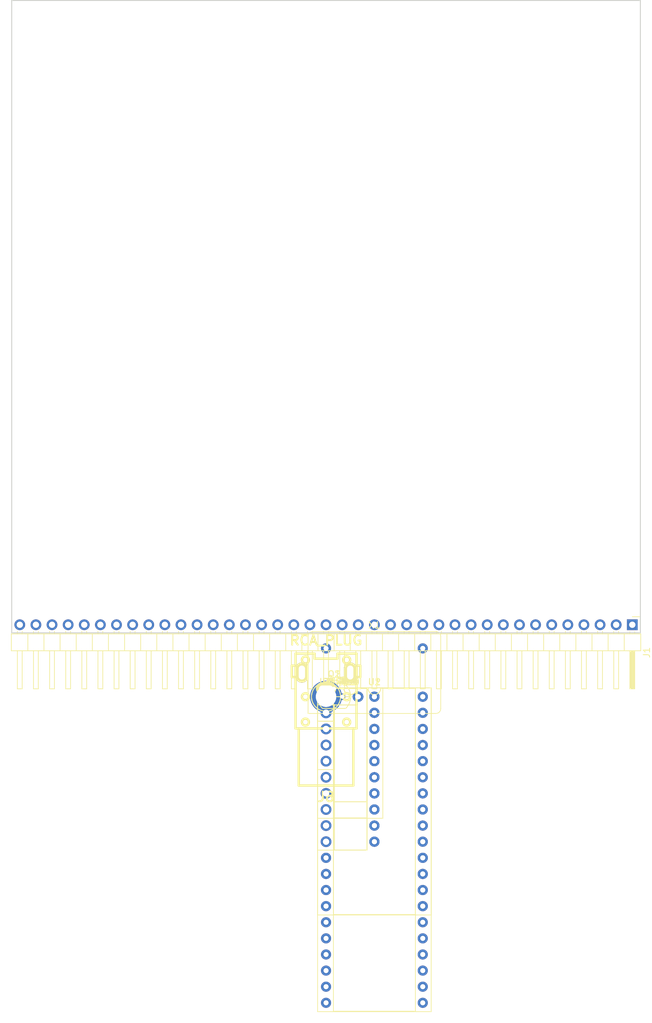
<source format=kicad_pcb>
(kicad_pcb (version 4) (host pcbnew 4.0.7)

  (general
    (links 203)
    (no_connects 160)
    (area 52.629999 44.374999 151.840001 144.220001)
    (thickness 1.6)
    (drawings 4)
    (tracks 0)
    (zones 0)
    (modules 39)
    (nets 90)
  )

  (page A4)
  (layers
    (0 F.Cu signal)
    (31 B.Cu signal)
    (32 B.Adhes user)
    (33 F.Adhes user)
    (34 B.Paste user)
    (35 F.Paste user)
    (36 B.SilkS user)
    (37 F.SilkS user)
    (38 B.Mask user)
    (39 F.Mask user)
    (40 Dwgs.User user)
    (41 Cmts.User user)
    (42 Eco1.User user)
    (43 Eco2.User user)
    (44 Edge.Cuts user)
    (45 Margin user)
    (46 B.CrtYd user)
    (47 F.CrtYd user)
    (48 B.Fab user)
    (49 F.Fab user)
  )

  (setup
    (last_trace_width 0.25)
    (trace_clearance 0.2)
    (zone_clearance 0.508)
    (zone_45_only no)
    (trace_min 0.2)
    (segment_width 0.2)
    (edge_width 0.15)
    (via_size 0.6)
    (via_drill 0.4)
    (via_min_size 0.4)
    (via_min_drill 0.3)
    (uvia_size 0.3)
    (uvia_drill 0.1)
    (uvias_allowed no)
    (uvia_min_size 0.2)
    (uvia_min_drill 0.1)
    (pcb_text_width 0.3)
    (pcb_text_size 1.5 1.5)
    (mod_edge_width 0.15)
    (mod_text_size 1 1)
    (mod_text_width 0.15)
    (pad_size 1.524 1.524)
    (pad_drill 0.762)
    (pad_to_mask_clearance 0.2)
    (aux_axis_origin 0 0)
    (visible_elements 7FFFFFFF)
    (pcbplotparams
      (layerselection 0x00030_80000001)
      (usegerberextensions false)
      (excludeedgelayer true)
      (linewidth 0.100000)
      (plotframeref false)
      (viasonmask false)
      (mode 1)
      (useauxorigin false)
      (hpglpennumber 1)
      (hpglpenspeed 20)
      (hpglpendiameter 15)
      (hpglpenoverlay 2)
      (psnegative false)
      (psa4output false)
      (plotreference true)
      (plotvalue true)
      (plotinvisibletext false)
      (padsonsilk false)
      (subtractmaskfromsilk false)
      (outputformat 1)
      (mirror false)
      (drillshape 1)
      (scaleselection 1)
      (outputdirectory ""))
  )

  (net 0 "")
  (net 1 VCC)
  (net 2 A15)
  (net 3 A14)
  (net 4 A13)
  (net 5 A12)
  (net 6 A11)
  (net 7 A10)
  (net 8 A9)
  (net 9 A8)
  (net 10 A7)
  (net 11 A6)
  (net 12 A5)
  (net 13 A4)
  (net 14 A3)
  (net 15 A2)
  (net 16 A1)
  (net 17 A0)
  (net 18 PHI2)
  (net 19 PHI0)
  (net 20 "Net-(J1-Pad22)")
  (net 21 R/~W)
  (net 22 D0)
  (net 23 D1)
  (net 24 D2)
  (net 25 D3)
  (net 26 D4)
  (net 27 D5)
  (net 28 D6)
  (net 29 D7)
  (net 30 "Net-(J2-Pad1)")
  (net 31 VDU_BASE)
  (net 32 "Net-(J2-Pad3)")
  (net 33 "Net-(J2-Pad5)")
  (net 34 "Net-(J2-Pad7)")
  (net 35 "Net-(J2-Pad9)")
  (net 36 "Net-(J3-Pad1)")
  (net 37 "Net-(J3-Pad2)")
  (net 38 "Net-(J3-Pad3)")
  (net 39 Y)
  (net 40 VDU_CLK)
  (net 41 "Net-(J8-Pad2)")
  (net 42 ~VDU_DISABLE)
  (net 43 ~FS)
  (net 44 "Net-(Q1-Pad2)")
  (net 45 "Net-(Q2-Pad2)")
  (net 46 "Net-(Q2-Pad1)")
  (net 47 VA12)
  (net 48 VD6)
  (net 49 VA0)
  (net 50 VD0)
  (net 51 VA1)
  (net 52 VD1)
  (net 53 VA2)
  (net 54 VD2)
  (net 55 VA3)
  (net 56 VD3)
  (net 57 VA4)
  (net 58 VD4)
  (net 59 GM2)
  (net 60 VD5)
  (net 61 GM1)
  (net 62 GM0)
  (net 63 VD7)
  (net 64 VA5)
  (net 65 VA6)
  (net 66 S/~A)
  (net 67 VA7)
  (net 68 G/~A)
  (net 69 VA8)
  (net 70 VA9)
  (net 71 VA10)
  (net 72 CSS)
  (net 73 VA11)
  (net 74 VA14)
  (net 75 VA13)
  (net 76 RAM_RW)
  (net 77 ~CS_RAM_EXT)
  (net 78 ~CS_CTRL_EXT)
  (net 79 "Net-(U8-Pad2)")
  (net 80 ~VDU_WRITE)
  (net 81 "Net-(U8-Pad10)")
  (net 82 "Net-(U10-Pad2)")
  (net 83 "Net-(U8-Pad5)")
  (net 84 "Net-(U10-Pad1)")
  (net 85 "Net-(U8-Pad6)")
  (net 86 ~VDU_CTRL)
  (net 87 "Net-(U10-Pad12)")
  (net 88 "Net-(U10-Pad13)")
  (net 89 GND)

  (net_class Default "This is the default net class."
    (clearance 0.2)
    (trace_width 0.25)
    (via_dia 0.6)
    (via_drill 0.4)
    (uvia_dia 0.3)
    (uvia_drill 0.1)
    (add_net A0)
    (add_net A1)
    (add_net A10)
    (add_net A11)
    (add_net A12)
    (add_net A13)
    (add_net A14)
    (add_net A15)
    (add_net A2)
    (add_net A3)
    (add_net A4)
    (add_net A5)
    (add_net A6)
    (add_net A7)
    (add_net A8)
    (add_net A9)
    (add_net CSS)
    (add_net D0)
    (add_net D1)
    (add_net D2)
    (add_net D3)
    (add_net D4)
    (add_net D5)
    (add_net D6)
    (add_net D7)
    (add_net G/~A)
    (add_net GM0)
    (add_net GM1)
    (add_net GM2)
    (add_net GND)
    (add_net "Net-(J1-Pad22)")
    (add_net "Net-(J2-Pad1)")
    (add_net "Net-(J2-Pad3)")
    (add_net "Net-(J2-Pad5)")
    (add_net "Net-(J2-Pad7)")
    (add_net "Net-(J2-Pad9)")
    (add_net "Net-(J3-Pad1)")
    (add_net "Net-(J3-Pad2)")
    (add_net "Net-(J3-Pad3)")
    (add_net "Net-(J8-Pad2)")
    (add_net "Net-(Q1-Pad2)")
    (add_net "Net-(Q2-Pad1)")
    (add_net "Net-(Q2-Pad2)")
    (add_net "Net-(U10-Pad1)")
    (add_net "Net-(U10-Pad12)")
    (add_net "Net-(U10-Pad13)")
    (add_net "Net-(U10-Pad2)")
    (add_net "Net-(U8-Pad10)")
    (add_net "Net-(U8-Pad2)")
    (add_net "Net-(U8-Pad5)")
    (add_net "Net-(U8-Pad6)")
    (add_net PHI0)
    (add_net PHI2)
    (add_net R/~W)
    (add_net RAM_RW)
    (add_net S/~A)
    (add_net VA0)
    (add_net VA1)
    (add_net VA10)
    (add_net VA11)
    (add_net VA12)
    (add_net VA13)
    (add_net VA14)
    (add_net VA2)
    (add_net VA3)
    (add_net VA4)
    (add_net VA5)
    (add_net VA6)
    (add_net VA7)
    (add_net VA8)
    (add_net VA9)
    (add_net VCC)
    (add_net VD0)
    (add_net VD1)
    (add_net VD2)
    (add_net VD3)
    (add_net VD4)
    (add_net VD5)
    (add_net VD6)
    (add_net VD7)
    (add_net VDU_BASE)
    (add_net VDU_CLK)
    (add_net Y)
    (add_net ~CS_CTRL_EXT)
    (add_net ~CS_RAM_EXT)
    (add_net ~FS)
    (add_net ~VDU_CTRL)
    (add_net ~VDU_DISABLE)
    (add_net ~VDU_WRITE)
  )

  (module Capacitors_THT:C_Disc_D4.7mm_W2.5mm_P5.00mm (layer F.Cu) (tedit 597BC7C2) (tstamp 5C06E624)
    (at 102.235 154.220001)
    (descr "C, Disc series, Radial, pin pitch=5.00mm, , diameter*width=4.7*2.5mm^2, Capacitor, http://www.vishay.com/docs/45233/krseries.pdf")
    (tags "C Disc series Radial pin pitch 5.00mm  diameter 4.7mm width 2.5mm Capacitor")
    (path /5C04594D)
    (fp_text reference C1 (at 2.5 -2.56) (layer F.SilkS)
      (effects (font (size 1 1) (thickness 0.15)))
    )
    (fp_text value 100nF (at 2.5 2.56) (layer F.Fab)
      (effects (font (size 1 1) (thickness 0.15)))
    )
    (fp_line (start 0.15 -1.25) (end 0.15 1.25) (layer F.Fab) (width 0.1))
    (fp_line (start 0.15 1.25) (end 4.85 1.25) (layer F.Fab) (width 0.1))
    (fp_line (start 4.85 1.25) (end 4.85 -1.25) (layer F.Fab) (width 0.1))
    (fp_line (start 4.85 -1.25) (end 0.15 -1.25) (layer F.Fab) (width 0.1))
    (fp_line (start 0.09 -1.31) (end 4.91 -1.31) (layer F.SilkS) (width 0.12))
    (fp_line (start 0.09 1.31) (end 4.91 1.31) (layer F.SilkS) (width 0.12))
    (fp_line (start 0.09 -1.31) (end 0.09 -0.996) (layer F.SilkS) (width 0.12))
    (fp_line (start 0.09 0.996) (end 0.09 1.31) (layer F.SilkS) (width 0.12))
    (fp_line (start 4.91 -1.31) (end 4.91 -0.996) (layer F.SilkS) (width 0.12))
    (fp_line (start 4.91 0.996) (end 4.91 1.31) (layer F.SilkS) (width 0.12))
    (fp_line (start -1.05 -1.6) (end -1.05 1.6) (layer F.CrtYd) (width 0.05))
    (fp_line (start -1.05 1.6) (end 6.05 1.6) (layer F.CrtYd) (width 0.05))
    (fp_line (start 6.05 1.6) (end 6.05 -1.6) (layer F.CrtYd) (width 0.05))
    (fp_line (start 6.05 -1.6) (end -1.05 -1.6) (layer F.CrtYd) (width 0.05))
    (fp_text user %R (at 2.5 0) (layer F.Fab)
      (effects (font (size 1 1) (thickness 0.15)))
    )
    (pad 1 thru_hole circle (at 0 0) (size 1.6 1.6) (drill 0.8) (layers *.Cu *.Mask)
      (net 1 VCC))
    (pad 2 thru_hole circle (at 5 0) (size 1.6 1.6) (drill 0.8) (layers *.Cu *.Mask)
      (net 89 GND))
    (model ${KISYS3DMOD}/Capacitors_THT.3dshapes/C_Disc_D4.7mm_W2.5mm_P5.00mm.wrl
      (at (xyz 0 0 0))
      (scale (xyz 1 1 1))
      (rotate (xyz 0 0 0))
    )
  )

  (module Capacitors_THT:C_Disc_D4.7mm_W2.5mm_P5.00mm (layer F.Cu) (tedit 597BC7C2) (tstamp 5C06E62A)
    (at 102.235 154.220001)
    (descr "C, Disc series, Radial, pin pitch=5.00mm, , diameter*width=4.7*2.5mm^2, Capacitor, http://www.vishay.com/docs/45233/krseries.pdf")
    (tags "C Disc series Radial pin pitch 5.00mm  diameter 4.7mm width 2.5mm Capacitor")
    (path /5C04594C)
    (fp_text reference C2 (at 2.5 -2.56) (layer F.SilkS)
      (effects (font (size 1 1) (thickness 0.15)))
    )
    (fp_text value 100nF (at 2.5 2.56) (layer F.Fab)
      (effects (font (size 1 1) (thickness 0.15)))
    )
    (fp_line (start 0.15 -1.25) (end 0.15 1.25) (layer F.Fab) (width 0.1))
    (fp_line (start 0.15 1.25) (end 4.85 1.25) (layer F.Fab) (width 0.1))
    (fp_line (start 4.85 1.25) (end 4.85 -1.25) (layer F.Fab) (width 0.1))
    (fp_line (start 4.85 -1.25) (end 0.15 -1.25) (layer F.Fab) (width 0.1))
    (fp_line (start 0.09 -1.31) (end 4.91 -1.31) (layer F.SilkS) (width 0.12))
    (fp_line (start 0.09 1.31) (end 4.91 1.31) (layer F.SilkS) (width 0.12))
    (fp_line (start 0.09 -1.31) (end 0.09 -0.996) (layer F.SilkS) (width 0.12))
    (fp_line (start 0.09 0.996) (end 0.09 1.31) (layer F.SilkS) (width 0.12))
    (fp_line (start 4.91 -1.31) (end 4.91 -0.996) (layer F.SilkS) (width 0.12))
    (fp_line (start 4.91 0.996) (end 4.91 1.31) (layer F.SilkS) (width 0.12))
    (fp_line (start -1.05 -1.6) (end -1.05 1.6) (layer F.CrtYd) (width 0.05))
    (fp_line (start -1.05 1.6) (end 6.05 1.6) (layer F.CrtYd) (width 0.05))
    (fp_line (start 6.05 1.6) (end 6.05 -1.6) (layer F.CrtYd) (width 0.05))
    (fp_line (start 6.05 -1.6) (end -1.05 -1.6) (layer F.CrtYd) (width 0.05))
    (fp_text user %R (at 2.5 0) (layer F.Fab)
      (effects (font (size 1 1) (thickness 0.15)))
    )
    (pad 1 thru_hole circle (at 0 0) (size 1.6 1.6) (drill 0.8) (layers *.Cu *.Mask)
      (net 1 VCC))
    (pad 2 thru_hole circle (at 5 0) (size 1.6 1.6) (drill 0.8) (layers *.Cu *.Mask)
      (net 89 GND))
    (model ${KISYS3DMOD}/Capacitors_THT.3dshapes/C_Disc_D4.7mm_W2.5mm_P5.00mm.wrl
      (at (xyz 0 0 0))
      (scale (xyz 1 1 1))
      (rotate (xyz 0 0 0))
    )
  )

  (module Capacitors_THT:C_Disc_D4.7mm_W2.5mm_P5.00mm (layer F.Cu) (tedit 597BC7C2) (tstamp 5C06E630)
    (at 102.235 154.220001)
    (descr "C, Disc series, Radial, pin pitch=5.00mm, , diameter*width=4.7*2.5mm^2, Capacitor, http://www.vishay.com/docs/45233/krseries.pdf")
    (tags "C Disc series Radial pin pitch 5.00mm  diameter 4.7mm width 2.5mm Capacitor")
    (path /5C04594B)
    (fp_text reference C3 (at 2.5 -2.56) (layer F.SilkS)
      (effects (font (size 1 1) (thickness 0.15)))
    )
    (fp_text value 100nF (at 2.5 2.56) (layer F.Fab)
      (effects (font (size 1 1) (thickness 0.15)))
    )
    (fp_line (start 0.15 -1.25) (end 0.15 1.25) (layer F.Fab) (width 0.1))
    (fp_line (start 0.15 1.25) (end 4.85 1.25) (layer F.Fab) (width 0.1))
    (fp_line (start 4.85 1.25) (end 4.85 -1.25) (layer F.Fab) (width 0.1))
    (fp_line (start 4.85 -1.25) (end 0.15 -1.25) (layer F.Fab) (width 0.1))
    (fp_line (start 0.09 -1.31) (end 4.91 -1.31) (layer F.SilkS) (width 0.12))
    (fp_line (start 0.09 1.31) (end 4.91 1.31) (layer F.SilkS) (width 0.12))
    (fp_line (start 0.09 -1.31) (end 0.09 -0.996) (layer F.SilkS) (width 0.12))
    (fp_line (start 0.09 0.996) (end 0.09 1.31) (layer F.SilkS) (width 0.12))
    (fp_line (start 4.91 -1.31) (end 4.91 -0.996) (layer F.SilkS) (width 0.12))
    (fp_line (start 4.91 0.996) (end 4.91 1.31) (layer F.SilkS) (width 0.12))
    (fp_line (start -1.05 -1.6) (end -1.05 1.6) (layer F.CrtYd) (width 0.05))
    (fp_line (start -1.05 1.6) (end 6.05 1.6) (layer F.CrtYd) (width 0.05))
    (fp_line (start 6.05 1.6) (end 6.05 -1.6) (layer F.CrtYd) (width 0.05))
    (fp_line (start 6.05 -1.6) (end -1.05 -1.6) (layer F.CrtYd) (width 0.05))
    (fp_text user %R (at 2.5 0) (layer F.Fab)
      (effects (font (size 1 1) (thickness 0.15)))
    )
    (pad 1 thru_hole circle (at 0 0) (size 1.6 1.6) (drill 0.8) (layers *.Cu *.Mask)
      (net 1 VCC))
    (pad 2 thru_hole circle (at 5 0) (size 1.6 1.6) (drill 0.8) (layers *.Cu *.Mask)
      (net 89 GND))
    (model ${KISYS3DMOD}/Capacitors_THT.3dshapes/C_Disc_D4.7mm_W2.5mm_P5.00mm.wrl
      (at (xyz 0 0 0))
      (scale (xyz 1 1 1))
      (rotate (xyz 0 0 0))
    )
  )

  (module Capacitors_THT:C_Disc_D4.7mm_W2.5mm_P5.00mm (layer F.Cu) (tedit 597BC7C2) (tstamp 5C06E636)
    (at 102.235 154.220001)
    (descr "C, Disc series, Radial, pin pitch=5.00mm, , diameter*width=4.7*2.5mm^2, Capacitor, http://www.vishay.com/docs/45233/krseries.pdf")
    (tags "C Disc series Radial pin pitch 5.00mm  diameter 4.7mm width 2.5mm Capacitor")
    (path /5C04594A)
    (fp_text reference C4 (at 2.5 -2.56) (layer F.SilkS)
      (effects (font (size 1 1) (thickness 0.15)))
    )
    (fp_text value 100nF (at 2.5 2.56) (layer F.Fab)
      (effects (font (size 1 1) (thickness 0.15)))
    )
    (fp_line (start 0.15 -1.25) (end 0.15 1.25) (layer F.Fab) (width 0.1))
    (fp_line (start 0.15 1.25) (end 4.85 1.25) (layer F.Fab) (width 0.1))
    (fp_line (start 4.85 1.25) (end 4.85 -1.25) (layer F.Fab) (width 0.1))
    (fp_line (start 4.85 -1.25) (end 0.15 -1.25) (layer F.Fab) (width 0.1))
    (fp_line (start 0.09 -1.31) (end 4.91 -1.31) (layer F.SilkS) (width 0.12))
    (fp_line (start 0.09 1.31) (end 4.91 1.31) (layer F.SilkS) (width 0.12))
    (fp_line (start 0.09 -1.31) (end 0.09 -0.996) (layer F.SilkS) (width 0.12))
    (fp_line (start 0.09 0.996) (end 0.09 1.31) (layer F.SilkS) (width 0.12))
    (fp_line (start 4.91 -1.31) (end 4.91 -0.996) (layer F.SilkS) (width 0.12))
    (fp_line (start 4.91 0.996) (end 4.91 1.31) (layer F.SilkS) (width 0.12))
    (fp_line (start -1.05 -1.6) (end -1.05 1.6) (layer F.CrtYd) (width 0.05))
    (fp_line (start -1.05 1.6) (end 6.05 1.6) (layer F.CrtYd) (width 0.05))
    (fp_line (start 6.05 1.6) (end 6.05 -1.6) (layer F.CrtYd) (width 0.05))
    (fp_line (start 6.05 -1.6) (end -1.05 -1.6) (layer F.CrtYd) (width 0.05))
    (fp_text user %R (at 2.5 0) (layer F.Fab)
      (effects (font (size 1 1) (thickness 0.15)))
    )
    (pad 1 thru_hole circle (at 0 0) (size 1.6 1.6) (drill 0.8) (layers *.Cu *.Mask)
      (net 1 VCC))
    (pad 2 thru_hole circle (at 5 0) (size 1.6 1.6) (drill 0.8) (layers *.Cu *.Mask)
      (net 89 GND))
    (model ${KISYS3DMOD}/Capacitors_THT.3dshapes/C_Disc_D4.7mm_W2.5mm_P5.00mm.wrl
      (at (xyz 0 0 0))
      (scale (xyz 1 1 1))
      (rotate (xyz 0 0 0))
    )
  )

  (module Capacitors_THT:C_Disc_D4.7mm_W2.5mm_P5.00mm (layer F.Cu) (tedit 597BC7C2) (tstamp 5C06E63C)
    (at 102.235 154.220001)
    (descr "C, Disc series, Radial, pin pitch=5.00mm, , diameter*width=4.7*2.5mm^2, Capacitor, http://www.vishay.com/docs/45233/krseries.pdf")
    (tags "C Disc series Radial pin pitch 5.00mm  diameter 4.7mm width 2.5mm Capacitor")
    (path /5C045949)
    (fp_text reference C5 (at 2.5 -2.56) (layer F.SilkS)
      (effects (font (size 1 1) (thickness 0.15)))
    )
    (fp_text value 100nF (at 2.5 2.56) (layer F.Fab)
      (effects (font (size 1 1) (thickness 0.15)))
    )
    (fp_line (start 0.15 -1.25) (end 0.15 1.25) (layer F.Fab) (width 0.1))
    (fp_line (start 0.15 1.25) (end 4.85 1.25) (layer F.Fab) (width 0.1))
    (fp_line (start 4.85 1.25) (end 4.85 -1.25) (layer F.Fab) (width 0.1))
    (fp_line (start 4.85 -1.25) (end 0.15 -1.25) (layer F.Fab) (width 0.1))
    (fp_line (start 0.09 -1.31) (end 4.91 -1.31) (layer F.SilkS) (width 0.12))
    (fp_line (start 0.09 1.31) (end 4.91 1.31) (layer F.SilkS) (width 0.12))
    (fp_line (start 0.09 -1.31) (end 0.09 -0.996) (layer F.SilkS) (width 0.12))
    (fp_line (start 0.09 0.996) (end 0.09 1.31) (layer F.SilkS) (width 0.12))
    (fp_line (start 4.91 -1.31) (end 4.91 -0.996) (layer F.SilkS) (width 0.12))
    (fp_line (start 4.91 0.996) (end 4.91 1.31) (layer F.SilkS) (width 0.12))
    (fp_line (start -1.05 -1.6) (end -1.05 1.6) (layer F.CrtYd) (width 0.05))
    (fp_line (start -1.05 1.6) (end 6.05 1.6) (layer F.CrtYd) (width 0.05))
    (fp_line (start 6.05 1.6) (end 6.05 -1.6) (layer F.CrtYd) (width 0.05))
    (fp_line (start 6.05 -1.6) (end -1.05 -1.6) (layer F.CrtYd) (width 0.05))
    (fp_text user %R (at 2.5 0) (layer F.Fab)
      (effects (font (size 1 1) (thickness 0.15)))
    )
    (pad 1 thru_hole circle (at 0 0) (size 1.6 1.6) (drill 0.8) (layers *.Cu *.Mask)
      (net 1 VCC))
    (pad 2 thru_hole circle (at 5 0) (size 1.6 1.6) (drill 0.8) (layers *.Cu *.Mask)
      (net 89 GND))
    (model ${KISYS3DMOD}/Capacitors_THT.3dshapes/C_Disc_D4.7mm_W2.5mm_P5.00mm.wrl
      (at (xyz 0 0 0))
      (scale (xyz 1 1 1))
      (rotate (xyz 0 0 0))
    )
  )

  (module Capacitors_THT:C_Disc_D4.7mm_W2.5mm_P5.00mm (layer F.Cu) (tedit 597BC7C2) (tstamp 5C06E642)
    (at 102.235 154.220001)
    (descr "C, Disc series, Radial, pin pitch=5.00mm, , diameter*width=4.7*2.5mm^2, Capacitor, http://www.vishay.com/docs/45233/krseries.pdf")
    (tags "C Disc series Radial pin pitch 5.00mm  diameter 4.7mm width 2.5mm Capacitor")
    (path /5C045948)
    (fp_text reference C6 (at 2.5 -2.56) (layer F.SilkS)
      (effects (font (size 1 1) (thickness 0.15)))
    )
    (fp_text value 100nF (at 2.5 2.56) (layer F.Fab)
      (effects (font (size 1 1) (thickness 0.15)))
    )
    (fp_line (start 0.15 -1.25) (end 0.15 1.25) (layer F.Fab) (width 0.1))
    (fp_line (start 0.15 1.25) (end 4.85 1.25) (layer F.Fab) (width 0.1))
    (fp_line (start 4.85 1.25) (end 4.85 -1.25) (layer F.Fab) (width 0.1))
    (fp_line (start 4.85 -1.25) (end 0.15 -1.25) (layer F.Fab) (width 0.1))
    (fp_line (start 0.09 -1.31) (end 4.91 -1.31) (layer F.SilkS) (width 0.12))
    (fp_line (start 0.09 1.31) (end 4.91 1.31) (layer F.SilkS) (width 0.12))
    (fp_line (start 0.09 -1.31) (end 0.09 -0.996) (layer F.SilkS) (width 0.12))
    (fp_line (start 0.09 0.996) (end 0.09 1.31) (layer F.SilkS) (width 0.12))
    (fp_line (start 4.91 -1.31) (end 4.91 -0.996) (layer F.SilkS) (width 0.12))
    (fp_line (start 4.91 0.996) (end 4.91 1.31) (layer F.SilkS) (width 0.12))
    (fp_line (start -1.05 -1.6) (end -1.05 1.6) (layer F.CrtYd) (width 0.05))
    (fp_line (start -1.05 1.6) (end 6.05 1.6) (layer F.CrtYd) (width 0.05))
    (fp_line (start 6.05 1.6) (end 6.05 -1.6) (layer F.CrtYd) (width 0.05))
    (fp_line (start 6.05 -1.6) (end -1.05 -1.6) (layer F.CrtYd) (width 0.05))
    (fp_text user %R (at 2.5 0) (layer F.Fab)
      (effects (font (size 1 1) (thickness 0.15)))
    )
    (pad 1 thru_hole circle (at 0 0) (size 1.6 1.6) (drill 0.8) (layers *.Cu *.Mask)
      (net 1 VCC))
    (pad 2 thru_hole circle (at 5 0) (size 1.6 1.6) (drill 0.8) (layers *.Cu *.Mask)
      (net 89 GND))
    (model ${KISYS3DMOD}/Capacitors_THT.3dshapes/C_Disc_D4.7mm_W2.5mm_P5.00mm.wrl
      (at (xyz 0 0 0))
      (scale (xyz 1 1 1))
      (rotate (xyz 0 0 0))
    )
  )

  (module Capacitors_THT:C_Disc_D4.7mm_W2.5mm_P5.00mm (layer F.Cu) (tedit 597BC7C2) (tstamp 5C06E648)
    (at 102.235 154.220001)
    (descr "C, Disc series, Radial, pin pitch=5.00mm, , diameter*width=4.7*2.5mm^2, Capacitor, http://www.vishay.com/docs/45233/krseries.pdf")
    (tags "C Disc series Radial pin pitch 5.00mm  diameter 4.7mm width 2.5mm Capacitor")
    (path /5C045947)
    (fp_text reference C7 (at 2.5 -2.56) (layer F.SilkS)
      (effects (font (size 1 1) (thickness 0.15)))
    )
    (fp_text value 100nF (at 2.5 2.56) (layer F.Fab)
      (effects (font (size 1 1) (thickness 0.15)))
    )
    (fp_line (start 0.15 -1.25) (end 0.15 1.25) (layer F.Fab) (width 0.1))
    (fp_line (start 0.15 1.25) (end 4.85 1.25) (layer F.Fab) (width 0.1))
    (fp_line (start 4.85 1.25) (end 4.85 -1.25) (layer F.Fab) (width 0.1))
    (fp_line (start 4.85 -1.25) (end 0.15 -1.25) (layer F.Fab) (width 0.1))
    (fp_line (start 0.09 -1.31) (end 4.91 -1.31) (layer F.SilkS) (width 0.12))
    (fp_line (start 0.09 1.31) (end 4.91 1.31) (layer F.SilkS) (width 0.12))
    (fp_line (start 0.09 -1.31) (end 0.09 -0.996) (layer F.SilkS) (width 0.12))
    (fp_line (start 0.09 0.996) (end 0.09 1.31) (layer F.SilkS) (width 0.12))
    (fp_line (start 4.91 -1.31) (end 4.91 -0.996) (layer F.SilkS) (width 0.12))
    (fp_line (start 4.91 0.996) (end 4.91 1.31) (layer F.SilkS) (width 0.12))
    (fp_line (start -1.05 -1.6) (end -1.05 1.6) (layer F.CrtYd) (width 0.05))
    (fp_line (start -1.05 1.6) (end 6.05 1.6) (layer F.CrtYd) (width 0.05))
    (fp_line (start 6.05 1.6) (end 6.05 -1.6) (layer F.CrtYd) (width 0.05))
    (fp_line (start 6.05 -1.6) (end -1.05 -1.6) (layer F.CrtYd) (width 0.05))
    (fp_text user %R (at 2.5 0) (layer F.Fab)
      (effects (font (size 1 1) (thickness 0.15)))
    )
    (pad 1 thru_hole circle (at 0 0) (size 1.6 1.6) (drill 0.8) (layers *.Cu *.Mask)
      (net 1 VCC))
    (pad 2 thru_hole circle (at 5 0) (size 1.6 1.6) (drill 0.8) (layers *.Cu *.Mask)
      (net 89 GND))
    (model ${KISYS3DMOD}/Capacitors_THT.3dshapes/C_Disc_D4.7mm_W2.5mm_P5.00mm.wrl
      (at (xyz 0 0 0))
      (scale (xyz 1 1 1))
      (rotate (xyz 0 0 0))
    )
  )

  (module Capacitors_THT:C_Disc_D4.7mm_W2.5mm_P5.00mm (layer F.Cu) (tedit 597BC7C2) (tstamp 5C06E64E)
    (at 102.235 154.220001)
    (descr "C, Disc series, Radial, pin pitch=5.00mm, , diameter*width=4.7*2.5mm^2, Capacitor, http://www.vishay.com/docs/45233/krseries.pdf")
    (tags "C Disc series Radial pin pitch 5.00mm  diameter 4.7mm width 2.5mm Capacitor")
    (path /5C045950)
    (fp_text reference C8 (at 2.5 -2.56) (layer F.SilkS)
      (effects (font (size 1 1) (thickness 0.15)))
    )
    (fp_text value 100nF (at 2.5 2.56) (layer F.Fab)
      (effects (font (size 1 1) (thickness 0.15)))
    )
    (fp_line (start 0.15 -1.25) (end 0.15 1.25) (layer F.Fab) (width 0.1))
    (fp_line (start 0.15 1.25) (end 4.85 1.25) (layer F.Fab) (width 0.1))
    (fp_line (start 4.85 1.25) (end 4.85 -1.25) (layer F.Fab) (width 0.1))
    (fp_line (start 4.85 -1.25) (end 0.15 -1.25) (layer F.Fab) (width 0.1))
    (fp_line (start 0.09 -1.31) (end 4.91 -1.31) (layer F.SilkS) (width 0.12))
    (fp_line (start 0.09 1.31) (end 4.91 1.31) (layer F.SilkS) (width 0.12))
    (fp_line (start 0.09 -1.31) (end 0.09 -0.996) (layer F.SilkS) (width 0.12))
    (fp_line (start 0.09 0.996) (end 0.09 1.31) (layer F.SilkS) (width 0.12))
    (fp_line (start 4.91 -1.31) (end 4.91 -0.996) (layer F.SilkS) (width 0.12))
    (fp_line (start 4.91 0.996) (end 4.91 1.31) (layer F.SilkS) (width 0.12))
    (fp_line (start -1.05 -1.6) (end -1.05 1.6) (layer F.CrtYd) (width 0.05))
    (fp_line (start -1.05 1.6) (end 6.05 1.6) (layer F.CrtYd) (width 0.05))
    (fp_line (start 6.05 1.6) (end 6.05 -1.6) (layer F.CrtYd) (width 0.05))
    (fp_line (start 6.05 -1.6) (end -1.05 -1.6) (layer F.CrtYd) (width 0.05))
    (fp_text user %R (at 2.5 0) (layer F.Fab)
      (effects (font (size 1 1) (thickness 0.15)))
    )
    (pad 1 thru_hole circle (at 0 0) (size 1.6 1.6) (drill 0.8) (layers *.Cu *.Mask)
      (net 1 VCC))
    (pad 2 thru_hole circle (at 5 0) (size 1.6 1.6) (drill 0.8) (layers *.Cu *.Mask)
      (net 89 GND))
    (model ${KISYS3DMOD}/Capacitors_THT.3dshapes/C_Disc_D4.7mm_W2.5mm_P5.00mm.wrl
      (at (xyz 0 0 0))
      (scale (xyz 1 1 1))
      (rotate (xyz 0 0 0))
    )
  )

  (module Capacitors_THT:C_Disc_D4.7mm_W2.5mm_P5.00mm (layer F.Cu) (tedit 597BC7C2) (tstamp 5C06E654)
    (at 102.235 154.220001)
    (descr "C, Disc series, Radial, pin pitch=5.00mm, , diameter*width=4.7*2.5mm^2, Capacitor, http://www.vishay.com/docs/45233/krseries.pdf")
    (tags "C Disc series Radial pin pitch 5.00mm  diameter 4.7mm width 2.5mm Capacitor")
    (path /5C0C5965)
    (fp_text reference C9 (at 2.5 -2.56) (layer F.SilkS)
      (effects (font (size 1 1) (thickness 0.15)))
    )
    (fp_text value 100nF (at 2.5 2.56) (layer F.Fab)
      (effects (font (size 1 1) (thickness 0.15)))
    )
    (fp_line (start 0.15 -1.25) (end 0.15 1.25) (layer F.Fab) (width 0.1))
    (fp_line (start 0.15 1.25) (end 4.85 1.25) (layer F.Fab) (width 0.1))
    (fp_line (start 4.85 1.25) (end 4.85 -1.25) (layer F.Fab) (width 0.1))
    (fp_line (start 4.85 -1.25) (end 0.15 -1.25) (layer F.Fab) (width 0.1))
    (fp_line (start 0.09 -1.31) (end 4.91 -1.31) (layer F.SilkS) (width 0.12))
    (fp_line (start 0.09 1.31) (end 4.91 1.31) (layer F.SilkS) (width 0.12))
    (fp_line (start 0.09 -1.31) (end 0.09 -0.996) (layer F.SilkS) (width 0.12))
    (fp_line (start 0.09 0.996) (end 0.09 1.31) (layer F.SilkS) (width 0.12))
    (fp_line (start 4.91 -1.31) (end 4.91 -0.996) (layer F.SilkS) (width 0.12))
    (fp_line (start 4.91 0.996) (end 4.91 1.31) (layer F.SilkS) (width 0.12))
    (fp_line (start -1.05 -1.6) (end -1.05 1.6) (layer F.CrtYd) (width 0.05))
    (fp_line (start -1.05 1.6) (end 6.05 1.6) (layer F.CrtYd) (width 0.05))
    (fp_line (start 6.05 1.6) (end 6.05 -1.6) (layer F.CrtYd) (width 0.05))
    (fp_line (start 6.05 -1.6) (end -1.05 -1.6) (layer F.CrtYd) (width 0.05))
    (fp_text user %R (at 2.5 0) (layer F.Fab)
      (effects (font (size 1 1) (thickness 0.15)))
    )
    (pad 1 thru_hole circle (at 0 0) (size 1.6 1.6) (drill 0.8) (layers *.Cu *.Mask)
      (net 1 VCC))
    (pad 2 thru_hole circle (at 5 0) (size 1.6 1.6) (drill 0.8) (layers *.Cu *.Mask)
      (net 89 GND))
    (model ${KISYS3DMOD}/Capacitors_THT.3dshapes/C_Disc_D4.7mm_W2.5mm_P5.00mm.wrl
      (at (xyz 0 0 0))
      (scale (xyz 1 1 1))
      (rotate (xyz 0 0 0))
    )
  )

  (module Capacitors_THT:C_Disc_D4.7mm_W2.5mm_P5.00mm (layer F.Cu) (tedit 597BC7C2) (tstamp 5C06E65A)
    (at 102.235 154.220001)
    (descr "C, Disc series, Radial, pin pitch=5.00mm, , diameter*width=4.7*2.5mm^2, Capacitor, http://www.vishay.com/docs/45233/krseries.pdf")
    (tags "C Disc series Radial pin pitch 5.00mm  diameter 4.7mm width 2.5mm Capacitor")
    (path /5C0C59F4)
    (fp_text reference C10 (at 2.5 -2.56) (layer F.SilkS)
      (effects (font (size 1 1) (thickness 0.15)))
    )
    (fp_text value 100nF (at 2.5 2.56) (layer F.Fab)
      (effects (font (size 1 1) (thickness 0.15)))
    )
    (fp_line (start 0.15 -1.25) (end 0.15 1.25) (layer F.Fab) (width 0.1))
    (fp_line (start 0.15 1.25) (end 4.85 1.25) (layer F.Fab) (width 0.1))
    (fp_line (start 4.85 1.25) (end 4.85 -1.25) (layer F.Fab) (width 0.1))
    (fp_line (start 4.85 -1.25) (end 0.15 -1.25) (layer F.Fab) (width 0.1))
    (fp_line (start 0.09 -1.31) (end 4.91 -1.31) (layer F.SilkS) (width 0.12))
    (fp_line (start 0.09 1.31) (end 4.91 1.31) (layer F.SilkS) (width 0.12))
    (fp_line (start 0.09 -1.31) (end 0.09 -0.996) (layer F.SilkS) (width 0.12))
    (fp_line (start 0.09 0.996) (end 0.09 1.31) (layer F.SilkS) (width 0.12))
    (fp_line (start 4.91 -1.31) (end 4.91 -0.996) (layer F.SilkS) (width 0.12))
    (fp_line (start 4.91 0.996) (end 4.91 1.31) (layer F.SilkS) (width 0.12))
    (fp_line (start -1.05 -1.6) (end -1.05 1.6) (layer F.CrtYd) (width 0.05))
    (fp_line (start -1.05 1.6) (end 6.05 1.6) (layer F.CrtYd) (width 0.05))
    (fp_line (start 6.05 1.6) (end 6.05 -1.6) (layer F.CrtYd) (width 0.05))
    (fp_line (start 6.05 -1.6) (end -1.05 -1.6) (layer F.CrtYd) (width 0.05))
    (fp_text user %R (at 2.5 0) (layer F.Fab)
      (effects (font (size 1 1) (thickness 0.15)))
    )
    (pad 1 thru_hole circle (at 0 0) (size 1.6 1.6) (drill 0.8) (layers *.Cu *.Mask)
      (net 1 VCC))
    (pad 2 thru_hole circle (at 5 0) (size 1.6 1.6) (drill 0.8) (layers *.Cu *.Mask)
      (net 89 GND))
    (model ${KISYS3DMOD}/Capacitors_THT.3dshapes/C_Disc_D4.7mm_W2.5mm_P5.00mm.wrl
      (at (xyz 0 0 0))
      (scale (xyz 1 1 1))
      (rotate (xyz 0 0 0))
    )
  )

  (module Pin_Headers:Pin_Header_Angled_1x39_Pitch2.54mm (layer F.Cu) (tedit 59650532) (tstamp 5C06E685)
    (at 150.495 142.875 270)
    (descr "Through hole angled pin header, 1x39, 2.54mm pitch, 6mm pin length, single row")
    (tags "Through hole angled pin header THT 1x39 2.54mm single row")
    (path /5C0478BD)
    (fp_text reference J1 (at 4.385 -2.27 270) (layer F.SilkS)
      (effects (font (size 1 1) (thickness 0.15)))
    )
    (fp_text value RC6502_Backplane (at 4.385 98.79 270) (layer F.Fab)
      (effects (font (size 1 1) (thickness 0.15)))
    )
    (fp_line (start 2.135 -1.27) (end 4.04 -1.27) (layer F.Fab) (width 0.1))
    (fp_line (start 4.04 -1.27) (end 4.04 97.79) (layer F.Fab) (width 0.1))
    (fp_line (start 4.04 97.79) (end 1.5 97.79) (layer F.Fab) (width 0.1))
    (fp_line (start 1.5 97.79) (end 1.5 -0.635) (layer F.Fab) (width 0.1))
    (fp_line (start 1.5 -0.635) (end 2.135 -1.27) (layer F.Fab) (width 0.1))
    (fp_line (start -0.32 -0.32) (end 1.5 -0.32) (layer F.Fab) (width 0.1))
    (fp_line (start -0.32 -0.32) (end -0.32 0.32) (layer F.Fab) (width 0.1))
    (fp_line (start -0.32 0.32) (end 1.5 0.32) (layer F.Fab) (width 0.1))
    (fp_line (start 4.04 -0.32) (end 10.04 -0.32) (layer F.Fab) (width 0.1))
    (fp_line (start 10.04 -0.32) (end 10.04 0.32) (layer F.Fab) (width 0.1))
    (fp_line (start 4.04 0.32) (end 10.04 0.32) (layer F.Fab) (width 0.1))
    (fp_line (start -0.32 2.22) (end 1.5 2.22) (layer F.Fab) (width 0.1))
    (fp_line (start -0.32 2.22) (end -0.32 2.86) (layer F.Fab) (width 0.1))
    (fp_line (start -0.32 2.86) (end 1.5 2.86) (layer F.Fab) (width 0.1))
    (fp_line (start 4.04 2.22) (end 10.04 2.22) (layer F.Fab) (width 0.1))
    (fp_line (start 10.04 2.22) (end 10.04 2.86) (layer F.Fab) (width 0.1))
    (fp_line (start 4.04 2.86) (end 10.04 2.86) (layer F.Fab) (width 0.1))
    (fp_line (start -0.32 4.76) (end 1.5 4.76) (layer F.Fab) (width 0.1))
    (fp_line (start -0.32 4.76) (end -0.32 5.4) (layer F.Fab) (width 0.1))
    (fp_line (start -0.32 5.4) (end 1.5 5.4) (layer F.Fab) (width 0.1))
    (fp_line (start 4.04 4.76) (end 10.04 4.76) (layer F.Fab) (width 0.1))
    (fp_line (start 10.04 4.76) (end 10.04 5.4) (layer F.Fab) (width 0.1))
    (fp_line (start 4.04 5.4) (end 10.04 5.4) (layer F.Fab) (width 0.1))
    (fp_line (start -0.32 7.3) (end 1.5 7.3) (layer F.Fab) (width 0.1))
    (fp_line (start -0.32 7.3) (end -0.32 7.94) (layer F.Fab) (width 0.1))
    (fp_line (start -0.32 7.94) (end 1.5 7.94) (layer F.Fab) (width 0.1))
    (fp_line (start 4.04 7.3) (end 10.04 7.3) (layer F.Fab) (width 0.1))
    (fp_line (start 10.04 7.3) (end 10.04 7.94) (layer F.Fab) (width 0.1))
    (fp_line (start 4.04 7.94) (end 10.04 7.94) (layer F.Fab) (width 0.1))
    (fp_line (start -0.32 9.84) (end 1.5 9.84) (layer F.Fab) (width 0.1))
    (fp_line (start -0.32 9.84) (end -0.32 10.48) (layer F.Fab) (width 0.1))
    (fp_line (start -0.32 10.48) (end 1.5 10.48) (layer F.Fab) (width 0.1))
    (fp_line (start 4.04 9.84) (end 10.04 9.84) (layer F.Fab) (width 0.1))
    (fp_line (start 10.04 9.84) (end 10.04 10.48) (layer F.Fab) (width 0.1))
    (fp_line (start 4.04 10.48) (end 10.04 10.48) (layer F.Fab) (width 0.1))
    (fp_line (start -0.32 12.38) (end 1.5 12.38) (layer F.Fab) (width 0.1))
    (fp_line (start -0.32 12.38) (end -0.32 13.02) (layer F.Fab) (width 0.1))
    (fp_line (start -0.32 13.02) (end 1.5 13.02) (layer F.Fab) (width 0.1))
    (fp_line (start 4.04 12.38) (end 10.04 12.38) (layer F.Fab) (width 0.1))
    (fp_line (start 10.04 12.38) (end 10.04 13.02) (layer F.Fab) (width 0.1))
    (fp_line (start 4.04 13.02) (end 10.04 13.02) (layer F.Fab) (width 0.1))
    (fp_line (start -0.32 14.92) (end 1.5 14.92) (layer F.Fab) (width 0.1))
    (fp_line (start -0.32 14.92) (end -0.32 15.56) (layer F.Fab) (width 0.1))
    (fp_line (start -0.32 15.56) (end 1.5 15.56) (layer F.Fab) (width 0.1))
    (fp_line (start 4.04 14.92) (end 10.04 14.92) (layer F.Fab) (width 0.1))
    (fp_line (start 10.04 14.92) (end 10.04 15.56) (layer F.Fab) (width 0.1))
    (fp_line (start 4.04 15.56) (end 10.04 15.56) (layer F.Fab) (width 0.1))
    (fp_line (start -0.32 17.46) (end 1.5 17.46) (layer F.Fab) (width 0.1))
    (fp_line (start -0.32 17.46) (end -0.32 18.1) (layer F.Fab) (width 0.1))
    (fp_line (start -0.32 18.1) (end 1.5 18.1) (layer F.Fab) (width 0.1))
    (fp_line (start 4.04 17.46) (end 10.04 17.46) (layer F.Fab) (width 0.1))
    (fp_line (start 10.04 17.46) (end 10.04 18.1) (layer F.Fab) (width 0.1))
    (fp_line (start 4.04 18.1) (end 10.04 18.1) (layer F.Fab) (width 0.1))
    (fp_line (start -0.32 20) (end 1.5 20) (layer F.Fab) (width 0.1))
    (fp_line (start -0.32 20) (end -0.32 20.64) (layer F.Fab) (width 0.1))
    (fp_line (start -0.32 20.64) (end 1.5 20.64) (layer F.Fab) (width 0.1))
    (fp_line (start 4.04 20) (end 10.04 20) (layer F.Fab) (width 0.1))
    (fp_line (start 10.04 20) (end 10.04 20.64) (layer F.Fab) (width 0.1))
    (fp_line (start 4.04 20.64) (end 10.04 20.64) (layer F.Fab) (width 0.1))
    (fp_line (start -0.32 22.54) (end 1.5 22.54) (layer F.Fab) (width 0.1))
    (fp_line (start -0.32 22.54) (end -0.32 23.18) (layer F.Fab) (width 0.1))
    (fp_line (start -0.32 23.18) (end 1.5 23.18) (layer F.Fab) (width 0.1))
    (fp_line (start 4.04 22.54) (end 10.04 22.54) (layer F.Fab) (width 0.1))
    (fp_line (start 10.04 22.54) (end 10.04 23.18) (layer F.Fab) (width 0.1))
    (fp_line (start 4.04 23.18) (end 10.04 23.18) (layer F.Fab) (width 0.1))
    (fp_line (start -0.32 25.08) (end 1.5 25.08) (layer F.Fab) (width 0.1))
    (fp_line (start -0.32 25.08) (end -0.32 25.72) (layer F.Fab) (width 0.1))
    (fp_line (start -0.32 25.72) (end 1.5 25.72) (layer F.Fab) (width 0.1))
    (fp_line (start 4.04 25.08) (end 10.04 25.08) (layer F.Fab) (width 0.1))
    (fp_line (start 10.04 25.08) (end 10.04 25.72) (layer F.Fab) (width 0.1))
    (fp_line (start 4.04 25.72) (end 10.04 25.72) (layer F.Fab) (width 0.1))
    (fp_line (start -0.32 27.62) (end 1.5 27.62) (layer F.Fab) (width 0.1))
    (fp_line (start -0.32 27.62) (end -0.32 28.26) (layer F.Fab) (width 0.1))
    (fp_line (start -0.32 28.26) (end 1.5 28.26) (layer F.Fab) (width 0.1))
    (fp_line (start 4.04 27.62) (end 10.04 27.62) (layer F.Fab) (width 0.1))
    (fp_line (start 10.04 27.62) (end 10.04 28.26) (layer F.Fab) (width 0.1))
    (fp_line (start 4.04 28.26) (end 10.04 28.26) (layer F.Fab) (width 0.1))
    (fp_line (start -0.32 30.16) (end 1.5 30.16) (layer F.Fab) (width 0.1))
    (fp_line (start -0.32 30.16) (end -0.32 30.8) (layer F.Fab) (width 0.1))
    (fp_line (start -0.32 30.8) (end 1.5 30.8) (layer F.Fab) (width 0.1))
    (fp_line (start 4.04 30.16) (end 10.04 30.16) (layer F.Fab) (width 0.1))
    (fp_line (start 10.04 30.16) (end 10.04 30.8) (layer F.Fab) (width 0.1))
    (fp_line (start 4.04 30.8) (end 10.04 30.8) (layer F.Fab) (width 0.1))
    (fp_line (start -0.32 32.7) (end 1.5 32.7) (layer F.Fab) (width 0.1))
    (fp_line (start -0.32 32.7) (end -0.32 33.34) (layer F.Fab) (width 0.1))
    (fp_line (start -0.32 33.34) (end 1.5 33.34) (layer F.Fab) (width 0.1))
    (fp_line (start 4.04 32.7) (end 10.04 32.7) (layer F.Fab) (width 0.1))
    (fp_line (start 10.04 32.7) (end 10.04 33.34) (layer F.Fab) (width 0.1))
    (fp_line (start 4.04 33.34) (end 10.04 33.34) (layer F.Fab) (width 0.1))
    (fp_line (start -0.32 35.24) (end 1.5 35.24) (layer F.Fab) (width 0.1))
    (fp_line (start -0.32 35.24) (end -0.32 35.88) (layer F.Fab) (width 0.1))
    (fp_line (start -0.32 35.88) (end 1.5 35.88) (layer F.Fab) (width 0.1))
    (fp_line (start 4.04 35.24) (end 10.04 35.24) (layer F.Fab) (width 0.1))
    (fp_line (start 10.04 35.24) (end 10.04 35.88) (layer F.Fab) (width 0.1))
    (fp_line (start 4.04 35.88) (end 10.04 35.88) (layer F.Fab) (width 0.1))
    (fp_line (start -0.32 37.78) (end 1.5 37.78) (layer F.Fab) (width 0.1))
    (fp_line (start -0.32 37.78) (end -0.32 38.42) (layer F.Fab) (width 0.1))
    (fp_line (start -0.32 38.42) (end 1.5 38.42) (layer F.Fab) (width 0.1))
    (fp_line (start 4.04 37.78) (end 10.04 37.78) (layer F.Fab) (width 0.1))
    (fp_line (start 10.04 37.78) (end 10.04 38.42) (layer F.Fab) (width 0.1))
    (fp_line (start 4.04 38.42) (end 10.04 38.42) (layer F.Fab) (width 0.1))
    (fp_line (start -0.32 40.32) (end 1.5 40.32) (layer F.Fab) (width 0.1))
    (fp_line (start -0.32 40.32) (end -0.32 40.96) (layer F.Fab) (width 0.1))
    (fp_line (start -0.32 40.96) (end 1.5 40.96) (layer F.Fab) (width 0.1))
    (fp_line (start 4.04 40.32) (end 10.04 40.32) (layer F.Fab) (width 0.1))
    (fp_line (start 10.04 40.32) (end 10.04 40.96) (layer F.Fab) (width 0.1))
    (fp_line (start 4.04 40.96) (end 10.04 40.96) (layer F.Fab) (width 0.1))
    (fp_line (start -0.32 42.86) (end 1.5 42.86) (layer F.Fab) (width 0.1))
    (fp_line (start -0.32 42.86) (end -0.32 43.5) (layer F.Fab) (width 0.1))
    (fp_line (start -0.32 43.5) (end 1.5 43.5) (layer F.Fab) (width 0.1))
    (fp_line (start 4.04 42.86) (end 10.04 42.86) (layer F.Fab) (width 0.1))
    (fp_line (start 10.04 42.86) (end 10.04 43.5) (layer F.Fab) (width 0.1))
    (fp_line (start 4.04 43.5) (end 10.04 43.5) (layer F.Fab) (width 0.1))
    (fp_line (start -0.32 45.4) (end 1.5 45.4) (layer F.Fab) (width 0.1))
    (fp_line (start -0.32 45.4) (end -0.32 46.04) (layer F.Fab) (width 0.1))
    (fp_line (start -0.32 46.04) (end 1.5 46.04) (layer F.Fab) (width 0.1))
    (fp_line (start 4.04 45.4) (end 10.04 45.4) (layer F.Fab) (width 0.1))
    (fp_line (start 10.04 45.4) (end 10.04 46.04) (layer F.Fab) (width 0.1))
    (fp_line (start 4.04 46.04) (end 10.04 46.04) (layer F.Fab) (width 0.1))
    (fp_line (start -0.32 47.94) (end 1.5 47.94) (layer F.Fab) (width 0.1))
    (fp_line (start -0.32 47.94) (end -0.32 48.58) (layer F.Fab) (width 0.1))
    (fp_line (start -0.32 48.58) (end 1.5 48.58) (layer F.Fab) (width 0.1))
    (fp_line (start 4.04 47.94) (end 10.04 47.94) (layer F.Fab) (width 0.1))
    (fp_line (start 10.04 47.94) (end 10.04 48.58) (layer F.Fab) (width 0.1))
    (fp_line (start 4.04 48.58) (end 10.04 48.58) (layer F.Fab) (width 0.1))
    (fp_line (start -0.32 50.48) (end 1.5 50.48) (layer F.Fab) (width 0.1))
    (fp_line (start -0.32 50.48) (end -0.32 51.12) (layer F.Fab) (width 0.1))
    (fp_line (start -0.32 51.12) (end 1.5 51.12) (layer F.Fab) (width 0.1))
    (fp_line (start 4.04 50.48) (end 10.04 50.48) (layer F.Fab) (width 0.1))
    (fp_line (start 10.04 50.48) (end 10.04 51.12) (layer F.Fab) (width 0.1))
    (fp_line (start 4.04 51.12) (end 10.04 51.12) (layer F.Fab) (width 0.1))
    (fp_line (start -0.32 53.02) (end 1.5 53.02) (layer F.Fab) (width 0.1))
    (fp_line (start -0.32 53.02) (end -0.32 53.66) (layer F.Fab) (width 0.1))
    (fp_line (start -0.32 53.66) (end 1.5 53.66) (layer F.Fab) (width 0.1))
    (fp_line (start 4.04 53.02) (end 10.04 53.02) (layer F.Fab) (width 0.1))
    (fp_line (start 10.04 53.02) (end 10.04 53.66) (layer F.Fab) (width 0.1))
    (fp_line (start 4.04 53.66) (end 10.04 53.66) (layer F.Fab) (width 0.1))
    (fp_line (start -0.32 55.56) (end 1.5 55.56) (layer F.Fab) (width 0.1))
    (fp_line (start -0.32 55.56) (end -0.32 56.2) (layer F.Fab) (width 0.1))
    (fp_line (start -0.32 56.2) (end 1.5 56.2) (layer F.Fab) (width 0.1))
    (fp_line (start 4.04 55.56) (end 10.04 55.56) (layer F.Fab) (width 0.1))
    (fp_line (start 10.04 55.56) (end 10.04 56.2) (layer F.Fab) (width 0.1))
    (fp_line (start 4.04 56.2) (end 10.04 56.2) (layer F.Fab) (width 0.1))
    (fp_line (start -0.32 58.1) (end 1.5 58.1) (layer F.Fab) (width 0.1))
    (fp_line (start -0.32 58.1) (end -0.32 58.74) (layer F.Fab) (width 0.1))
    (fp_line (start -0.32 58.74) (end 1.5 58.74) (layer F.Fab) (width 0.1))
    (fp_line (start 4.04 58.1) (end 10.04 58.1) (layer F.Fab) (width 0.1))
    (fp_line (start 10.04 58.1) (end 10.04 58.74) (layer F.Fab) (width 0.1))
    (fp_line (start 4.04 58.74) (end 10.04 58.74) (layer F.Fab) (width 0.1))
    (fp_line (start -0.32 60.64) (end 1.5 60.64) (layer F.Fab) (width 0.1))
    (fp_line (start -0.32 60.64) (end -0.32 61.28) (layer F.Fab) (width 0.1))
    (fp_line (start -0.32 61.28) (end 1.5 61.28) (layer F.Fab) (width 0.1))
    (fp_line (start 4.04 60.64) (end 10.04 60.64) (layer F.Fab) (width 0.1))
    (fp_line (start 10.04 60.64) (end 10.04 61.28) (layer F.Fab) (width 0.1))
    (fp_line (start 4.04 61.28) (end 10.04 61.28) (layer F.Fab) (width 0.1))
    (fp_line (start -0.32 63.18) (end 1.5 63.18) (layer F.Fab) (width 0.1))
    (fp_line (start -0.32 63.18) (end -0.32 63.82) (layer F.Fab) (width 0.1))
    (fp_line (start -0.32 63.82) (end 1.5 63.82) (layer F.Fab) (width 0.1))
    (fp_line (start 4.04 63.18) (end 10.04 63.18) (layer F.Fab) (width 0.1))
    (fp_line (start 10.04 63.18) (end 10.04 63.82) (layer F.Fab) (width 0.1))
    (fp_line (start 4.04 63.82) (end 10.04 63.82) (layer F.Fab) (width 0.1))
    (fp_line (start -0.32 65.72) (end 1.5 65.72) (layer F.Fab) (width 0.1))
    (fp_line (start -0.32 65.72) (end -0.32 66.36) (layer F.Fab) (width 0.1))
    (fp_line (start -0.32 66.36) (end 1.5 66.36) (layer F.Fab) (width 0.1))
    (fp_line (start 4.04 65.72) (end 10.04 65.72) (layer F.Fab) (width 0.1))
    (fp_line (start 10.04 65.72) (end 10.04 66.36) (layer F.Fab) (width 0.1))
    (fp_line (start 4.04 66.36) (end 10.04 66.36) (layer F.Fab) (width 0.1))
    (fp_line (start -0.32 68.26) (end 1.5 68.26) (layer F.Fab) (width 0.1))
    (fp_line (start -0.32 68.26) (end -0.32 68.9) (layer F.Fab) (width 0.1))
    (fp_line (start -0.32 68.9) (end 1.5 68.9) (layer F.Fab) (width 0.1))
    (fp_line (start 4.04 68.26) (end 10.04 68.26) (layer F.Fab) (width 0.1))
    (fp_line (start 10.04 68.26) (end 10.04 68.9) (layer F.Fab) (width 0.1))
    (fp_line (start 4.04 68.9) (end 10.04 68.9) (layer F.Fab) (width 0.1))
    (fp_line (start -0.32 70.8) (end 1.5 70.8) (layer F.Fab) (width 0.1))
    (fp_line (start -0.32 70.8) (end -0.32 71.44) (layer F.Fab) (width 0.1))
    (fp_line (start -0.32 71.44) (end 1.5 71.44) (layer F.Fab) (width 0.1))
    (fp_line (start 4.04 70.8) (end 10.04 70.8) (layer F.Fab) (width 0.1))
    (fp_line (start 10.04 70.8) (end 10.04 71.44) (layer F.Fab) (width 0.1))
    (fp_line (start 4.04 71.44) (end 10.04 71.44) (layer F.Fab) (width 0.1))
    (fp_line (start -0.32 73.34) (end 1.5 73.34) (layer F.Fab) (width 0.1))
    (fp_line (start -0.32 73.34) (end -0.32 73.98) (layer F.Fab) (width 0.1))
    (fp_line (start -0.32 73.98) (end 1.5 73.98) (layer F.Fab) (width 0.1))
    (fp_line (start 4.04 73.34) (end 10.04 73.34) (layer F.Fab) (width 0.1))
    (fp_line (start 10.04 73.34) (end 10.04 73.98) (layer F.Fab) (width 0.1))
    (fp_line (start 4.04 73.98) (end 10.04 73.98) (layer F.Fab) (width 0.1))
    (fp_line (start -0.32 75.88) (end 1.5 75.88) (layer F.Fab) (width 0.1))
    (fp_line (start -0.32 75.88) (end -0.32 76.52) (layer F.Fab) (width 0.1))
    (fp_line (start -0.32 76.52) (end 1.5 76.52) (layer F.Fab) (width 0.1))
    (fp_line (start 4.04 75.88) (end 10.04 75.88) (layer F.Fab) (width 0.1))
    (fp_line (start 10.04 75.88) (end 10.04 76.52) (layer F.Fab) (width 0.1))
    (fp_line (start 4.04 76.52) (end 10.04 76.52) (layer F.Fab) (width 0.1))
    (fp_line (start -0.32 78.42) (end 1.5 78.42) (layer F.Fab) (width 0.1))
    (fp_line (start -0.32 78.42) (end -0.32 79.06) (layer F.Fab) (width 0.1))
    (fp_line (start -0.32 79.06) (end 1.5 79.06) (layer F.Fab) (width 0.1))
    (fp_line (start 4.04 78.42) (end 10.04 78.42) (layer F.Fab) (width 0.1))
    (fp_line (start 10.04 78.42) (end 10.04 79.06) (layer F.Fab) (width 0.1))
    (fp_line (start 4.04 79.06) (end 10.04 79.06) (layer F.Fab) (width 0.1))
    (fp_line (start -0.32 80.96) (end 1.5 80.96) (layer F.Fab) (width 0.1))
    (fp_line (start -0.32 80.96) (end -0.32 81.6) (layer F.Fab) (width 0.1))
    (fp_line (start -0.32 81.6) (end 1.5 81.6) (layer F.Fab) (width 0.1))
    (fp_line (start 4.04 80.96) (end 10.04 80.96) (layer F.Fab) (width 0.1))
    (fp_line (start 10.04 80.96) (end 10.04 81.6) (layer F.Fab) (width 0.1))
    (fp_line (start 4.04 81.6) (end 10.04 81.6) (layer F.Fab) (width 0.1))
    (fp_line (start -0.32 83.5) (end 1.5 83.5) (layer F.Fab) (width 0.1))
    (fp_line (start -0.32 83.5) (end -0.32 84.14) (layer F.Fab) (width 0.1))
    (fp_line (start -0.32 84.14) (end 1.5 84.14) (layer F.Fab) (width 0.1))
    (fp_line (start 4.04 83.5) (end 10.04 83.5) (layer F.Fab) (width 0.1))
    (fp_line (start 10.04 83.5) (end 10.04 84.14) (layer F.Fab) (width 0.1))
    (fp_line (start 4.04 84.14) (end 10.04 84.14) (layer F.Fab) (width 0.1))
    (fp_line (start -0.32 86.04) (end 1.5 86.04) (layer F.Fab) (width 0.1))
    (fp_line (start -0.32 86.04) (end -0.32 86.68) (layer F.Fab) (width 0.1))
    (fp_line (start -0.32 86.68) (end 1.5 86.68) (layer F.Fab) (width 0.1))
    (fp_line (start 4.04 86.04) (end 10.04 86.04) (layer F.Fab) (width 0.1))
    (fp_line (start 10.04 86.04) (end 10.04 86.68) (layer F.Fab) (width 0.1))
    (fp_line (start 4.04 86.68) (end 10.04 86.68) (layer F.Fab) (width 0.1))
    (fp_line (start -0.32 88.58) (end 1.5 88.58) (layer F.Fab) (width 0.1))
    (fp_line (start -0.32 88.58) (end -0.32 89.22) (layer F.Fab) (width 0.1))
    (fp_line (start -0.32 89.22) (end 1.5 89.22) (layer F.Fab) (width 0.1))
    (fp_line (start 4.04 88.58) (end 10.04 88.58) (layer F.Fab) (width 0.1))
    (fp_line (start 10.04 88.58) (end 10.04 89.22) (layer F.Fab) (width 0.1))
    (fp_line (start 4.04 89.22) (end 10.04 89.22) (layer F.Fab) (width 0.1))
    (fp_line (start -0.32 91.12) (end 1.5 91.12) (layer F.Fab) (width 0.1))
    (fp_line (start -0.32 91.12) (end -0.32 91.76) (layer F.Fab) (width 0.1))
    (fp_line (start -0.32 91.76) (end 1.5 91.76) (layer F.Fab) (width 0.1))
    (fp_line (start 4.04 91.12) (end 10.04 91.12) (layer F.Fab) (width 0.1))
    (fp_line (start 10.04 91.12) (end 10.04 91.76) (layer F.Fab) (width 0.1))
    (fp_line (start 4.04 91.76) (end 10.04 91.76) (layer F.Fab) (width 0.1))
    (fp_line (start -0.32 93.66) (end 1.5 93.66) (layer F.Fab) (width 0.1))
    (fp_line (start -0.32 93.66) (end -0.32 94.3) (layer F.Fab) (width 0.1))
    (fp_line (start -0.32 94.3) (end 1.5 94.3) (layer F.Fab) (width 0.1))
    (fp_line (start 4.04 93.66) (end 10.04 93.66) (layer F.Fab) (width 0.1))
    (fp_line (start 10.04 93.66) (end 10.04 94.3) (layer F.Fab) (width 0.1))
    (fp_line (start 4.04 94.3) (end 10.04 94.3) (layer F.Fab) (width 0.1))
    (fp_line (start -0.32 96.2) (end 1.5 96.2) (layer F.Fab) (width 0.1))
    (fp_line (start -0.32 96.2) (end -0.32 96.84) (layer F.Fab) (width 0.1))
    (fp_line (start -0.32 96.84) (end 1.5 96.84) (layer F.Fab) (width 0.1))
    (fp_line (start 4.04 96.2) (end 10.04 96.2) (layer F.Fab) (width 0.1))
    (fp_line (start 10.04 96.2) (end 10.04 96.84) (layer F.Fab) (width 0.1))
    (fp_line (start 4.04 96.84) (end 10.04 96.84) (layer F.Fab) (width 0.1))
    (fp_line (start 1.44 -1.33) (end 1.44 97.85) (layer F.SilkS) (width 0.12))
    (fp_line (start 1.44 97.85) (end 4.1 97.85) (layer F.SilkS) (width 0.12))
    (fp_line (start 4.1 97.85) (end 4.1 -1.33) (layer F.SilkS) (width 0.12))
    (fp_line (start 4.1 -1.33) (end 1.44 -1.33) (layer F.SilkS) (width 0.12))
    (fp_line (start 4.1 -0.38) (end 10.1 -0.38) (layer F.SilkS) (width 0.12))
    (fp_line (start 10.1 -0.38) (end 10.1 0.38) (layer F.SilkS) (width 0.12))
    (fp_line (start 10.1 0.38) (end 4.1 0.38) (layer F.SilkS) (width 0.12))
    (fp_line (start 4.1 -0.32) (end 10.1 -0.32) (layer F.SilkS) (width 0.12))
    (fp_line (start 4.1 -0.2) (end 10.1 -0.2) (layer F.SilkS) (width 0.12))
    (fp_line (start 4.1 -0.08) (end 10.1 -0.08) (layer F.SilkS) (width 0.12))
    (fp_line (start 4.1 0.04) (end 10.1 0.04) (layer F.SilkS) (width 0.12))
    (fp_line (start 4.1 0.16) (end 10.1 0.16) (layer F.SilkS) (width 0.12))
    (fp_line (start 4.1 0.28) (end 10.1 0.28) (layer F.SilkS) (width 0.12))
    (fp_line (start 1.11 -0.38) (end 1.44 -0.38) (layer F.SilkS) (width 0.12))
    (fp_line (start 1.11 0.38) (end 1.44 0.38) (layer F.SilkS) (width 0.12))
    (fp_line (start 1.44 1.27) (end 4.1 1.27) (layer F.SilkS) (width 0.12))
    (fp_line (start 4.1 2.16) (end 10.1 2.16) (layer F.SilkS) (width 0.12))
    (fp_line (start 10.1 2.16) (end 10.1 2.92) (layer F.SilkS) (width 0.12))
    (fp_line (start 10.1 2.92) (end 4.1 2.92) (layer F.SilkS) (width 0.12))
    (fp_line (start 1.042929 2.16) (end 1.44 2.16) (layer F.SilkS) (width 0.12))
    (fp_line (start 1.042929 2.92) (end 1.44 2.92) (layer F.SilkS) (width 0.12))
    (fp_line (start 1.44 3.81) (end 4.1 3.81) (layer F.SilkS) (width 0.12))
    (fp_line (start 4.1 4.7) (end 10.1 4.7) (layer F.SilkS) (width 0.12))
    (fp_line (start 10.1 4.7) (end 10.1 5.46) (layer F.SilkS) (width 0.12))
    (fp_line (start 10.1 5.46) (end 4.1 5.46) (layer F.SilkS) (width 0.12))
    (fp_line (start 1.042929 4.7) (end 1.44 4.7) (layer F.SilkS) (width 0.12))
    (fp_line (start 1.042929 5.46) (end 1.44 5.46) (layer F.SilkS) (width 0.12))
    (fp_line (start 1.44 6.35) (end 4.1 6.35) (layer F.SilkS) (width 0.12))
    (fp_line (start 4.1 7.24) (end 10.1 7.24) (layer F.SilkS) (width 0.12))
    (fp_line (start 10.1 7.24) (end 10.1 8) (layer F.SilkS) (width 0.12))
    (fp_line (start 10.1 8) (end 4.1 8) (layer F.SilkS) (width 0.12))
    (fp_line (start 1.042929 7.24) (end 1.44 7.24) (layer F.SilkS) (width 0.12))
    (fp_line (start 1.042929 8) (end 1.44 8) (layer F.SilkS) (width 0.12))
    (fp_line (start 1.44 8.89) (end 4.1 8.89) (layer F.SilkS) (width 0.12))
    (fp_line (start 4.1 9.78) (end 10.1 9.78) (layer F.SilkS) (width 0.12))
    (fp_line (start 10.1 9.78) (end 10.1 10.54) (layer F.SilkS) (width 0.12))
    (fp_line (start 10.1 10.54) (end 4.1 10.54) (layer F.SilkS) (width 0.12))
    (fp_line (start 1.042929 9.78) (end 1.44 9.78) (layer F.SilkS) (width 0.12))
    (fp_line (start 1.042929 10.54) (end 1.44 10.54) (layer F.SilkS) (width 0.12))
    (fp_line (start 1.44 11.43) (end 4.1 11.43) (layer F.SilkS) (width 0.12))
    (fp_line (start 4.1 12.32) (end 10.1 12.32) (layer F.SilkS) (width 0.12))
    (fp_line (start 10.1 12.32) (end 10.1 13.08) (layer F.SilkS) (width 0.12))
    (fp_line (start 10.1 13.08) (end 4.1 13.08) (layer F.SilkS) (width 0.12))
    (fp_line (start 1.042929 12.32) (end 1.44 12.32) (layer F.SilkS) (width 0.12))
    (fp_line (start 1.042929 13.08) (end 1.44 13.08) (layer F.SilkS) (width 0.12))
    (fp_line (start 1.44 13.97) (end 4.1 13.97) (layer F.SilkS) (width 0.12))
    (fp_line (start 4.1 14.86) (end 10.1 14.86) (layer F.SilkS) (width 0.12))
    (fp_line (start 10.1 14.86) (end 10.1 15.62) (layer F.SilkS) (width 0.12))
    (fp_line (start 10.1 15.62) (end 4.1 15.62) (layer F.SilkS) (width 0.12))
    (fp_line (start 1.042929 14.86) (end 1.44 14.86) (layer F.SilkS) (width 0.12))
    (fp_line (start 1.042929 15.62) (end 1.44 15.62) (layer F.SilkS) (width 0.12))
    (fp_line (start 1.44 16.51) (end 4.1 16.51) (layer F.SilkS) (width 0.12))
    (fp_line (start 4.1 17.4) (end 10.1 17.4) (layer F.SilkS) (width 0.12))
    (fp_line (start 10.1 17.4) (end 10.1 18.16) (layer F.SilkS) (width 0.12))
    (fp_line (start 10.1 18.16) (end 4.1 18.16) (layer F.SilkS) (width 0.12))
    (fp_line (start 1.042929 17.4) (end 1.44 17.4) (layer F.SilkS) (width 0.12))
    (fp_line (start 1.042929 18.16) (end 1.44 18.16) (layer F.SilkS) (width 0.12))
    (fp_line (start 1.44 19.05) (end 4.1 19.05) (layer F.SilkS) (width 0.12))
    (fp_line (start 4.1 19.94) (end 10.1 19.94) (layer F.SilkS) (width 0.12))
    (fp_line (start 10.1 19.94) (end 10.1 20.7) (layer F.SilkS) (width 0.12))
    (fp_line (start 10.1 20.7) (end 4.1 20.7) (layer F.SilkS) (width 0.12))
    (fp_line (start 1.042929 19.94) (end 1.44 19.94) (layer F.SilkS) (width 0.12))
    (fp_line (start 1.042929 20.7) (end 1.44 20.7) (layer F.SilkS) (width 0.12))
    (fp_line (start 1.44 21.59) (end 4.1 21.59) (layer F.SilkS) (width 0.12))
    (fp_line (start 4.1 22.48) (end 10.1 22.48) (layer F.SilkS) (width 0.12))
    (fp_line (start 10.1 22.48) (end 10.1 23.24) (layer F.SilkS) (width 0.12))
    (fp_line (start 10.1 23.24) (end 4.1 23.24) (layer F.SilkS) (width 0.12))
    (fp_line (start 1.042929 22.48) (end 1.44 22.48) (layer F.SilkS) (width 0.12))
    (fp_line (start 1.042929 23.24) (end 1.44 23.24) (layer F.SilkS) (width 0.12))
    (fp_line (start 1.44 24.13) (end 4.1 24.13) (layer F.SilkS) (width 0.12))
    (fp_line (start 4.1 25.02) (end 10.1 25.02) (layer F.SilkS) (width 0.12))
    (fp_line (start 10.1 25.02) (end 10.1 25.78) (layer F.SilkS) (width 0.12))
    (fp_line (start 10.1 25.78) (end 4.1 25.78) (layer F.SilkS) (width 0.12))
    (fp_line (start 1.042929 25.02) (end 1.44 25.02) (layer F.SilkS) (width 0.12))
    (fp_line (start 1.042929 25.78) (end 1.44 25.78) (layer F.SilkS) (width 0.12))
    (fp_line (start 1.44 26.67) (end 4.1 26.67) (layer F.SilkS) (width 0.12))
    (fp_line (start 4.1 27.56) (end 10.1 27.56) (layer F.SilkS) (width 0.12))
    (fp_line (start 10.1 27.56) (end 10.1 28.32) (layer F.SilkS) (width 0.12))
    (fp_line (start 10.1 28.32) (end 4.1 28.32) (layer F.SilkS) (width 0.12))
    (fp_line (start 1.042929 27.56) (end 1.44 27.56) (layer F.SilkS) (width 0.12))
    (fp_line (start 1.042929 28.32) (end 1.44 28.32) (layer F.SilkS) (width 0.12))
    (fp_line (start 1.44 29.21) (end 4.1 29.21) (layer F.SilkS) (width 0.12))
    (fp_line (start 4.1 30.1) (end 10.1 30.1) (layer F.SilkS) (width 0.12))
    (fp_line (start 10.1 30.1) (end 10.1 30.86) (layer F.SilkS) (width 0.12))
    (fp_line (start 10.1 30.86) (end 4.1 30.86) (layer F.SilkS) (width 0.12))
    (fp_line (start 1.042929 30.1) (end 1.44 30.1) (layer F.SilkS) (width 0.12))
    (fp_line (start 1.042929 30.86) (end 1.44 30.86) (layer F.SilkS) (width 0.12))
    (fp_line (start 1.44 31.75) (end 4.1 31.75) (layer F.SilkS) (width 0.12))
    (fp_line (start 4.1 32.64) (end 10.1 32.64) (layer F.SilkS) (width 0.12))
    (fp_line (start 10.1 32.64) (end 10.1 33.4) (layer F.SilkS) (width 0.12))
    (fp_line (start 10.1 33.4) (end 4.1 33.4) (layer F.SilkS) (width 0.12))
    (fp_line (start 1.042929 32.64) (end 1.44 32.64) (layer F.SilkS) (width 0.12))
    (fp_line (start 1.042929 33.4) (end 1.44 33.4) (layer F.SilkS) (width 0.12))
    (fp_line (start 1.44 34.29) (end 4.1 34.29) (layer F.SilkS) (width 0.12))
    (fp_line (start 4.1 35.18) (end 10.1 35.18) (layer F.SilkS) (width 0.12))
    (fp_line (start 10.1 35.18) (end 10.1 35.94) (layer F.SilkS) (width 0.12))
    (fp_line (start 10.1 35.94) (end 4.1 35.94) (layer F.SilkS) (width 0.12))
    (fp_line (start 1.042929 35.18) (end 1.44 35.18) (layer F.SilkS) (width 0.12))
    (fp_line (start 1.042929 35.94) (end 1.44 35.94) (layer F.SilkS) (width 0.12))
    (fp_line (start 1.44 36.83) (end 4.1 36.83) (layer F.SilkS) (width 0.12))
    (fp_line (start 4.1 37.72) (end 10.1 37.72) (layer F.SilkS) (width 0.12))
    (fp_line (start 10.1 37.72) (end 10.1 38.48) (layer F.SilkS) (width 0.12))
    (fp_line (start 10.1 38.48) (end 4.1 38.48) (layer F.SilkS) (width 0.12))
    (fp_line (start 1.042929 37.72) (end 1.44 37.72) (layer F.SilkS) (width 0.12))
    (fp_line (start 1.042929 38.48) (end 1.44 38.48) (layer F.SilkS) (width 0.12))
    (fp_line (start 1.44 39.37) (end 4.1 39.37) (layer F.SilkS) (width 0.12))
    (fp_line (start 4.1 40.26) (end 10.1 40.26) (layer F.SilkS) (width 0.12))
    (fp_line (start 10.1 40.26) (end 10.1 41.02) (layer F.SilkS) (width 0.12))
    (fp_line (start 10.1 41.02) (end 4.1 41.02) (layer F.SilkS) (width 0.12))
    (fp_line (start 1.042929 40.26) (end 1.44 40.26) (layer F.SilkS) (width 0.12))
    (fp_line (start 1.042929 41.02) (end 1.44 41.02) (layer F.SilkS) (width 0.12))
    (fp_line (start 1.44 41.91) (end 4.1 41.91) (layer F.SilkS) (width 0.12))
    (fp_line (start 4.1 42.8) (end 10.1 42.8) (layer F.SilkS) (width 0.12))
    (fp_line (start 10.1 42.8) (end 10.1 43.56) (layer F.SilkS) (width 0.12))
    (fp_line (start 10.1 43.56) (end 4.1 43.56) (layer F.SilkS) (width 0.12))
    (fp_line (start 1.042929 42.8) (end 1.44 42.8) (layer F.SilkS) (width 0.12))
    (fp_line (start 1.042929 43.56) (end 1.44 43.56) (layer F.SilkS) (width 0.12))
    (fp_line (start 1.44 44.45) (end 4.1 44.45) (layer F.SilkS) (width 0.12))
    (fp_line (start 4.1 45.34) (end 10.1 45.34) (layer F.SilkS) (width 0.12))
    (fp_line (start 10.1 45.34) (end 10.1 46.1) (layer F.SilkS) (width 0.12))
    (fp_line (start 10.1 46.1) (end 4.1 46.1) (layer F.SilkS) (width 0.12))
    (fp_line (start 1.042929 45.34) (end 1.44 45.34) (layer F.SilkS) (width 0.12))
    (fp_line (start 1.042929 46.1) (end 1.44 46.1) (layer F.SilkS) (width 0.12))
    (fp_line (start 1.44 46.99) (end 4.1 46.99) (layer F.SilkS) (width 0.12))
    (fp_line (start 4.1 47.88) (end 10.1 47.88) (layer F.SilkS) (width 0.12))
    (fp_line (start 10.1 47.88) (end 10.1 48.64) (layer F.SilkS) (width 0.12))
    (fp_line (start 10.1 48.64) (end 4.1 48.64) (layer F.SilkS) (width 0.12))
    (fp_line (start 1.042929 47.88) (end 1.44 47.88) (layer F.SilkS) (width 0.12))
    (fp_line (start 1.042929 48.64) (end 1.44 48.64) (layer F.SilkS) (width 0.12))
    (fp_line (start 1.44 49.53) (end 4.1 49.53) (layer F.SilkS) (width 0.12))
    (fp_line (start 4.1 50.42) (end 10.1 50.42) (layer F.SilkS) (width 0.12))
    (fp_line (start 10.1 50.42) (end 10.1 51.18) (layer F.SilkS) (width 0.12))
    (fp_line (start 10.1 51.18) (end 4.1 51.18) (layer F.SilkS) (width 0.12))
    (fp_line (start 1.042929 50.42) (end 1.44 50.42) (layer F.SilkS) (width 0.12))
    (fp_line (start 1.042929 51.18) (end 1.44 51.18) (layer F.SilkS) (width 0.12))
    (fp_line (start 1.44 52.07) (end 4.1 52.07) (layer F.SilkS) (width 0.12))
    (fp_line (start 4.1 52.96) (end 10.1 52.96) (layer F.SilkS) (width 0.12))
    (fp_line (start 10.1 52.96) (end 10.1 53.72) (layer F.SilkS) (width 0.12))
    (fp_line (start 10.1 53.72) (end 4.1 53.72) (layer F.SilkS) (width 0.12))
    (fp_line (start 1.042929 52.96) (end 1.44 52.96) (layer F.SilkS) (width 0.12))
    (fp_line (start 1.042929 53.72) (end 1.44 53.72) (layer F.SilkS) (width 0.12))
    (fp_line (start 1.44 54.61) (end 4.1 54.61) (layer F.SilkS) (width 0.12))
    (fp_line (start 4.1 55.5) (end 10.1 55.5) (layer F.SilkS) (width 0.12))
    (fp_line (start 10.1 55.5) (end 10.1 56.26) (layer F.SilkS) (width 0.12))
    (fp_line (start 10.1 56.26) (end 4.1 56.26) (layer F.SilkS) (width 0.12))
    (fp_line (start 1.042929 55.5) (end 1.44 55.5) (layer F.SilkS) (width 0.12))
    (fp_line (start 1.042929 56.26) (end 1.44 56.26) (layer F.SilkS) (width 0.12))
    (fp_line (start 1.44 57.15) (end 4.1 57.15) (layer F.SilkS) (width 0.12))
    (fp_line (start 4.1 58.04) (end 10.1 58.04) (layer F.SilkS) (width 0.12))
    (fp_line (start 10.1 58.04) (end 10.1 58.8) (layer F.SilkS) (width 0.12))
    (fp_line (start 10.1 58.8) (end 4.1 58.8) (layer F.SilkS) (width 0.12))
    (fp_line (start 1.042929 58.04) (end 1.44 58.04) (layer F.SilkS) (width 0.12))
    (fp_line (start 1.042929 58.8) (end 1.44 58.8) (layer F.SilkS) (width 0.12))
    (fp_line (start 1.44 59.69) (end 4.1 59.69) (layer F.SilkS) (width 0.12))
    (fp_line (start 4.1 60.58) (end 10.1 60.58) (layer F.SilkS) (width 0.12))
    (fp_line (start 10.1 60.58) (end 10.1 61.34) (layer F.SilkS) (width 0.12))
    (fp_line (start 10.1 61.34) (end 4.1 61.34) (layer F.SilkS) (width 0.12))
    (fp_line (start 1.042929 60.58) (end 1.44 60.58) (layer F.SilkS) (width 0.12))
    (fp_line (start 1.042929 61.34) (end 1.44 61.34) (layer F.SilkS) (width 0.12))
    (fp_line (start 1.44 62.23) (end 4.1 62.23) (layer F.SilkS) (width 0.12))
    (fp_line (start 4.1 63.12) (end 10.1 63.12) (layer F.SilkS) (width 0.12))
    (fp_line (start 10.1 63.12) (end 10.1 63.88) (layer F.SilkS) (width 0.12))
    (fp_line (start 10.1 63.88) (end 4.1 63.88) (layer F.SilkS) (width 0.12))
    (fp_line (start 1.042929 63.12) (end 1.44 63.12) (layer F.SilkS) (width 0.12))
    (fp_line (start 1.042929 63.88) (end 1.44 63.88) (layer F.SilkS) (width 0.12))
    (fp_line (start 1.44 64.77) (end 4.1 64.77) (layer F.SilkS) (width 0.12))
    (fp_line (start 4.1 65.66) (end 10.1 65.66) (layer F.SilkS) (width 0.12))
    (fp_line (start 10.1 65.66) (end 10.1 66.42) (layer F.SilkS) (width 0.12))
    (fp_line (start 10.1 66.42) (end 4.1 66.42) (layer F.SilkS) (width 0.12))
    (fp_line (start 1.042929 65.66) (end 1.44 65.66) (layer F.SilkS) (width 0.12))
    (fp_line (start 1.042929 66.42) (end 1.44 66.42) (layer F.SilkS) (width 0.12))
    (fp_line (start 1.44 67.31) (end 4.1 67.31) (layer F.SilkS) (width 0.12))
    (fp_line (start 4.1 68.2) (end 10.1 68.2) (layer F.SilkS) (width 0.12))
    (fp_line (start 10.1 68.2) (end 10.1 68.96) (layer F.SilkS) (width 0.12))
    (fp_line (start 10.1 68.96) (end 4.1 68.96) (layer F.SilkS) (width 0.12))
    (fp_line (start 1.042929 68.2) (end 1.44 68.2) (layer F.SilkS) (width 0.12))
    (fp_line (start 1.042929 68.96) (end 1.44 68.96) (layer F.SilkS) (width 0.12))
    (fp_line (start 1.44 69.85) (end 4.1 69.85) (layer F.SilkS) (width 0.12))
    (fp_line (start 4.1 70.74) (end 10.1 70.74) (layer F.SilkS) (width 0.12))
    (fp_line (start 10.1 70.74) (end 10.1 71.5) (layer F.SilkS) (width 0.12))
    (fp_line (start 10.1 71.5) (end 4.1 71.5) (layer F.SilkS) (width 0.12))
    (fp_line (start 1.042929 70.74) (end 1.44 70.74) (layer F.SilkS) (width 0.12))
    (fp_line (start 1.042929 71.5) (end 1.44 71.5) (layer F.SilkS) (width 0.12))
    (fp_line (start 1.44 72.39) (end 4.1 72.39) (layer F.SilkS) (width 0.12))
    (fp_line (start 4.1 73.28) (end 10.1 73.28) (layer F.SilkS) (width 0.12))
    (fp_line (start 10.1 73.28) (end 10.1 74.04) (layer F.SilkS) (width 0.12))
    (fp_line (start 10.1 74.04) (end 4.1 74.04) (layer F.SilkS) (width 0.12))
    (fp_line (start 1.042929 73.28) (end 1.44 73.28) (layer F.SilkS) (width 0.12))
    (fp_line (start 1.042929 74.04) (end 1.44 74.04) (layer F.SilkS) (width 0.12))
    (fp_line (start 1.44 74.93) (end 4.1 74.93) (layer F.SilkS) (width 0.12))
    (fp_line (start 4.1 75.82) (end 10.1 75.82) (layer F.SilkS) (width 0.12))
    (fp_line (start 10.1 75.82) (end 10.1 76.58) (layer F.SilkS) (width 0.12))
    (fp_line (start 10.1 76.58) (end 4.1 76.58) (layer F.SilkS) (width 0.12))
    (fp_line (start 1.042929 75.82) (end 1.44 75.82) (layer F.SilkS) (width 0.12))
    (fp_line (start 1.042929 76.58) (end 1.44 76.58) (layer F.SilkS) (width 0.12))
    (fp_line (start 1.44 77.47) (end 4.1 77.47) (layer F.SilkS) (width 0.12))
    (fp_line (start 4.1 78.36) (end 10.1 78.36) (layer F.SilkS) (width 0.12))
    (fp_line (start 10.1 78.36) (end 10.1 79.12) (layer F.SilkS) (width 0.12))
    (fp_line (start 10.1 79.12) (end 4.1 79.12) (layer F.SilkS) (width 0.12))
    (fp_line (start 1.042929 78.36) (end 1.44 78.36) (layer F.SilkS) (width 0.12))
    (fp_line (start 1.042929 79.12) (end 1.44 79.12) (layer F.SilkS) (width 0.12))
    (fp_line (start 1.44 80.01) (end 4.1 80.01) (layer F.SilkS) (width 0.12))
    (fp_line (start 4.1 80.9) (end 10.1 80.9) (layer F.SilkS) (width 0.12))
    (fp_line (start 10.1 80.9) (end 10.1 81.66) (layer F.SilkS) (width 0.12))
    (fp_line (start 10.1 81.66) (end 4.1 81.66) (layer F.SilkS) (width 0.12))
    (fp_line (start 1.042929 80.9) (end 1.44 80.9) (layer F.SilkS) (width 0.12))
    (fp_line (start 1.042929 81.66) (end 1.44 81.66) (layer F.SilkS) (width 0.12))
    (fp_line (start 1.44 82.55) (end 4.1 82.55) (layer F.SilkS) (width 0.12))
    (fp_line (start 4.1 83.44) (end 10.1 83.44) (layer F.SilkS) (width 0.12))
    (fp_line (start 10.1 83.44) (end 10.1 84.2) (layer F.SilkS) (width 0.12))
    (fp_line (start 10.1 84.2) (end 4.1 84.2) (layer F.SilkS) (width 0.12))
    (fp_line (start 1.042929 83.44) (end 1.44 83.44) (layer F.SilkS) (width 0.12))
    (fp_line (start 1.042929 84.2) (end 1.44 84.2) (layer F.SilkS) (width 0.12))
    (fp_line (start 1.44 85.09) (end 4.1 85.09) (layer F.SilkS) (width 0.12))
    (fp_line (start 4.1 85.98) (end 10.1 85.98) (layer F.SilkS) (width 0.12))
    (fp_line (start 10.1 85.98) (end 10.1 86.74) (layer F.SilkS) (width 0.12))
    (fp_line (start 10.1 86.74) (end 4.1 86.74) (layer F.SilkS) (width 0.12))
    (fp_line (start 1.042929 85.98) (end 1.44 85.98) (layer F.SilkS) (width 0.12))
    (fp_line (start 1.042929 86.74) (end 1.44 86.74) (layer F.SilkS) (width 0.12))
    (fp_line (start 1.44 87.63) (end 4.1 87.63) (layer F.SilkS) (width 0.12))
    (fp_line (start 4.1 88.52) (end 10.1 88.52) (layer F.SilkS) (width 0.12))
    (fp_line (start 10.1 88.52) (end 10.1 89.28) (layer F.SilkS) (width 0.12))
    (fp_line (start 10.1 89.28) (end 4.1 89.28) (layer F.SilkS) (width 0.12))
    (fp_line (start 1.042929 88.52) (end 1.44 88.52) (layer F.SilkS) (width 0.12))
    (fp_line (start 1.042929 89.28) (end 1.44 89.28) (layer F.SilkS) (width 0.12))
    (fp_line (start 1.44 90.17) (end 4.1 90.17) (layer F.SilkS) (width 0.12))
    (fp_line (start 4.1 91.06) (end 10.1 91.06) (layer F.SilkS) (width 0.12))
    (fp_line (start 10.1 91.06) (end 10.1 91.82) (layer F.SilkS) (width 0.12))
    (fp_line (start 10.1 91.82) (end 4.1 91.82) (layer F.SilkS) (width 0.12))
    (fp_line (start 1.042929 91.06) (end 1.44 91.06) (layer F.SilkS) (width 0.12))
    (fp_line (start 1.042929 91.82) (end 1.44 91.82) (layer F.SilkS) (width 0.12))
    (fp_line (start 1.44 92.71) (end 4.1 92.71) (layer F.SilkS) (width 0.12))
    (fp_line (start 4.1 93.6) (end 10.1 93.6) (layer F.SilkS) (width 0.12))
    (fp_line (start 10.1 93.6) (end 10.1 94.36) (layer F.SilkS) (width 0.12))
    (fp_line (start 10.1 94.36) (end 4.1 94.36) (layer F.SilkS) (width 0.12))
    (fp_line (start 1.042929 93.6) (end 1.44 93.6) (layer F.SilkS) (width 0.12))
    (fp_line (start 1.042929 94.36) (end 1.44 94.36) (layer F.SilkS) (width 0.12))
    (fp_line (start 1.44 95.25) (end 4.1 95.25) (layer F.SilkS) (width 0.12))
    (fp_line (start 4.1 96.14) (end 10.1 96.14) (layer F.SilkS) (width 0.12))
    (fp_line (start 10.1 96.14) (end 10.1 96.9) (layer F.SilkS) (width 0.12))
    (fp_line (start 10.1 96.9) (end 4.1 96.9) (layer F.SilkS) (width 0.12))
    (fp_line (start 1.042929 96.14) (end 1.44 96.14) (layer F.SilkS) (width 0.12))
    (fp_line (start 1.042929 96.9) (end 1.44 96.9) (layer F.SilkS) (width 0.12))
    (fp_line (start -1.27 0) (end -1.27 -1.27) (layer F.SilkS) (width 0.12))
    (fp_line (start -1.27 -1.27) (end 0 -1.27) (layer F.SilkS) (width 0.12))
    (fp_line (start -1.8 -1.8) (end -1.8 98.3) (layer F.CrtYd) (width 0.05))
    (fp_line (start -1.8 98.3) (end 10.55 98.3) (layer F.CrtYd) (width 0.05))
    (fp_line (start 10.55 98.3) (end 10.55 -1.8) (layer F.CrtYd) (width 0.05))
    (fp_line (start 10.55 -1.8) (end -1.8 -1.8) (layer F.CrtYd) (width 0.05))
    (fp_text user %R (at 2.77 48.26 360) (layer F.Fab)
      (effects (font (size 1 1) (thickness 0.15)))
    )
    (pad 1 thru_hole rect (at 0 0 270) (size 1.7 1.7) (drill 1) (layers *.Cu *.Mask)
      (net 2 A15))
    (pad 2 thru_hole oval (at 0 2.54 270) (size 1.7 1.7) (drill 1) (layers *.Cu *.Mask)
      (net 3 A14))
    (pad 3 thru_hole oval (at 0 5.08 270) (size 1.7 1.7) (drill 1) (layers *.Cu *.Mask)
      (net 4 A13))
    (pad 4 thru_hole oval (at 0 7.62 270) (size 1.7 1.7) (drill 1) (layers *.Cu *.Mask)
      (net 5 A12))
    (pad 5 thru_hole oval (at 0 10.16 270) (size 1.7 1.7) (drill 1) (layers *.Cu *.Mask)
      (net 6 A11))
    (pad 6 thru_hole oval (at 0 12.7 270) (size 1.7 1.7) (drill 1) (layers *.Cu *.Mask)
      (net 7 A10))
    (pad 7 thru_hole oval (at 0 15.24 270) (size 1.7 1.7) (drill 1) (layers *.Cu *.Mask)
      (net 8 A9))
    (pad 8 thru_hole oval (at 0 17.78 270) (size 1.7 1.7) (drill 1) (layers *.Cu *.Mask)
      (net 9 A8))
    (pad 9 thru_hole oval (at 0 20.32 270) (size 1.7 1.7) (drill 1) (layers *.Cu *.Mask)
      (net 10 A7))
    (pad 10 thru_hole oval (at 0 22.86 270) (size 1.7 1.7) (drill 1) (layers *.Cu *.Mask)
      (net 11 A6))
    (pad 11 thru_hole oval (at 0 25.4 270) (size 1.7 1.7) (drill 1) (layers *.Cu *.Mask)
      (net 12 A5))
    (pad 12 thru_hole oval (at 0 27.94 270) (size 1.7 1.7) (drill 1) (layers *.Cu *.Mask)
      (net 13 A4))
    (pad 13 thru_hole oval (at 0 30.48 270) (size 1.7 1.7) (drill 1) (layers *.Cu *.Mask)
      (net 14 A3))
    (pad 14 thru_hole oval (at 0 33.02 270) (size 1.7 1.7) (drill 1) (layers *.Cu *.Mask)
      (net 15 A2))
    (pad 15 thru_hole oval (at 0 35.56 270) (size 1.7 1.7) (drill 1) (layers *.Cu *.Mask)
      (net 16 A1))
    (pad 16 thru_hole oval (at 0 38.1 270) (size 1.7 1.7) (drill 1) (layers *.Cu *.Mask)
      (net 17 A0))
    (pad 17 thru_hole oval (at 0 40.64 270) (size 1.7 1.7) (drill 1) (layers *.Cu *.Mask)
      (net 89 GND))
    (pad 18 thru_hole oval (at 0 43.18 270) (size 1.7 1.7) (drill 1) (layers *.Cu *.Mask)
      (net 1 VCC))
    (pad 19 thru_hole oval (at 0 45.72 270) (size 1.7 1.7) (drill 1) (layers *.Cu *.Mask)
      (net 18 PHI2))
    (pad 20 thru_hole oval (at 0 48.26 270) (size 1.7 1.7) (drill 1) (layers *.Cu *.Mask))
    (pad 21 thru_hole oval (at 0 50.8 270) (size 1.7 1.7) (drill 1) (layers *.Cu *.Mask)
      (net 19 PHI0))
    (pad 22 thru_hole oval (at 0 53.34 270) (size 1.7 1.7) (drill 1) (layers *.Cu *.Mask)
      (net 20 "Net-(J1-Pad22)"))
    (pad 23 thru_hole oval (at 0 55.88 270) (size 1.7 1.7) (drill 1) (layers *.Cu *.Mask))
    (pad 24 thru_hole oval (at 0 58.42 270) (size 1.7 1.7) (drill 1) (layers *.Cu *.Mask)
      (net 21 R/~W))
    (pad 25 thru_hole oval (at 0 60.96 270) (size 1.7 1.7) (drill 1) (layers *.Cu *.Mask))
    (pad 26 thru_hole oval (at 0 63.5 270) (size 1.7 1.7) (drill 1) (layers *.Cu *.Mask))
    (pad 27 thru_hole oval (at 0 66.04 270) (size 1.7 1.7) (drill 1) (layers *.Cu *.Mask)
      (net 22 D0))
    (pad 28 thru_hole oval (at 0 68.58 270) (size 1.7 1.7) (drill 1) (layers *.Cu *.Mask)
      (net 23 D1))
    (pad 29 thru_hole oval (at 0 71.12 270) (size 1.7 1.7) (drill 1) (layers *.Cu *.Mask)
      (net 24 D2))
    (pad 30 thru_hole oval (at 0 73.66 270) (size 1.7 1.7) (drill 1) (layers *.Cu *.Mask)
      (net 25 D3))
    (pad 31 thru_hole oval (at 0 76.2 270) (size 1.7 1.7) (drill 1) (layers *.Cu *.Mask)
      (net 26 D4))
    (pad 32 thru_hole oval (at 0 78.74 270) (size 1.7 1.7) (drill 1) (layers *.Cu *.Mask)
      (net 27 D5))
    (pad 33 thru_hole oval (at 0 81.28 270) (size 1.7 1.7) (drill 1) (layers *.Cu *.Mask)
      (net 28 D6))
    (pad 34 thru_hole oval (at 0 83.82 270) (size 1.7 1.7) (drill 1) (layers *.Cu *.Mask)
      (net 29 D7))
    (pad 35 thru_hole oval (at 0 86.36 270) (size 1.7 1.7) (drill 1) (layers *.Cu *.Mask))
    (pad 36 thru_hole oval (at 0 88.9 270) (size 1.7 1.7) (drill 1) (layers *.Cu *.Mask))
    (pad 37 thru_hole oval (at 0 91.44 270) (size 1.7 1.7) (drill 1) (layers *.Cu *.Mask))
    (pad 38 thru_hole oval (at 0 93.98 270) (size 1.7 1.7) (drill 1) (layers *.Cu *.Mask))
    (pad 39 thru_hole oval (at 0 96.52 270) (size 1.7 1.7) (drill 1) (layers *.Cu *.Mask))
    (model ${KISYS3DMOD}/Pin_Headers.3dshapes/Pin_Header_Angled_1x39_Pitch2.54mm.wrl
      (at (xyz 0 0 0))
      (scale (xyz 1 1 1))
      (rotate (xyz 0 0 0))
    )
  )

  (module Pin_Headers:Pin_Header_Straight_1x10_Pitch2.54mm (layer F.Cu) (tedit 59650532) (tstamp 5C06E693)
    (at 102.235 154.220001)
    (descr "Through hole straight pin header, 1x10, 2.54mm pitch, single row")
    (tags "Through hole pin header THT 1x10 2.54mm single row")
    (path /5C0413AA)
    (fp_text reference J2 (at 0 -2.33) (layer F.SilkS)
      (effects (font (size 1 1) (thickness 0.15)))
    )
    (fp_text value VDU_BASE (at 0 25.19) (layer F.Fab)
      (effects (font (size 1 1) (thickness 0.15)))
    )
    (fp_line (start -0.635 -1.27) (end 1.27 -1.27) (layer F.Fab) (width 0.1))
    (fp_line (start 1.27 -1.27) (end 1.27 24.13) (layer F.Fab) (width 0.1))
    (fp_line (start 1.27 24.13) (end -1.27 24.13) (layer F.Fab) (width 0.1))
    (fp_line (start -1.27 24.13) (end -1.27 -0.635) (layer F.Fab) (width 0.1))
    (fp_line (start -1.27 -0.635) (end -0.635 -1.27) (layer F.Fab) (width 0.1))
    (fp_line (start -1.33 24.19) (end 1.33 24.19) (layer F.SilkS) (width 0.12))
    (fp_line (start -1.33 1.27) (end -1.33 24.19) (layer F.SilkS) (width 0.12))
    (fp_line (start 1.33 1.27) (end 1.33 24.19) (layer F.SilkS) (width 0.12))
    (fp_line (start -1.33 1.27) (end 1.33 1.27) (layer F.SilkS) (width 0.12))
    (fp_line (start -1.33 0) (end -1.33 -1.33) (layer F.SilkS) (width 0.12))
    (fp_line (start -1.33 -1.33) (end 0 -1.33) (layer F.SilkS) (width 0.12))
    (fp_line (start -1.8 -1.8) (end -1.8 24.65) (layer F.CrtYd) (width 0.05))
    (fp_line (start -1.8 24.65) (end 1.8 24.65) (layer F.CrtYd) (width 0.05))
    (fp_line (start 1.8 24.65) (end 1.8 -1.8) (layer F.CrtYd) (width 0.05))
    (fp_line (start 1.8 -1.8) (end -1.8 -1.8) (layer F.CrtYd) (width 0.05))
    (fp_text user %R (at 0 11.43 90) (layer F.Fab)
      (effects (font (size 1 1) (thickness 0.15)))
    )
    (pad 1 thru_hole rect (at 0 0) (size 1.7 1.7) (drill 1) (layers *.Cu *.Mask)
      (net 30 "Net-(J2-Pad1)"))
    (pad 2 thru_hole oval (at 0 2.54) (size 1.7 1.7) (drill 1) (layers *.Cu *.Mask)
      (net 31 VDU_BASE))
    (pad 3 thru_hole oval (at 0 5.08) (size 1.7 1.7) (drill 1) (layers *.Cu *.Mask)
      (net 32 "Net-(J2-Pad3)"))
    (pad 4 thru_hole oval (at 0 7.62) (size 1.7 1.7) (drill 1) (layers *.Cu *.Mask)
      (net 31 VDU_BASE))
    (pad 5 thru_hole oval (at 0 10.16) (size 1.7 1.7) (drill 1) (layers *.Cu *.Mask)
      (net 33 "Net-(J2-Pad5)"))
    (pad 6 thru_hole oval (at 0 12.7) (size 1.7 1.7) (drill 1) (layers *.Cu *.Mask)
      (net 31 VDU_BASE))
    (pad 7 thru_hole oval (at 0 15.24) (size 1.7 1.7) (drill 1) (layers *.Cu *.Mask)
      (net 34 "Net-(J2-Pad7)"))
    (pad 8 thru_hole oval (at 0 17.78) (size 1.7 1.7) (drill 1) (layers *.Cu *.Mask)
      (net 31 VDU_BASE))
    (pad 9 thru_hole oval (at 0 20.32) (size 1.7 1.7) (drill 1) (layers *.Cu *.Mask)
      (net 35 "Net-(J2-Pad9)"))
    (pad 10 thru_hole oval (at 0 22.86) (size 1.7 1.7) (drill 1) (layers *.Cu *.Mask)
      (net 31 VDU_BASE))
    (model ${KISYS3DMOD}/Pin_Headers.3dshapes/Pin_Header_Straight_1x10_Pitch2.54mm.wrl
      (at (xyz 0 0 0))
      (scale (xyz 1 1 1))
      (rotate (xyz 0 0 0))
    )
  )

  (module Pin_Headers:Pin_Header_Straight_1x05_Pitch2.54mm (layer F.Cu) (tedit 59650532) (tstamp 5C06E69C)
    (at 102.235 154.220001)
    (descr "Through hole straight pin header, 1x05, 2.54mm pitch, single row")
    (tags "Through hole pin header THT 1x05 2.54mm single row")
    (path /5C0D33B4)
    (fp_text reference J3 (at 0 -2.33) (layer F.SilkS)
      (effects (font (size 1 1) (thickness 0.15)))
    )
    (fp_text value VIDEO (at 0 12.49) (layer F.Fab)
      (effects (font (size 1 1) (thickness 0.15)))
    )
    (fp_line (start -0.635 -1.27) (end 1.27 -1.27) (layer F.Fab) (width 0.1))
    (fp_line (start 1.27 -1.27) (end 1.27 11.43) (layer F.Fab) (width 0.1))
    (fp_line (start 1.27 11.43) (end -1.27 11.43) (layer F.Fab) (width 0.1))
    (fp_line (start -1.27 11.43) (end -1.27 -0.635) (layer F.Fab) (width 0.1))
    (fp_line (start -1.27 -0.635) (end -0.635 -1.27) (layer F.Fab) (width 0.1))
    (fp_line (start -1.33 11.49) (end 1.33 11.49) (layer F.SilkS) (width 0.12))
    (fp_line (start -1.33 1.27) (end -1.33 11.49) (layer F.SilkS) (width 0.12))
    (fp_line (start 1.33 1.27) (end 1.33 11.49) (layer F.SilkS) (width 0.12))
    (fp_line (start -1.33 1.27) (end 1.33 1.27) (layer F.SilkS) (width 0.12))
    (fp_line (start -1.33 0) (end -1.33 -1.33) (layer F.SilkS) (width 0.12))
    (fp_line (start -1.33 -1.33) (end 0 -1.33) (layer F.SilkS) (width 0.12))
    (fp_line (start -1.8 -1.8) (end -1.8 11.95) (layer F.CrtYd) (width 0.05))
    (fp_line (start -1.8 11.95) (end 1.8 11.95) (layer F.CrtYd) (width 0.05))
    (fp_line (start 1.8 11.95) (end 1.8 -1.8) (layer F.CrtYd) (width 0.05))
    (fp_line (start 1.8 -1.8) (end -1.8 -1.8) (layer F.CrtYd) (width 0.05))
    (fp_text user %R (at 0 5.08 90) (layer F.Fab)
      (effects (font (size 1 1) (thickness 0.15)))
    )
    (pad 1 thru_hole rect (at 0 0) (size 1.7 1.7) (drill 1) (layers *.Cu *.Mask)
      (net 36 "Net-(J3-Pad1)"))
    (pad 2 thru_hole oval (at 0 2.54) (size 1.7 1.7) (drill 1) (layers *.Cu *.Mask)
      (net 37 "Net-(J3-Pad2)"))
    (pad 3 thru_hole oval (at 0 5.08) (size 1.7 1.7) (drill 1) (layers *.Cu *.Mask)
      (net 38 "Net-(J3-Pad3)"))
    (pad 4 thru_hole oval (at 0 7.62) (size 1.7 1.7) (drill 1) (layers *.Cu *.Mask)
      (net 39 Y))
    (pad 5 thru_hole oval (at 0 10.16) (size 1.7 1.7) (drill 1) (layers *.Cu *.Mask)
      (net 40 VDU_CLK))
    (model ${KISYS3DMOD}/Pin_Headers.3dshapes/Pin_Header_Straight_1x05_Pitch2.54mm.wrl
      (at (xyz 0 0 0))
      (scale (xyz 1 1 1))
      (rotate (xyz 0 0 0))
    )
  )

  (module mounting:Mounting (layer F.Cu) (tedit 594143BA) (tstamp 5C06E6A1)
    (at 102.235 154.220001)
    (descr "module 1 pin (ou trou mecanique de percage)")
    (tags DEV)
    (path /5C045951)
    (fp_text reference J4 (at 0 -3.81) (layer F.SilkS) hide
      (effects (font (size 1 1) (thickness 0.15)))
    )
    (fp_text value Hole (at 0 3.81) (layer F.Fab) hide
      (effects (font (size 1 1) (thickness 0.15)))
    )
    (fp_circle (center 0 0) (end 2 0.8) (layer F.Fab) (width 0.1))
    (fp_circle (center 0 0) (end 2.6 0) (layer F.CrtYd) (width 0.05))
    (fp_circle (center 0 0) (end 0 -2.286) (layer F.SilkS) (width 0.12))
    (pad 1 thru_hole circle (at 0 0) (size 5 5) (drill 3.2) (layers *.Cu *.Mask))
  )

  (module mounting:Mounting (layer F.Cu) (tedit 594143BA) (tstamp 5C06E6A6)
    (at 102.235 154.220001)
    (descr "module 1 pin (ou trou mecanique de percage)")
    (tags DEV)
    (path /5C045953)
    (fp_text reference J5 (at 0 -3.81) (layer F.SilkS) hide
      (effects (font (size 1 1) (thickness 0.15)))
    )
    (fp_text value Hole (at 0 3.81) (layer F.Fab) hide
      (effects (font (size 1 1) (thickness 0.15)))
    )
    (fp_circle (center 0 0) (end 2 0.8) (layer F.Fab) (width 0.1))
    (fp_circle (center 0 0) (end 2.6 0) (layer F.CrtYd) (width 0.05))
    (fp_circle (center 0 0) (end 0 -2.286) (layer F.SilkS) (width 0.12))
    (pad 1 thru_hole circle (at 0 0) (size 5 5) (drill 3.2) (layers *.Cu *.Mask))
  )

  (module mounting:Mounting (layer F.Cu) (tedit 594143BA) (tstamp 5C06E6AB)
    (at 102.235 154.220001)
    (descr "module 1 pin (ou trou mecanique de percage)")
    (tags DEV)
    (path /5C045952)
    (fp_text reference J6 (at 0 -3.81) (layer F.SilkS) hide
      (effects (font (size 1 1) (thickness 0.15)))
    )
    (fp_text value Hole (at 0 3.81) (layer F.Fab) hide
      (effects (font (size 1 1) (thickness 0.15)))
    )
    (fp_circle (center 0 0) (end 2 0.8) (layer F.Fab) (width 0.1))
    (fp_circle (center 0 0) (end 2.6 0) (layer F.CrtYd) (width 0.05))
    (fp_circle (center 0 0) (end 0 -2.286) (layer F.SilkS) (width 0.12))
    (pad 1 thru_hole circle (at 0 0) (size 5 5) (drill 3.2) (layers *.Cu *.Mask))
  )

  (module mounting:Mounting (layer F.Cu) (tedit 594143BA) (tstamp 5C06E6B0)
    (at 102.235 154.220001)
    (descr "module 1 pin (ou trou mecanique de percage)")
    (tags DEV)
    (path /5C045954)
    (fp_text reference J7 (at 0 -3.81) (layer F.SilkS) hide
      (effects (font (size 1 1) (thickness 0.15)))
    )
    (fp_text value Hole (at 0 3.81) (layer F.Fab) hide
      (effects (font (size 1 1) (thickness 0.15)))
    )
    (fp_circle (center 0 0) (end 2 0.8) (layer F.Fab) (width 0.1))
    (fp_circle (center 0 0) (end 2.6 0) (layer F.CrtYd) (width 0.05))
    (fp_circle (center 0 0) (end 0 -2.286) (layer F.SilkS) (width 0.12))
    (pad 1 thru_hole circle (at 0 0) (size 5 5) (drill 3.2) (layers *.Cu *.Mask))
  )

  (module rca:rca_yellow (layer F.Cu) (tedit 593D80CA) (tstamp 5C06E6B7)
    (at 102.235 154.220001)
    (descr "RCA Audio connector, yellow, Pro Signal p/n PSG01547")
    (tags "rca, audio")
    (path /5C0DE558)
    (fp_text reference J8 (at 0 15.7988) (layer F.SilkS)
      (effects (font (thickness 0.3048)))
    )
    (fp_text value RCA_PLUG (at 0 -8.89) (layer F.SilkS)
      (effects (font (thickness 0.3048)))
    )
    (fp_circle (center -3.2512 -5.79882) (end -3.79984 -5.79882) (layer F.SilkS) (width 0.381))
    (fp_circle (center 3.2512 -5.79882) (end 2.70002 -5.84962) (layer F.SilkS) (width 0.381))
    (fp_circle (center 3.2512 4.0005) (end 2.70002 4.04876) (layer F.SilkS) (width 0.381))
    (fp_circle (center -3.2512 4.0005) (end -3.79984 3.9497) (layer F.SilkS) (width 0.381))
    (fp_circle (center -3.2512 0) (end -3.79984 0) (layer F.SilkS) (width 0.381))
    (fp_circle (center 3.2512 0) (end 2.70002 -0.0508) (layer F.SilkS) (width 0.381))
    (fp_line (start -4.30022 5.00126) (end -4.30022 14.00048) (layer F.SilkS) (width 0.381))
    (fp_line (start -4.30022 14.00048) (end 4.30022 14.00048) (layer F.SilkS) (width 0.381))
    (fp_line (start 4.30022 14.00048) (end 4.30022 5.00126) (layer F.SilkS) (width 0.381))
    (fp_line (start 4.8006 -4.89966) (end 5.40004 -4.89966) (layer F.SilkS) (width 0.381))
    (fp_line (start 5.40004 -4.89966) (end 5.40004 -3.0988) (layer F.SilkS) (width 0.381))
    (fp_line (start 5.40004 -3.0988) (end 4.8006 -3.0988) (layer F.SilkS) (width 0.381))
    (fp_line (start -5.40004 -4.89966) (end -4.8006 -4.89966) (layer F.SilkS) (width 0.381))
    (fp_line (start -4.8006 -3.0988) (end -5.40004 -3.0988) (layer F.SilkS) (width 0.381))
    (fp_line (start -5.40004 -3.0988) (end -5.40004 -4.89966) (layer F.SilkS) (width 0.381))
    (fp_line (start -4.8006 -6.79958) (end -1.80086 -6.79958) (layer F.SilkS) (width 0.381))
    (fp_line (start -1.80086 -6.79958) (end -1.80086 -5.99948) (layer F.SilkS) (width 0.381))
    (fp_line (start -1.80086 -5.99948) (end 1.80086 -5.99948) (layer F.SilkS) (width 0.381))
    (fp_line (start 1.80086 -5.99948) (end 1.80086 -6.79958) (layer F.SilkS) (width 0.381))
    (fp_line (start 1.80086 -6.79958) (end 4.8006 -6.79958) (layer F.SilkS) (width 0.381))
    (fp_line (start 4.8006 5.00126) (end -4.8006 5.00126) (layer F.SilkS) (width 0.381))
    (fp_line (start -4.8006 4.99872) (end -4.8006 -6.80212) (layer F.SilkS) (width 0.381))
    (fp_line (start 4.8006 -6.79958) (end 4.8006 5.00126) (layer F.SilkS) (width 0.381))
    (pad 2 thru_hole oval (at 3.81 -3.81) (size 1.99898 3.19786) (drill oval 0.99568 2.1971) (layers *.Cu *.Mask F.SilkS)
      (net 41 "Net-(J8-Pad2)"))
    (pad 1 thru_hole oval (at 0 -1.27) (size 3.19786 1.99898) (drill oval 2.1971 0.99568) (layers *.Cu *.Mask F.SilkS)
      (net 89 GND))
    (pad 2 thru_hole oval (at -3.81 -3.81) (size 1.99898 3.19786) (drill oval 0.99568 2.1971) (layers *.Cu *.Mask F.SilkS)
      (net 41 "Net-(J8-Pad2)"))
    (model walter/conn_av/rca_yellow.wrl
      (at (xyz 0 0 0))
      (scale (xyz 1 1 1))
      (rotate (xyz 0 0 0))
    )
  )

  (module Pin_Headers:Pin_Header_Straight_1x02_Pitch2.54mm (layer F.Cu) (tedit 59650532) (tstamp 5C06E6BD)
    (at 102.235 154.220001)
    (descr "Through hole straight pin header, 1x02, 2.54mm pitch, single row")
    (tags "Through hole pin header THT 1x02 2.54mm single row")
    (path /5C086A5B)
    (fp_text reference JP1 (at 0 -2.33) (layer F.SilkS)
      (effects (font (size 1 1) (thickness 0.15)))
    )
    (fp_text value VDU_EN (at 0 4.87) (layer F.Fab)
      (effects (font (size 1 1) (thickness 0.15)))
    )
    (fp_line (start -0.635 -1.27) (end 1.27 -1.27) (layer F.Fab) (width 0.1))
    (fp_line (start 1.27 -1.27) (end 1.27 3.81) (layer F.Fab) (width 0.1))
    (fp_line (start 1.27 3.81) (end -1.27 3.81) (layer F.Fab) (width 0.1))
    (fp_line (start -1.27 3.81) (end -1.27 -0.635) (layer F.Fab) (width 0.1))
    (fp_line (start -1.27 -0.635) (end -0.635 -1.27) (layer F.Fab) (width 0.1))
    (fp_line (start -1.33 3.87) (end 1.33 3.87) (layer F.SilkS) (width 0.12))
    (fp_line (start -1.33 1.27) (end -1.33 3.87) (layer F.SilkS) (width 0.12))
    (fp_line (start 1.33 1.27) (end 1.33 3.87) (layer F.SilkS) (width 0.12))
    (fp_line (start -1.33 1.27) (end 1.33 1.27) (layer F.SilkS) (width 0.12))
    (fp_line (start -1.33 0) (end -1.33 -1.33) (layer F.SilkS) (width 0.12))
    (fp_line (start -1.33 -1.33) (end 0 -1.33) (layer F.SilkS) (width 0.12))
    (fp_line (start -1.8 -1.8) (end -1.8 4.35) (layer F.CrtYd) (width 0.05))
    (fp_line (start -1.8 4.35) (end 1.8 4.35) (layer F.CrtYd) (width 0.05))
    (fp_line (start 1.8 4.35) (end 1.8 -1.8) (layer F.CrtYd) (width 0.05))
    (fp_line (start 1.8 -1.8) (end -1.8 -1.8) (layer F.CrtYd) (width 0.05))
    (fp_text user %R (at 0 1.27 90) (layer F.Fab)
      (effects (font (size 1 1) (thickness 0.15)))
    )
    (pad 1 thru_hole rect (at 0 0) (size 1.7 1.7) (drill 1) (layers *.Cu *.Mask)
      (net 31 VDU_BASE))
    (pad 2 thru_hole oval (at 0 2.54) (size 1.7 1.7) (drill 1) (layers *.Cu *.Mask)
      (net 42 ~VDU_DISABLE))
    (model ${KISYS3DMOD}/Pin_Headers.3dshapes/Pin_Header_Straight_1x02_Pitch2.54mm.wrl
      (at (xyz 0 0 0))
      (scale (xyz 1 1 1))
      (rotate (xyz 0 0 0))
    )
  )

  (module Pin_Headers:Pin_Header_Straight_1x02_Pitch2.54mm (layer F.Cu) (tedit 59650532) (tstamp 5C06E6C3)
    (at 102.235 154.220001)
    (descr "Through hole straight pin header, 1x02, 2.54mm pitch, single row")
    (tags "Through hole pin header THT 1x02 2.54mm single row")
    (path /5C05E5BB)
    (fp_text reference JP2 (at 0 -2.33) (layer F.SilkS)
      (effects (font (size 1 1) (thickness 0.15)))
    )
    (fp_text value PHI0_OUT (at 0 4.87) (layer F.Fab)
      (effects (font (size 1 1) (thickness 0.15)))
    )
    (fp_line (start -0.635 -1.27) (end 1.27 -1.27) (layer F.Fab) (width 0.1))
    (fp_line (start 1.27 -1.27) (end 1.27 3.81) (layer F.Fab) (width 0.1))
    (fp_line (start 1.27 3.81) (end -1.27 3.81) (layer F.Fab) (width 0.1))
    (fp_line (start -1.27 3.81) (end -1.27 -0.635) (layer F.Fab) (width 0.1))
    (fp_line (start -1.27 -0.635) (end -0.635 -1.27) (layer F.Fab) (width 0.1))
    (fp_line (start -1.33 3.87) (end 1.33 3.87) (layer F.SilkS) (width 0.12))
    (fp_line (start -1.33 1.27) (end -1.33 3.87) (layer F.SilkS) (width 0.12))
    (fp_line (start 1.33 1.27) (end 1.33 3.87) (layer F.SilkS) (width 0.12))
    (fp_line (start -1.33 1.27) (end 1.33 1.27) (layer F.SilkS) (width 0.12))
    (fp_line (start -1.33 0) (end -1.33 -1.33) (layer F.SilkS) (width 0.12))
    (fp_line (start -1.33 -1.33) (end 0 -1.33) (layer F.SilkS) (width 0.12))
    (fp_line (start -1.8 -1.8) (end -1.8 4.35) (layer F.CrtYd) (width 0.05))
    (fp_line (start -1.8 4.35) (end 1.8 4.35) (layer F.CrtYd) (width 0.05))
    (fp_line (start 1.8 4.35) (end 1.8 -1.8) (layer F.CrtYd) (width 0.05))
    (fp_line (start 1.8 -1.8) (end -1.8 -1.8) (layer F.CrtYd) (width 0.05))
    (fp_text user %R (at 0 1.27 90) (layer F.Fab)
      (effects (font (size 1 1) (thickness 0.15)))
    )
    (pad 1 thru_hole rect (at 0 0) (size 1.7 1.7) (drill 1) (layers *.Cu *.Mask)
      (net 40 VDU_CLK))
    (pad 2 thru_hole oval (at 0 2.54) (size 1.7 1.7) (drill 1) (layers *.Cu *.Mask)
      (net 19 PHI0))
    (model ${KISYS3DMOD}/Pin_Headers.3dshapes/Pin_Header_Straight_1x02_Pitch2.54mm.wrl
      (at (xyz 0 0 0))
      (scale (xyz 1 1 1))
      (rotate (xyz 0 0 0))
    )
  )

  (module Pin_Headers:Pin_Header_Straight_1x02_Pitch2.54mm (layer F.Cu) (tedit 59650532) (tstamp 5C06E6C9)
    (at 102.235 154.220001)
    (descr "Through hole straight pin header, 1x02, 2.54mm pitch, single row")
    (tags "Through hole pin header THT 1x02 2.54mm single row")
    (path /5C0D03FF)
    (fp_text reference JP3 (at 0 -2.33) (layer F.SilkS)
      (effects (font (size 1 1) (thickness 0.15)))
    )
    (fp_text value INT_ON_FS (at 0 4.87) (layer F.Fab)
      (effects (font (size 1 1) (thickness 0.15)))
    )
    (fp_line (start -0.635 -1.27) (end 1.27 -1.27) (layer F.Fab) (width 0.1))
    (fp_line (start 1.27 -1.27) (end 1.27 3.81) (layer F.Fab) (width 0.1))
    (fp_line (start 1.27 3.81) (end -1.27 3.81) (layer F.Fab) (width 0.1))
    (fp_line (start -1.27 3.81) (end -1.27 -0.635) (layer F.Fab) (width 0.1))
    (fp_line (start -1.27 -0.635) (end -0.635 -1.27) (layer F.Fab) (width 0.1))
    (fp_line (start -1.33 3.87) (end 1.33 3.87) (layer F.SilkS) (width 0.12))
    (fp_line (start -1.33 1.27) (end -1.33 3.87) (layer F.SilkS) (width 0.12))
    (fp_line (start 1.33 1.27) (end 1.33 3.87) (layer F.SilkS) (width 0.12))
    (fp_line (start -1.33 1.27) (end 1.33 1.27) (layer F.SilkS) (width 0.12))
    (fp_line (start -1.33 0) (end -1.33 -1.33) (layer F.SilkS) (width 0.12))
    (fp_line (start -1.33 -1.33) (end 0 -1.33) (layer F.SilkS) (width 0.12))
    (fp_line (start -1.8 -1.8) (end -1.8 4.35) (layer F.CrtYd) (width 0.05))
    (fp_line (start -1.8 4.35) (end 1.8 4.35) (layer F.CrtYd) (width 0.05))
    (fp_line (start 1.8 4.35) (end 1.8 -1.8) (layer F.CrtYd) (width 0.05))
    (fp_line (start 1.8 -1.8) (end -1.8 -1.8) (layer F.CrtYd) (width 0.05))
    (fp_text user %R (at 0 1.27 90) (layer F.Fab)
      (effects (font (size 1 1) (thickness 0.15)))
    )
    (pad 1 thru_hole rect (at 0 0) (size 1.7 1.7) (drill 1) (layers *.Cu *.Mask)
      (net 43 ~FS))
    (pad 2 thru_hole oval (at 0 2.54) (size 1.7 1.7) (drill 1) (layers *.Cu *.Mask)
      (net 20 "Net-(J1-Pad22)"))
    (model ${KISYS3DMOD}/Pin_Headers.3dshapes/Pin_Header_Straight_1x02_Pitch2.54mm.wrl
      (at (xyz 0 0 0))
      (scale (xyz 1 1 1))
      (rotate (xyz 0 0 0))
    )
  )

  (module TO_SOT_Packages_THT:TO-92_Molded_Narrow (layer F.Cu) (tedit 58CE52AF) (tstamp 5C06E6DB)
    (at 102.235 154.220001)
    (descr "TO-92 leads molded, narrow, drill 0.6mm (see NXP sot054_po.pdf)")
    (tags "to-92 sc-43 sc-43a sot54 PA33 transistor")
    (path /5C0D851A)
    (fp_text reference Q1 (at 1.27 -3.56) (layer F.SilkS)
      (effects (font (size 1 1) (thickness 0.15)))
    )
    (fp_text value PN2222A (at 1.27 2.79) (layer F.Fab)
      (effects (font (size 1 1) (thickness 0.15)))
    )
    (fp_text user %R (at 1.27 -3.56) (layer F.Fab)
      (effects (font (size 1 1) (thickness 0.15)))
    )
    (fp_line (start -0.53 1.85) (end 3.07 1.85) (layer F.SilkS) (width 0.12))
    (fp_line (start -0.5 1.75) (end 3 1.75) (layer F.Fab) (width 0.1))
    (fp_line (start -1.46 -2.73) (end 4 -2.73) (layer F.CrtYd) (width 0.05))
    (fp_line (start -1.46 -2.73) (end -1.46 2.01) (layer F.CrtYd) (width 0.05))
    (fp_line (start 4 2.01) (end 4 -2.73) (layer F.CrtYd) (width 0.05))
    (fp_line (start 4 2.01) (end -1.46 2.01) (layer F.CrtYd) (width 0.05))
    (fp_arc (start 1.27 0) (end 1.27 -2.48) (angle 135) (layer F.Fab) (width 0.1))
    (fp_arc (start 1.27 0) (end 1.27 -2.6) (angle -135) (layer F.SilkS) (width 0.12))
    (fp_arc (start 1.27 0) (end 1.27 -2.48) (angle -135) (layer F.Fab) (width 0.1))
    (fp_arc (start 1.27 0) (end 1.27 -2.6) (angle 135) (layer F.SilkS) (width 0.12))
    (pad 2 thru_hole circle (at 1.27 -1.27 90) (size 1 1) (drill 0.6) (layers *.Cu *.Mask)
      (net 44 "Net-(Q1-Pad2)"))
    (pad 3 thru_hole circle (at 2.54 0 90) (size 1 1) (drill 0.6) (layers *.Cu *.Mask)
      (net 1 VCC))
    (pad 1 thru_hole rect (at 0 0 90) (size 1 1) (drill 0.6) (layers *.Cu *.Mask)
      (net 41 "Net-(J8-Pad2)"))
    (model ${KISYS3DMOD}/TO_SOT_Packages_THT.3dshapes/TO-92_Molded_Narrow.wrl
      (at (xyz 0.05 0 0))
      (scale (xyz 1 1 1))
      (rotate (xyz 0 0 -90))
    )
  )

  (module TO_SOT_Packages_THT:TO-92_Molded_Narrow (layer F.Cu) (tedit 58CE52AF) (tstamp 5C06E6ED)
    (at 102.235 154.220001)
    (descr "TO-92 leads molded, narrow, drill 0.6mm (see NXP sot054_po.pdf)")
    (tags "to-92 sc-43 sc-43a sot54 PA33 transistor")
    (path /5C0D8044)
    (fp_text reference Q2 (at 1.27 -3.56) (layer F.SilkS)
      (effects (font (size 1 1) (thickness 0.15)))
    )
    (fp_text value PN2222A (at 1.27 2.79) (layer F.Fab)
      (effects (font (size 1 1) (thickness 0.15)))
    )
    (fp_text user %R (at 1.27 -3.56) (layer F.Fab)
      (effects (font (size 1 1) (thickness 0.15)))
    )
    (fp_line (start -0.53 1.85) (end 3.07 1.85) (layer F.SilkS) (width 0.12))
    (fp_line (start -0.5 1.75) (end 3 1.75) (layer F.Fab) (width 0.1))
    (fp_line (start -1.46 -2.73) (end 4 -2.73) (layer F.CrtYd) (width 0.05))
    (fp_line (start -1.46 -2.73) (end -1.46 2.01) (layer F.CrtYd) (width 0.05))
    (fp_line (start 4 2.01) (end 4 -2.73) (layer F.CrtYd) (width 0.05))
    (fp_line (start 4 2.01) (end -1.46 2.01) (layer F.CrtYd) (width 0.05))
    (fp_arc (start 1.27 0) (end 1.27 -2.48) (angle 135) (layer F.Fab) (width 0.1))
    (fp_arc (start 1.27 0) (end 1.27 -2.6) (angle -135) (layer F.SilkS) (width 0.12))
    (fp_arc (start 1.27 0) (end 1.27 -2.48) (angle -135) (layer F.Fab) (width 0.1))
    (fp_arc (start 1.27 0) (end 1.27 -2.6) (angle 135) (layer F.SilkS) (width 0.12))
    (pad 2 thru_hole circle (at 1.27 -1.27 90) (size 1 1) (drill 0.6) (layers *.Cu *.Mask)
      (net 45 "Net-(Q2-Pad2)"))
    (pad 3 thru_hole circle (at 2.54 0 90) (size 1 1) (drill 0.6) (layers *.Cu *.Mask)
      (net 44 "Net-(Q1-Pad2)"))
    (pad 1 thru_hole rect (at 0 0 90) (size 1 1) (drill 0.6) (layers *.Cu *.Mask)
      (net 46 "Net-(Q2-Pad1)"))
    (model ${KISYS3DMOD}/TO_SOT_Packages_THT.3dshapes/TO-92_Molded_Narrow.wrl
      (at (xyz 0.05 0 0))
      (scale (xyz 1 1 1))
      (rotate (xyz 0 0 -90))
    )
  )

  (module Resistors_THT:R_Axial_DIN0207_L6.3mm_D2.5mm_P5.08mm_Vertical (layer F.Cu) (tedit 5874F706) (tstamp 5C06E6F3)
    (at 102.235 154.220001)
    (descr "Resistor, Axial_DIN0207 series, Axial, Vertical, pin pitch=5.08mm, 0.25W = 1/4W, length*diameter=6.3*2.5mm^2, http://cdn-reichelt.de/documents/datenblatt/B400/1_4W%23YAG.pdf")
    (tags "Resistor Axial_DIN0207 series Axial Vertical pin pitch 5.08mm 0.25W = 1/4W length 6.3mm diameter 2.5mm")
    (path /5C0DDB64)
    (fp_text reference R1 (at 2.54 -2.31) (layer F.SilkS)
      (effects (font (size 1 1) (thickness 0.15)))
    )
    (fp_text value 1k (at 2.54 2.31) (layer F.Fab)
      (effects (font (size 1 1) (thickness 0.15)))
    )
    (fp_circle (center 0 0) (end 1.25 0) (layer F.Fab) (width 0.1))
    (fp_circle (center 0 0) (end 1.31 0) (layer F.SilkS) (width 0.12))
    (fp_line (start 0 0) (end 5.08 0) (layer F.Fab) (width 0.1))
    (fp_line (start 1.31 0) (end 3.98 0) (layer F.SilkS) (width 0.12))
    (fp_line (start -1.6 -1.6) (end -1.6 1.6) (layer F.CrtYd) (width 0.05))
    (fp_line (start -1.6 1.6) (end 6.2 1.6) (layer F.CrtYd) (width 0.05))
    (fp_line (start 6.2 1.6) (end 6.2 -1.6) (layer F.CrtYd) (width 0.05))
    (fp_line (start 6.2 -1.6) (end -1.6 -1.6) (layer F.CrtYd) (width 0.05))
    (pad 1 thru_hole circle (at 0 0) (size 1.6 1.6) (drill 0.8) (layers *.Cu *.Mask)
      (net 89 GND))
    (pad 2 thru_hole oval (at 5.08 0) (size 1.6 1.6) (drill 0.8) (layers *.Cu *.Mask)
      (net 41 "Net-(J8-Pad2)"))
    (model ${KISYS3DMOD}/Resistors_THT.3dshapes/R_Axial_DIN0207_L6.3mm_D2.5mm_P5.08mm_Vertical.wrl
      (at (xyz 0 0 0))
      (scale (xyz 0.393701 0.393701 0.393701))
      (rotate (xyz 0 0 0))
    )
  )

  (module Resistors_THT:R_Axial_DIN0207_L6.3mm_D2.5mm_P5.08mm_Vertical (layer F.Cu) (tedit 5874F706) (tstamp 5C06E6F9)
    (at 102.235 154.220001)
    (descr "Resistor, Axial_DIN0207 series, Axial, Vertical, pin pitch=5.08mm, 0.25W = 1/4W, length*diameter=6.3*2.5mm^2, http://cdn-reichelt.de/documents/datenblatt/B400/1_4W%23YAG.pdf")
    (tags "Resistor Axial_DIN0207 series Axial Vertical pin pitch 5.08mm 0.25W = 1/4W length 6.3mm diameter 2.5mm")
    (path /5C0DACBD)
    (fp_text reference R2 (at 2.54 -2.31) (layer F.SilkS)
      (effects (font (size 1 1) (thickness 0.15)))
    )
    (fp_text value 1k (at 2.54 2.31) (layer F.Fab)
      (effects (font (size 1 1) (thickness 0.15)))
    )
    (fp_circle (center 0 0) (end 1.25 0) (layer F.Fab) (width 0.1))
    (fp_circle (center 0 0) (end 1.31 0) (layer F.SilkS) (width 0.12))
    (fp_line (start 0 0) (end 5.08 0) (layer F.Fab) (width 0.1))
    (fp_line (start 1.31 0) (end 3.98 0) (layer F.SilkS) (width 0.12))
    (fp_line (start -1.6 -1.6) (end -1.6 1.6) (layer F.CrtYd) (width 0.05))
    (fp_line (start -1.6 1.6) (end 6.2 1.6) (layer F.CrtYd) (width 0.05))
    (fp_line (start 6.2 1.6) (end 6.2 -1.6) (layer F.CrtYd) (width 0.05))
    (fp_line (start 6.2 -1.6) (end -1.6 -1.6) (layer F.CrtYd) (width 0.05))
    (pad 1 thru_hole circle (at 0 0) (size 1.6 1.6) (drill 0.8) (layers *.Cu *.Mask)
      (net 44 "Net-(Q1-Pad2)"))
    (pad 2 thru_hole oval (at 5.08 0) (size 1.6 1.6) (drill 0.8) (layers *.Cu *.Mask)
      (net 1 VCC))
    (model ${KISYS3DMOD}/Resistors_THT.3dshapes/R_Axial_DIN0207_L6.3mm_D2.5mm_P5.08mm_Vertical.wrl
      (at (xyz 0 0 0))
      (scale (xyz 0.393701 0.393701 0.393701))
      (rotate (xyz 0 0 0))
    )
  )

  (module Resistors_THT:R_Axial_DIN0207_L6.3mm_D2.5mm_P5.08mm_Vertical (layer F.Cu) (tedit 5874F706) (tstamp 5C06E6FF)
    (at 102.235 154.220001)
    (descr "Resistor, Axial_DIN0207 series, Axial, Vertical, pin pitch=5.08mm, 0.25W = 1/4W, length*diameter=6.3*2.5mm^2, http://cdn-reichelt.de/documents/datenblatt/B400/1_4W%23YAG.pdf")
    (tags "Resistor Axial_DIN0207 series Axial Vertical pin pitch 5.08mm 0.25W = 1/4W length 6.3mm diameter 2.5mm")
    (path /5C0D9C99)
    (fp_text reference R3 (at 2.54 -2.31) (layer F.SilkS)
      (effects (font (size 1 1) (thickness 0.15)))
    )
    (fp_text value 180 (at 2.54 2.31) (layer F.Fab)
      (effects (font (size 1 1) (thickness 0.15)))
    )
    (fp_circle (center 0 0) (end 1.25 0) (layer F.Fab) (width 0.1))
    (fp_circle (center 0 0) (end 1.31 0) (layer F.SilkS) (width 0.12))
    (fp_line (start 0 0) (end 5.08 0) (layer F.Fab) (width 0.1))
    (fp_line (start 1.31 0) (end 3.98 0) (layer F.SilkS) (width 0.12))
    (fp_line (start -1.6 -1.6) (end -1.6 1.6) (layer F.CrtYd) (width 0.05))
    (fp_line (start -1.6 1.6) (end 6.2 1.6) (layer F.CrtYd) (width 0.05))
    (fp_line (start 6.2 1.6) (end 6.2 -1.6) (layer F.CrtYd) (width 0.05))
    (fp_line (start 6.2 -1.6) (end -1.6 -1.6) (layer F.CrtYd) (width 0.05))
    (pad 1 thru_hole circle (at 0 0) (size 1.6 1.6) (drill 0.8) (layers *.Cu *.Mask)
      (net 46 "Net-(Q2-Pad1)"))
    (pad 2 thru_hole oval (at 5.08 0) (size 1.6 1.6) (drill 0.8) (layers *.Cu *.Mask)
      (net 89 GND))
    (model ${KISYS3DMOD}/Resistors_THT.3dshapes/R_Axial_DIN0207_L6.3mm_D2.5mm_P5.08mm_Vertical.wrl
      (at (xyz 0 0 0))
      (scale (xyz 0.393701 0.393701 0.393701))
      (rotate (xyz 0 0 0))
    )
  )

  (module Resistors_THT:R_Axial_DIN0207_L6.3mm_D2.5mm_P5.08mm_Vertical (layer F.Cu) (tedit 5874F706) (tstamp 5C06E705)
    (at 102.235 154.220001)
    (descr "Resistor, Axial_DIN0207 series, Axial, Vertical, pin pitch=5.08mm, 0.25W = 1/4W, length*diameter=6.3*2.5mm^2, http://cdn-reichelt.de/documents/datenblatt/B400/1_4W%23YAG.pdf")
    (tags "Resistor Axial_DIN0207 series Axial Vertical pin pitch 5.08mm 0.25W = 1/4W length 6.3mm diameter 2.5mm")
    (path /5C0DAB87)
    (fp_text reference R4 (at 2.54 -2.31) (layer F.SilkS)
      (effects (font (size 1 1) (thickness 0.15)))
    )
    (fp_text value 6.2k (at 2.54 2.31) (layer F.Fab)
      (effects (font (size 1 1) (thickness 0.15)))
    )
    (fp_circle (center 0 0) (end 1.25 0) (layer F.Fab) (width 0.1))
    (fp_circle (center 0 0) (end 1.31 0) (layer F.SilkS) (width 0.12))
    (fp_line (start 0 0) (end 5.08 0) (layer F.Fab) (width 0.1))
    (fp_line (start 1.31 0) (end 3.98 0) (layer F.SilkS) (width 0.12))
    (fp_line (start -1.6 -1.6) (end -1.6 1.6) (layer F.CrtYd) (width 0.05))
    (fp_line (start -1.6 1.6) (end 6.2 1.6) (layer F.CrtYd) (width 0.05))
    (fp_line (start 6.2 1.6) (end 6.2 -1.6) (layer F.CrtYd) (width 0.05))
    (fp_line (start 6.2 -1.6) (end -1.6 -1.6) (layer F.CrtYd) (width 0.05))
    (pad 1 thru_hole circle (at 0 0) (size 1.6 1.6) (drill 0.8) (layers *.Cu *.Mask)
      (net 45 "Net-(Q2-Pad2)"))
    (pad 2 thru_hole oval (at 5.08 0) (size 1.6 1.6) (drill 0.8) (layers *.Cu *.Mask)
      (net 44 "Net-(Q1-Pad2)"))
    (model ${KISYS3DMOD}/Resistors_THT.3dshapes/R_Axial_DIN0207_L6.3mm_D2.5mm_P5.08mm_Vertical.wrl
      (at (xyz 0 0 0))
      (scale (xyz 0.393701 0.393701 0.393701))
      (rotate (xyz 0 0 0))
    )
  )

  (module Resistors_THT:R_Axial_DIN0207_L6.3mm_D2.5mm_P5.08mm_Vertical (layer F.Cu) (tedit 5874F706) (tstamp 5C06E70B)
    (at 102.235 154.220001)
    (descr "Resistor, Axial_DIN0207 series, Axial, Vertical, pin pitch=5.08mm, 0.25W = 1/4W, length*diameter=6.3*2.5mm^2, http://cdn-reichelt.de/documents/datenblatt/B400/1_4W%23YAG.pdf")
    (tags "Resistor Axial_DIN0207 series Axial Vertical pin pitch 5.08mm 0.25W = 1/4W length 6.3mm diameter 2.5mm")
    (path /5C0D8B35)
    (fp_text reference R5 (at 2.54 -2.31) (layer F.SilkS)
      (effects (font (size 1 1) (thickness 0.15)))
    )
    (fp_text value 1k (at 2.54 2.31) (layer F.Fab)
      (effects (font (size 1 1) (thickness 0.15)))
    )
    (fp_circle (center 0 0) (end 1.25 0) (layer F.Fab) (width 0.1))
    (fp_circle (center 0 0) (end 1.31 0) (layer F.SilkS) (width 0.12))
    (fp_line (start 0 0) (end 5.08 0) (layer F.Fab) (width 0.1))
    (fp_line (start 1.31 0) (end 3.98 0) (layer F.SilkS) (width 0.12))
    (fp_line (start -1.6 -1.6) (end -1.6 1.6) (layer F.CrtYd) (width 0.05))
    (fp_line (start -1.6 1.6) (end 6.2 1.6) (layer F.CrtYd) (width 0.05))
    (fp_line (start 6.2 1.6) (end 6.2 -1.6) (layer F.CrtYd) (width 0.05))
    (fp_line (start 6.2 -1.6) (end -1.6 -1.6) (layer F.CrtYd) (width 0.05))
    (pad 1 thru_hole circle (at 0 0) (size 1.6 1.6) (drill 0.8) (layers *.Cu *.Mask)
      (net 39 Y))
    (pad 2 thru_hole oval (at 5.08 0) (size 1.6 1.6) (drill 0.8) (layers *.Cu *.Mask)
      (net 45 "Net-(Q2-Pad2)"))
    (model ${KISYS3DMOD}/Resistors_THT.3dshapes/R_Axial_DIN0207_L6.3mm_D2.5mm_P5.08mm_Vertical.wrl
      (at (xyz 0 0 0))
      (scale (xyz 0.393701 0.393701 0.393701))
      (rotate (xyz 0 0 0))
    )
  )

  (module Housings_DIP:DIP-40_W15.24mm_Socket (layer F.Cu) (tedit 59C78D6C) (tstamp 5C06E737)
    (at 102.235 154.220001)
    (descr "40-lead though-hole mounted DIP package, row spacing 15.24 mm (600 mils), Socket")
    (tags "THT DIP DIL PDIP 2.54mm 15.24mm 600mil Socket")
    (path /5C053F7E)
    (fp_text reference U1 (at 7.62 -2.33) (layer F.SilkS)
      (effects (font (size 1 1) (thickness 0.15)))
    )
    (fp_text value MC6847 (at 7.62 50.59) (layer F.Fab)
      (effects (font (size 1 1) (thickness 0.15)))
    )
    (fp_arc (start 7.62 -1.33) (end 6.62 -1.33) (angle -180) (layer F.SilkS) (width 0.12))
    (fp_line (start 1.255 -1.27) (end 14.985 -1.27) (layer F.Fab) (width 0.1))
    (fp_line (start 14.985 -1.27) (end 14.985 49.53) (layer F.Fab) (width 0.1))
    (fp_line (start 14.985 49.53) (end 0.255 49.53) (layer F.Fab) (width 0.1))
    (fp_line (start 0.255 49.53) (end 0.255 -0.27) (layer F.Fab) (width 0.1))
    (fp_line (start 0.255 -0.27) (end 1.255 -1.27) (layer F.Fab) (width 0.1))
    (fp_line (start -1.27 -1.33) (end -1.27 49.59) (layer F.Fab) (width 0.1))
    (fp_line (start -1.27 49.59) (end 16.51 49.59) (layer F.Fab) (width 0.1))
    (fp_line (start 16.51 49.59) (end 16.51 -1.33) (layer F.Fab) (width 0.1))
    (fp_line (start 16.51 -1.33) (end -1.27 -1.33) (layer F.Fab) (width 0.1))
    (fp_line (start 6.62 -1.33) (end 1.16 -1.33) (layer F.SilkS) (width 0.12))
    (fp_line (start 1.16 -1.33) (end 1.16 49.59) (layer F.SilkS) (width 0.12))
    (fp_line (start 1.16 49.59) (end 14.08 49.59) (layer F.SilkS) (width 0.12))
    (fp_line (start 14.08 49.59) (end 14.08 -1.33) (layer F.SilkS) (width 0.12))
    (fp_line (start 14.08 -1.33) (end 8.62 -1.33) (layer F.SilkS) (width 0.12))
    (fp_line (start -1.33 -1.39) (end -1.33 49.65) (layer F.SilkS) (width 0.12))
    (fp_line (start -1.33 49.65) (end 16.57 49.65) (layer F.SilkS) (width 0.12))
    (fp_line (start 16.57 49.65) (end 16.57 -1.39) (layer F.SilkS) (width 0.12))
    (fp_line (start 16.57 -1.39) (end -1.33 -1.39) (layer F.SilkS) (width 0.12))
    (fp_line (start -1.55 -1.6) (end -1.55 49.85) (layer F.CrtYd) (width 0.05))
    (fp_line (start -1.55 49.85) (end 16.8 49.85) (layer F.CrtYd) (width 0.05))
    (fp_line (start 16.8 49.85) (end 16.8 -1.6) (layer F.CrtYd) (width 0.05))
    (fp_line (start 16.8 -1.6) (end -1.55 -1.6) (layer F.CrtYd) (width 0.05))
    (fp_text user %R (at 7.62 24.13) (layer F.Fab)
      (effects (font (size 1 1) (thickness 0.15)))
    )
    (pad 1 thru_hole rect (at 0 0) (size 1.6 1.6) (drill 0.8) (layers *.Cu *.Mask)
      (net 89 GND))
    (pad 21 thru_hole oval (at 15.24 48.26) (size 1.6 1.6) (drill 0.8) (layers *.Cu *.Mask)
      (net 47 VA12))
    (pad 2 thru_hole oval (at 0 2.54) (size 1.6 1.6) (drill 0.8) (layers *.Cu *.Mask)
      (net 48 VD6))
    (pad 22 thru_hole oval (at 15.24 45.72) (size 1.6 1.6) (drill 0.8) (layers *.Cu *.Mask)
      (net 49 VA0))
    (pad 3 thru_hole oval (at 0 5.08) (size 1.6 1.6) (drill 0.8) (layers *.Cu *.Mask)
      (net 50 VD0))
    (pad 23 thru_hole oval (at 15.24 43.18) (size 1.6 1.6) (drill 0.8) (layers *.Cu *.Mask)
      (net 51 VA1))
    (pad 4 thru_hole oval (at 0 7.62) (size 1.6 1.6) (drill 0.8) (layers *.Cu *.Mask)
      (net 52 VD1))
    (pad 24 thru_hole oval (at 15.24 40.64) (size 1.6 1.6) (drill 0.8) (layers *.Cu *.Mask)
      (net 53 VA2))
    (pad 5 thru_hole oval (at 0 10.16) (size 1.6 1.6) (drill 0.8) (layers *.Cu *.Mask)
      (net 54 VD2))
    (pad 25 thru_hole oval (at 15.24 38.1) (size 1.6 1.6) (drill 0.8) (layers *.Cu *.Mask)
      (net 55 VA3))
    (pad 6 thru_hole oval (at 0 12.7) (size 1.6 1.6) (drill 0.8) (layers *.Cu *.Mask)
      (net 56 VD3))
    (pad 26 thru_hole oval (at 15.24 35.56) (size 1.6 1.6) (drill 0.8) (layers *.Cu *.Mask)
      (net 57 VA4))
    (pad 7 thru_hole oval (at 0 15.24) (size 1.6 1.6) (drill 0.8) (layers *.Cu *.Mask)
      (net 58 VD4))
    (pad 27 thru_hole oval (at 15.24 33.02) (size 1.6 1.6) (drill 0.8) (layers *.Cu *.Mask)
      (net 59 GM2))
    (pad 8 thru_hole oval (at 0 17.78) (size 1.6 1.6) (drill 0.8) (layers *.Cu *.Mask)
      (net 60 VD5))
    (pad 28 thru_hole oval (at 15.24 30.48) (size 1.6 1.6) (drill 0.8) (layers *.Cu *.Mask)
      (net 39 Y))
    (pad 9 thru_hole oval (at 0 20.32) (size 1.6 1.6) (drill 0.8) (layers *.Cu *.Mask)
      (net 36 "Net-(J3-Pad1)"))
    (pad 29 thru_hole oval (at 15.24 27.94) (size 1.6 1.6) (drill 0.8) (layers *.Cu *.Mask)
      (net 61 GM1))
    (pad 10 thru_hole oval (at 0 22.86) (size 1.6 1.6) (drill 0.8) (layers *.Cu *.Mask)
      (net 37 "Net-(J3-Pad2)"))
    (pad 30 thru_hole oval (at 15.24 25.4) (size 1.6 1.6) (drill 0.8) (layers *.Cu *.Mask)
      (net 62 GM0))
    (pad 11 thru_hole oval (at 0 25.4) (size 1.6 1.6) (drill 0.8) (layers *.Cu *.Mask)
      (net 38 "Net-(J3-Pad3)"))
    (pad 31 thru_hole oval (at 15.24 22.86) (size 1.6 1.6) (drill 0.8) (layers *.Cu *.Mask)
      (net 89 GND))
    (pad 12 thru_hole oval (at 0 27.94) (size 1.6 1.6) (drill 0.8) (layers *.Cu *.Mask)
      (net 42 ~VDU_DISABLE))
    (pad 32 thru_hole oval (at 15.24 20.32) (size 1.6 1.6) (drill 0.8) (layers *.Cu *.Mask)
      (net 63 VD7))
    (pad 13 thru_hole oval (at 0 30.48) (size 1.6 1.6) (drill 0.8) (layers *.Cu *.Mask)
      (net 64 VA5))
    (pad 33 thru_hole oval (at 15.24 17.78) (size 1.6 1.6) (drill 0.8) (layers *.Cu *.Mask)
      (net 40 VDU_CLK))
    (pad 14 thru_hole oval (at 0 33.02) (size 1.6 1.6) (drill 0.8) (layers *.Cu *.Mask)
      (net 65 VA6))
    (pad 34 thru_hole oval (at 15.24 15.24) (size 1.6 1.6) (drill 0.8) (layers *.Cu *.Mask)
      (net 66 S/~A))
    (pad 15 thru_hole oval (at 0 35.56) (size 1.6 1.6) (drill 0.8) (layers *.Cu *.Mask)
      (net 67 VA7))
    (pad 35 thru_hole oval (at 15.24 12.7) (size 1.6 1.6) (drill 0.8) (layers *.Cu *.Mask)
      (net 68 G/~A))
    (pad 16 thru_hole oval (at 0 38.1) (size 1.6 1.6) (drill 0.8) (layers *.Cu *.Mask)
      (net 69 VA8))
    (pad 36 thru_hole oval (at 15.24 10.16) (size 1.6 1.6) (drill 0.8) (layers *.Cu *.Mask))
    (pad 17 thru_hole oval (at 0 40.64) (size 1.6 1.6) (drill 0.8) (layers *.Cu *.Mask)
      (net 1 VCC))
    (pad 37 thru_hole oval (at 15.24 7.62) (size 1.6 1.6) (drill 0.8) (layers *.Cu *.Mask)
      (net 43 ~FS))
    (pad 18 thru_hole oval (at 0 43.18) (size 1.6 1.6) (drill 0.8) (layers *.Cu *.Mask)
      (net 70 VA9))
    (pad 38 thru_hole oval (at 15.24 5.08) (size 1.6 1.6) (drill 0.8) (layers *.Cu *.Mask))
    (pad 19 thru_hole oval (at 0 45.72) (size 1.6 1.6) (drill 0.8) (layers *.Cu *.Mask)
      (net 71 VA10))
    (pad 39 thru_hole oval (at 15.24 2.54) (size 1.6 1.6) (drill 0.8) (layers *.Cu *.Mask)
      (net 72 CSS))
    (pad 20 thru_hole oval (at 0 48.26) (size 1.6 1.6) (drill 0.8) (layers *.Cu *.Mask)
      (net 73 VA11))
    (pad 40 thru_hole oval (at 15.24 0) (size 1.6 1.6) (drill 0.8) (layers *.Cu *.Mask)
      (net 63 VD7))
    (model ${KISYS3DMOD}/Housings_DIP.3dshapes/DIP-40_W15.24mm_Socket.wrl
      (at (xyz 0 0 0))
      (scale (xyz 1 1 1))
      (rotate (xyz 0 0 0))
    )
  )

  (module Housings_DIP:DIP-28_W15.24mm_Socket (layer F.Cu) (tedit 59C78D6C) (tstamp 5C06E757)
    (at 102.235 154.220001)
    (descr "28-lead though-hole mounted DIP package, row spacing 15.24 mm (600 mils), Socket")
    (tags "THT DIP DIL PDIP 2.54mm 15.24mm 600mil Socket")
    (path /5C045929)
    (fp_text reference U2 (at 7.62 -2.33) (layer F.SilkS)
      (effects (font (size 1 1) (thickness 0.15)))
    )
    (fp_text value HM62256BLP-7 (at 7.62 35.35) (layer F.Fab)
      (effects (font (size 1 1) (thickness 0.15)))
    )
    (fp_arc (start 7.62 -1.33) (end 6.62 -1.33) (angle -180) (layer F.SilkS) (width 0.12))
    (fp_line (start 1.255 -1.27) (end 14.985 -1.27) (layer F.Fab) (width 0.1))
    (fp_line (start 14.985 -1.27) (end 14.985 34.29) (layer F.Fab) (width 0.1))
    (fp_line (start 14.985 34.29) (end 0.255 34.29) (layer F.Fab) (width 0.1))
    (fp_line (start 0.255 34.29) (end 0.255 -0.27) (layer F.Fab) (width 0.1))
    (fp_line (start 0.255 -0.27) (end 1.255 -1.27) (layer F.Fab) (width 0.1))
    (fp_line (start -1.27 -1.33) (end -1.27 34.35) (layer F.Fab) (width 0.1))
    (fp_line (start -1.27 34.35) (end 16.51 34.35) (layer F.Fab) (width 0.1))
    (fp_line (start 16.51 34.35) (end 16.51 -1.33) (layer F.Fab) (width 0.1))
    (fp_line (start 16.51 -1.33) (end -1.27 -1.33) (layer F.Fab) (width 0.1))
    (fp_line (start 6.62 -1.33) (end 1.16 -1.33) (layer F.SilkS) (width 0.12))
    (fp_line (start 1.16 -1.33) (end 1.16 34.35) (layer F.SilkS) (width 0.12))
    (fp_line (start 1.16 34.35) (end 14.08 34.35) (layer F.SilkS) (width 0.12))
    (fp_line (start 14.08 34.35) (end 14.08 -1.33) (layer F.SilkS) (width 0.12))
    (fp_line (start 14.08 -1.33) (end 8.62 -1.33) (layer F.SilkS) (width 0.12))
    (fp_line (start -1.33 -1.39) (end -1.33 34.41) (layer F.SilkS) (width 0.12))
    (fp_line (start -1.33 34.41) (end 16.57 34.41) (layer F.SilkS) (width 0.12))
    (fp_line (start 16.57 34.41) (end 16.57 -1.39) (layer F.SilkS) (width 0.12))
    (fp_line (start 16.57 -1.39) (end -1.33 -1.39) (layer F.SilkS) (width 0.12))
    (fp_line (start -1.55 -1.6) (end -1.55 34.65) (layer F.CrtYd) (width 0.05))
    (fp_line (start -1.55 34.65) (end 16.8 34.65) (layer F.CrtYd) (width 0.05))
    (fp_line (start 16.8 34.65) (end 16.8 -1.6) (layer F.CrtYd) (width 0.05))
    (fp_line (start 16.8 -1.6) (end -1.55 -1.6) (layer F.CrtYd) (width 0.05))
    (fp_text user %R (at 7.62 16.51) (layer F.Fab)
      (effects (font (size 1 1) (thickness 0.15)))
    )
    (pad 1 thru_hole rect (at 0 0) (size 1.6 1.6) (drill 0.8) (layers *.Cu *.Mask)
      (net 74 VA14))
    (pad 15 thru_hole oval (at 15.24 33.02) (size 1.6 1.6) (drill 0.8) (layers *.Cu *.Mask)
      (net 56 VD3))
    (pad 2 thru_hole oval (at 0 2.54) (size 1.6 1.6) (drill 0.8) (layers *.Cu *.Mask)
      (net 47 VA12))
    (pad 16 thru_hole oval (at 15.24 30.48) (size 1.6 1.6) (drill 0.8) (layers *.Cu *.Mask)
      (net 58 VD4))
    (pad 3 thru_hole oval (at 0 5.08) (size 1.6 1.6) (drill 0.8) (layers *.Cu *.Mask)
      (net 67 VA7))
    (pad 17 thru_hole oval (at 15.24 27.94) (size 1.6 1.6) (drill 0.8) (layers *.Cu *.Mask)
      (net 60 VD5))
    (pad 4 thru_hole oval (at 0 7.62) (size 1.6 1.6) (drill 0.8) (layers *.Cu *.Mask)
      (net 65 VA6))
    (pad 18 thru_hole oval (at 15.24 25.4) (size 1.6 1.6) (drill 0.8) (layers *.Cu *.Mask)
      (net 48 VD6))
    (pad 5 thru_hole oval (at 0 10.16) (size 1.6 1.6) (drill 0.8) (layers *.Cu *.Mask)
      (net 64 VA5))
    (pad 19 thru_hole oval (at 15.24 22.86) (size 1.6 1.6) (drill 0.8) (layers *.Cu *.Mask)
      (net 63 VD7))
    (pad 6 thru_hole oval (at 0 12.7) (size 1.6 1.6) (drill 0.8) (layers *.Cu *.Mask)
      (net 57 VA4))
    (pad 20 thru_hole oval (at 15.24 20.32) (size 1.6 1.6) (drill 0.8) (layers *.Cu *.Mask)
      (net 89 GND))
    (pad 7 thru_hole oval (at 0 15.24) (size 1.6 1.6) (drill 0.8) (layers *.Cu *.Mask)
      (net 55 VA3))
    (pad 21 thru_hole oval (at 15.24 17.78) (size 1.6 1.6) (drill 0.8) (layers *.Cu *.Mask)
      (net 71 VA10))
    (pad 8 thru_hole oval (at 0 17.78) (size 1.6 1.6) (drill 0.8) (layers *.Cu *.Mask)
      (net 53 VA2))
    (pad 22 thru_hole oval (at 15.24 15.24) (size 1.6 1.6) (drill 0.8) (layers *.Cu *.Mask)
      (net 89 GND))
    (pad 9 thru_hole oval (at 0 20.32) (size 1.6 1.6) (drill 0.8) (layers *.Cu *.Mask)
      (net 51 VA1))
    (pad 23 thru_hole oval (at 15.24 12.7) (size 1.6 1.6) (drill 0.8) (layers *.Cu *.Mask)
      (net 73 VA11))
    (pad 10 thru_hole oval (at 0 22.86) (size 1.6 1.6) (drill 0.8) (layers *.Cu *.Mask)
      (net 49 VA0))
    (pad 24 thru_hole oval (at 15.24 10.16) (size 1.6 1.6) (drill 0.8) (layers *.Cu *.Mask)
      (net 70 VA9))
    (pad 11 thru_hole oval (at 0 25.4) (size 1.6 1.6) (drill 0.8) (layers *.Cu *.Mask)
      (net 50 VD0))
    (pad 25 thru_hole oval (at 15.24 7.62) (size 1.6 1.6) (drill 0.8) (layers *.Cu *.Mask)
      (net 69 VA8))
    (pad 12 thru_hole oval (at 0 27.94) (size 1.6 1.6) (drill 0.8) (layers *.Cu *.Mask)
      (net 52 VD1))
    (pad 26 thru_hole oval (at 15.24 5.08) (size 1.6 1.6) (drill 0.8) (layers *.Cu *.Mask)
      (net 75 VA13))
    (pad 13 thru_hole oval (at 0 30.48) (size 1.6 1.6) (drill 0.8) (layers *.Cu *.Mask)
      (net 54 VD2))
    (pad 27 thru_hole oval (at 15.24 2.54) (size 1.6 1.6) (drill 0.8) (layers *.Cu *.Mask)
      (net 76 RAM_RW))
    (pad 14 thru_hole oval (at 0 33.02) (size 1.6 1.6) (drill 0.8) (layers *.Cu *.Mask)
      (net 89 GND))
    (pad 28 thru_hole oval (at 15.24 0) (size 1.6 1.6) (drill 0.8) (layers *.Cu *.Mask)
      (net 1 VCC))
    (model ${KISYS3DMOD}/Housings_DIP.3dshapes/DIP-28_W15.24mm_Socket.wrl
      (at (xyz 0 0 0))
      (scale (xyz 1 1 1))
      (rotate (xyz 0 0 0))
    )
  )

  (module Housings_DIP:DIP-20_W7.62mm (layer F.Cu) (tedit 59C78D6B) (tstamp 5C06E76F)
    (at 102.235 154.220001)
    (descr "20-lead though-hole mounted DIP package, row spacing 7.62 mm (300 mils)")
    (tags "THT DIP DIL PDIP 2.54mm 7.62mm 300mil")
    (path /5C056659)
    (fp_text reference U3 (at 3.81 -2.33) (layer F.SilkS)
      (effects (font (size 1 1) (thickness 0.15)))
    )
    (fp_text value 74LS244 (at 3.81 25.19) (layer F.Fab)
      (effects (font (size 1 1) (thickness 0.15)))
    )
    (fp_arc (start 3.81 -1.33) (end 2.81 -1.33) (angle -180) (layer F.SilkS) (width 0.12))
    (fp_line (start 1.635 -1.27) (end 6.985 -1.27) (layer F.Fab) (width 0.1))
    (fp_line (start 6.985 -1.27) (end 6.985 24.13) (layer F.Fab) (width 0.1))
    (fp_line (start 6.985 24.13) (end 0.635 24.13) (layer F.Fab) (width 0.1))
    (fp_line (start 0.635 24.13) (end 0.635 -0.27) (layer F.Fab) (width 0.1))
    (fp_line (start 0.635 -0.27) (end 1.635 -1.27) (layer F.Fab) (width 0.1))
    (fp_line (start 2.81 -1.33) (end 1.16 -1.33) (layer F.SilkS) (width 0.12))
    (fp_line (start 1.16 -1.33) (end 1.16 24.19) (layer F.SilkS) (width 0.12))
    (fp_line (start 1.16 24.19) (end 6.46 24.19) (layer F.SilkS) (width 0.12))
    (fp_line (start 6.46 24.19) (end 6.46 -1.33) (layer F.SilkS) (width 0.12))
    (fp_line (start 6.46 -1.33) (end 4.81 -1.33) (layer F.SilkS) (width 0.12))
    (fp_line (start -1.1 -1.55) (end -1.1 24.4) (layer F.CrtYd) (width 0.05))
    (fp_line (start -1.1 24.4) (end 8.7 24.4) (layer F.CrtYd) (width 0.05))
    (fp_line (start 8.7 24.4) (end 8.7 -1.55) (layer F.CrtYd) (width 0.05))
    (fp_line (start 8.7 -1.55) (end -1.1 -1.55) (layer F.CrtYd) (width 0.05))
    (fp_text user %R (at 3.81 11.43) (layer F.Fab)
      (effects (font (size 1 1) (thickness 0.15)))
    )
    (pad 1 thru_hole rect (at 0 0) (size 1.6 1.6) (drill 0.8) (layers *.Cu *.Mask)
      (net 77 ~CS_RAM_EXT))
    (pad 11 thru_hole oval (at 7.62 22.86) (size 1.6 1.6) (drill 0.8) (layers *.Cu *.Mask)
      (net 5 A12))
    (pad 2 thru_hole oval (at 0 2.54) (size 1.6 1.6) (drill 0.8) (layers *.Cu *.Mask)
      (net 9 A8))
    (pad 12 thru_hole oval (at 7.62 20.32) (size 1.6 1.6) (drill 0.8) (layers *.Cu *.Mask)
      (net 73 VA11))
    (pad 3 thru_hole oval (at 0 5.08) (size 1.6 1.6) (drill 0.8) (layers *.Cu *.Mask))
    (pad 13 thru_hole oval (at 7.62 17.78) (size 1.6 1.6) (drill 0.8) (layers *.Cu *.Mask)
      (net 4 A13))
    (pad 4 thru_hole oval (at 0 7.62) (size 1.6 1.6) (drill 0.8) (layers *.Cu *.Mask)
      (net 8 A9))
    (pad 14 thru_hole oval (at 7.62 15.24) (size 1.6 1.6) (drill 0.8) (layers *.Cu *.Mask)
      (net 71 VA10))
    (pad 5 thru_hole oval (at 0 10.16) (size 1.6 1.6) (drill 0.8) (layers *.Cu *.Mask)
      (net 74 VA14))
    (pad 15 thru_hole oval (at 7.62 12.7) (size 1.6 1.6) (drill 0.8) (layers *.Cu *.Mask)
      (net 3 A14))
    (pad 6 thru_hole oval (at 0 12.7) (size 1.6 1.6) (drill 0.8) (layers *.Cu *.Mask)
      (net 7 A10))
    (pad 16 thru_hole oval (at 7.62 10.16) (size 1.6 1.6) (drill 0.8) (layers *.Cu *.Mask)
      (net 70 VA9))
    (pad 7 thru_hole oval (at 0 15.24) (size 1.6 1.6) (drill 0.8) (layers *.Cu *.Mask)
      (net 75 VA13))
    (pad 17 thru_hole oval (at 7.62 7.62) (size 1.6 1.6) (drill 0.8) (layers *.Cu *.Mask)
      (net 2 A15))
    (pad 8 thru_hole oval (at 0 17.78) (size 1.6 1.6) (drill 0.8) (layers *.Cu *.Mask)
      (net 6 A11))
    (pad 18 thru_hole oval (at 7.62 5.08) (size 1.6 1.6) (drill 0.8) (layers *.Cu *.Mask)
      (net 69 VA8))
    (pad 9 thru_hole oval (at 0 20.32) (size 1.6 1.6) (drill 0.8) (layers *.Cu *.Mask)
      (net 47 VA12))
    (pad 19 thru_hole oval (at 7.62 2.54) (size 1.6 1.6) (drill 0.8) (layers *.Cu *.Mask)
      (net 77 ~CS_RAM_EXT))
    (pad 10 thru_hole oval (at 0 22.86) (size 1.6 1.6) (drill 0.8) (layers *.Cu *.Mask)
      (net 89 GND))
    (pad 20 thru_hole oval (at 7.62 0) (size 1.6 1.6) (drill 0.8) (layers *.Cu *.Mask)
      (net 1 VCC))
    (model ${KISYS3DMOD}/Housings_DIP.3dshapes/DIP-20_W7.62mm.wrl
      (at (xyz 0 0 0))
      (scale (xyz 1 1 1))
      (rotate (xyz 0 0 0))
    )
  )

  (module Housings_DIP:DIP-20_W7.62mm (layer F.Cu) (tedit 59C78D6B) (tstamp 5C06E787)
    (at 102.235 154.220001)
    (descr "20-lead though-hole mounted DIP package, row spacing 7.62 mm (300 mils)")
    (tags "THT DIP DIL PDIP 2.54mm 7.62mm 300mil")
    (path /5C055918)
    (fp_text reference U4 (at 3.81 -2.33) (layer F.SilkS)
      (effects (font (size 1 1) (thickness 0.15)))
    )
    (fp_text value 74LS244 (at 3.81 25.19) (layer F.Fab)
      (effects (font (size 1 1) (thickness 0.15)))
    )
    (fp_arc (start 3.81 -1.33) (end 2.81 -1.33) (angle -180) (layer F.SilkS) (width 0.12))
    (fp_line (start 1.635 -1.27) (end 6.985 -1.27) (layer F.Fab) (width 0.1))
    (fp_line (start 6.985 -1.27) (end 6.985 24.13) (layer F.Fab) (width 0.1))
    (fp_line (start 6.985 24.13) (end 0.635 24.13) (layer F.Fab) (width 0.1))
    (fp_line (start 0.635 24.13) (end 0.635 -0.27) (layer F.Fab) (width 0.1))
    (fp_line (start 0.635 -0.27) (end 1.635 -1.27) (layer F.Fab) (width 0.1))
    (fp_line (start 2.81 -1.33) (end 1.16 -1.33) (layer F.SilkS) (width 0.12))
    (fp_line (start 1.16 -1.33) (end 1.16 24.19) (layer F.SilkS) (width 0.12))
    (fp_line (start 1.16 24.19) (end 6.46 24.19) (layer F.SilkS) (width 0.12))
    (fp_line (start 6.46 24.19) (end 6.46 -1.33) (layer F.SilkS) (width 0.12))
    (fp_line (start 6.46 -1.33) (end 4.81 -1.33) (layer F.SilkS) (width 0.12))
    (fp_line (start -1.1 -1.55) (end -1.1 24.4) (layer F.CrtYd) (width 0.05))
    (fp_line (start -1.1 24.4) (end 8.7 24.4) (layer F.CrtYd) (width 0.05))
    (fp_line (start 8.7 24.4) (end 8.7 -1.55) (layer F.CrtYd) (width 0.05))
    (fp_line (start 8.7 -1.55) (end -1.1 -1.55) (layer F.CrtYd) (width 0.05))
    (fp_text user %R (at 3.81 11.43) (layer F.Fab)
      (effects (font (size 1 1) (thickness 0.15)))
    )
    (pad 1 thru_hole rect (at 0 0) (size 1.6 1.6) (drill 0.8) (layers *.Cu *.Mask)
      (net 77 ~CS_RAM_EXT))
    (pad 11 thru_hole oval (at 7.62 22.86) (size 1.6 1.6) (drill 0.8) (layers *.Cu *.Mask)
      (net 13 A4))
    (pad 2 thru_hole oval (at 0 2.54) (size 1.6 1.6) (drill 0.8) (layers *.Cu *.Mask)
      (net 17 A0))
    (pad 12 thru_hole oval (at 7.62 20.32) (size 1.6 1.6) (drill 0.8) (layers *.Cu *.Mask)
      (net 55 VA3))
    (pad 3 thru_hole oval (at 0 5.08) (size 1.6 1.6) (drill 0.8) (layers *.Cu *.Mask)
      (net 67 VA7))
    (pad 13 thru_hole oval (at 7.62 17.78) (size 1.6 1.6) (drill 0.8) (layers *.Cu *.Mask)
      (net 12 A5))
    (pad 4 thru_hole oval (at 0 7.62) (size 1.6 1.6) (drill 0.8) (layers *.Cu *.Mask)
      (net 16 A1))
    (pad 14 thru_hole oval (at 7.62 15.24) (size 1.6 1.6) (drill 0.8) (layers *.Cu *.Mask)
      (net 53 VA2))
    (pad 5 thru_hole oval (at 0 10.16) (size 1.6 1.6) (drill 0.8) (layers *.Cu *.Mask)
      (net 65 VA6))
    (pad 15 thru_hole oval (at 7.62 12.7) (size 1.6 1.6) (drill 0.8) (layers *.Cu *.Mask)
      (net 11 A6))
    (pad 6 thru_hole oval (at 0 12.7) (size 1.6 1.6) (drill 0.8) (layers *.Cu *.Mask)
      (net 15 A2))
    (pad 16 thru_hole oval (at 7.62 10.16) (size 1.6 1.6) (drill 0.8) (layers *.Cu *.Mask)
      (net 51 VA1))
    (pad 7 thru_hole oval (at 0 15.24) (size 1.6 1.6) (drill 0.8) (layers *.Cu *.Mask)
      (net 64 VA5))
    (pad 17 thru_hole oval (at 7.62 7.62) (size 1.6 1.6) (drill 0.8) (layers *.Cu *.Mask)
      (net 10 A7))
    (pad 8 thru_hole oval (at 0 17.78) (size 1.6 1.6) (drill 0.8) (layers *.Cu *.Mask)
      (net 14 A3))
    (pad 18 thru_hole oval (at 7.62 5.08) (size 1.6 1.6) (drill 0.8) (layers *.Cu *.Mask)
      (net 49 VA0))
    (pad 9 thru_hole oval (at 0 20.32) (size 1.6 1.6) (drill 0.8) (layers *.Cu *.Mask)
      (net 57 VA4))
    (pad 19 thru_hole oval (at 7.62 2.54) (size 1.6 1.6) (drill 0.8) (layers *.Cu *.Mask)
      (net 77 ~CS_RAM_EXT))
    (pad 10 thru_hole oval (at 0 22.86) (size 1.6 1.6) (drill 0.8) (layers *.Cu *.Mask)
      (net 89 GND))
    (pad 20 thru_hole oval (at 7.62 0) (size 1.6 1.6) (drill 0.8) (layers *.Cu *.Mask)
      (net 1 VCC))
    (model ${KISYS3DMOD}/Housings_DIP.3dshapes/DIP-20_W7.62mm.wrl
      (at (xyz 0 0 0))
      (scale (xyz 1 1 1))
      (rotate (xyz 0 0 0))
    )
  )

  (module Housings_DIP:DIP-20_W7.62mm (layer F.Cu) (tedit 59C78D6B) (tstamp 5C06E79F)
    (at 102.235 154.220001)
    (descr "20-lead though-hole mounted DIP package, row spacing 7.62 mm (300 mils)")
    (tags "THT DIP DIL PDIP 2.54mm 7.62mm 300mil")
    (path /5C057ABB)
    (fp_text reference U5 (at 3.81 -2.33) (layer F.SilkS)
      (effects (font (size 1 1) (thickness 0.15)))
    )
    (fp_text value 74LS245 (at 3.81 25.19) (layer F.Fab)
      (effects (font (size 1 1) (thickness 0.15)))
    )
    (fp_arc (start 3.81 -1.33) (end 2.81 -1.33) (angle -180) (layer F.SilkS) (width 0.12))
    (fp_line (start 1.635 -1.27) (end 6.985 -1.27) (layer F.Fab) (width 0.1))
    (fp_line (start 6.985 -1.27) (end 6.985 24.13) (layer F.Fab) (width 0.1))
    (fp_line (start 6.985 24.13) (end 0.635 24.13) (layer F.Fab) (width 0.1))
    (fp_line (start 0.635 24.13) (end 0.635 -0.27) (layer F.Fab) (width 0.1))
    (fp_line (start 0.635 -0.27) (end 1.635 -1.27) (layer F.Fab) (width 0.1))
    (fp_line (start 2.81 -1.33) (end 1.16 -1.33) (layer F.SilkS) (width 0.12))
    (fp_line (start 1.16 -1.33) (end 1.16 24.19) (layer F.SilkS) (width 0.12))
    (fp_line (start 1.16 24.19) (end 6.46 24.19) (layer F.SilkS) (width 0.12))
    (fp_line (start 6.46 24.19) (end 6.46 -1.33) (layer F.SilkS) (width 0.12))
    (fp_line (start 6.46 -1.33) (end 4.81 -1.33) (layer F.SilkS) (width 0.12))
    (fp_line (start -1.1 -1.55) (end -1.1 24.4) (layer F.CrtYd) (width 0.05))
    (fp_line (start -1.1 24.4) (end 8.7 24.4) (layer F.CrtYd) (width 0.05))
    (fp_line (start 8.7 24.4) (end 8.7 -1.55) (layer F.CrtYd) (width 0.05))
    (fp_line (start 8.7 -1.55) (end -1.1 -1.55) (layer F.CrtYd) (width 0.05))
    (fp_text user %R (at 3.81 11.43) (layer F.Fab)
      (effects (font (size 1 1) (thickness 0.15)))
    )
    (pad 1 thru_hole rect (at 0 0) (size 1.6 1.6) (drill 0.8) (layers *.Cu *.Mask)
      (net 76 RAM_RW))
    (pad 11 thru_hole oval (at 7.62 22.86) (size 1.6 1.6) (drill 0.8) (layers *.Cu *.Mask)
      (net 22 D0))
    (pad 2 thru_hole oval (at 0 2.54) (size 1.6 1.6) (drill 0.8) (layers *.Cu *.Mask)
      (net 63 VD7))
    (pad 12 thru_hole oval (at 7.62 20.32) (size 1.6 1.6) (drill 0.8) (layers *.Cu *.Mask)
      (net 23 D1))
    (pad 3 thru_hole oval (at 0 5.08) (size 1.6 1.6) (drill 0.8) (layers *.Cu *.Mask)
      (net 48 VD6))
    (pad 13 thru_hole oval (at 7.62 17.78) (size 1.6 1.6) (drill 0.8) (layers *.Cu *.Mask)
      (net 24 D2))
    (pad 4 thru_hole oval (at 0 7.62) (size 1.6 1.6) (drill 0.8) (layers *.Cu *.Mask)
      (net 60 VD5))
    (pad 14 thru_hole oval (at 7.62 15.24) (size 1.6 1.6) (drill 0.8) (layers *.Cu *.Mask)
      (net 25 D3))
    (pad 5 thru_hole oval (at 0 10.16) (size 1.6 1.6) (drill 0.8) (layers *.Cu *.Mask)
      (net 58 VD4))
    (pad 15 thru_hole oval (at 7.62 12.7) (size 1.6 1.6) (drill 0.8) (layers *.Cu *.Mask)
      (net 26 D4))
    (pad 6 thru_hole oval (at 0 12.7) (size 1.6 1.6) (drill 0.8) (layers *.Cu *.Mask)
      (net 56 VD3))
    (pad 16 thru_hole oval (at 7.62 10.16) (size 1.6 1.6) (drill 0.8) (layers *.Cu *.Mask)
      (net 27 D5))
    (pad 7 thru_hole oval (at 0 15.24) (size 1.6 1.6) (drill 0.8) (layers *.Cu *.Mask)
      (net 54 VD2))
    (pad 17 thru_hole oval (at 7.62 7.62) (size 1.6 1.6) (drill 0.8) (layers *.Cu *.Mask)
      (net 28 D6))
    (pad 8 thru_hole oval (at 0 17.78) (size 1.6 1.6) (drill 0.8) (layers *.Cu *.Mask)
      (net 52 VD1))
    (pad 18 thru_hole oval (at 7.62 5.08) (size 1.6 1.6) (drill 0.8) (layers *.Cu *.Mask)
      (net 29 D7))
    (pad 9 thru_hole oval (at 0 20.32) (size 1.6 1.6) (drill 0.8) (layers *.Cu *.Mask)
      (net 50 VD0))
    (pad 19 thru_hole oval (at 7.62 2.54) (size 1.6 1.6) (drill 0.8) (layers *.Cu *.Mask)
      (net 77 ~CS_RAM_EXT))
    (pad 10 thru_hole oval (at 0 22.86) (size 1.6 1.6) (drill 0.8) (layers *.Cu *.Mask)
      (net 89 GND))
    (pad 20 thru_hole oval (at 7.62 0) (size 1.6 1.6) (drill 0.8) (layers *.Cu *.Mask)
      (net 1 VCC))
    (model ${KISYS3DMOD}/Housings_DIP.3dshapes/DIP-20_W7.62mm.wrl
      (at (xyz 0 0 0))
      (scale (xyz 1 1 1))
      (rotate (xyz 0 0 0))
    )
  )

  (module Housings_DIP:DIP-20_W7.62mm (layer F.Cu) (tedit 59C78D6B) (tstamp 5C06E7B7)
    (at 102.235 154.220001)
    (descr "20-lead though-hole mounted DIP package, row spacing 7.62 mm (300 mils)")
    (tags "THT DIP DIL PDIP 2.54mm 7.62mm 300mil")
    (path /5C049977)
    (fp_text reference U6 (at 3.81 -2.33) (layer F.SilkS)
      (effects (font (size 1 1) (thickness 0.15)))
    )
    (fp_text value 74LS374 (at 3.81 25.19) (layer F.Fab)
      (effects (font (size 1 1) (thickness 0.15)))
    )
    (fp_arc (start 3.81 -1.33) (end 2.81 -1.33) (angle -180) (layer F.SilkS) (width 0.12))
    (fp_line (start 1.635 -1.27) (end 6.985 -1.27) (layer F.Fab) (width 0.1))
    (fp_line (start 6.985 -1.27) (end 6.985 24.13) (layer F.Fab) (width 0.1))
    (fp_line (start 6.985 24.13) (end 0.635 24.13) (layer F.Fab) (width 0.1))
    (fp_line (start 0.635 24.13) (end 0.635 -0.27) (layer F.Fab) (width 0.1))
    (fp_line (start 0.635 -0.27) (end 1.635 -1.27) (layer F.Fab) (width 0.1))
    (fp_line (start 2.81 -1.33) (end 1.16 -1.33) (layer F.SilkS) (width 0.12))
    (fp_line (start 1.16 -1.33) (end 1.16 24.19) (layer F.SilkS) (width 0.12))
    (fp_line (start 1.16 24.19) (end 6.46 24.19) (layer F.SilkS) (width 0.12))
    (fp_line (start 6.46 24.19) (end 6.46 -1.33) (layer F.SilkS) (width 0.12))
    (fp_line (start 6.46 -1.33) (end 4.81 -1.33) (layer F.SilkS) (width 0.12))
    (fp_line (start -1.1 -1.55) (end -1.1 24.4) (layer F.CrtYd) (width 0.05))
    (fp_line (start -1.1 24.4) (end 8.7 24.4) (layer F.CrtYd) (width 0.05))
    (fp_line (start 8.7 24.4) (end 8.7 -1.55) (layer F.CrtYd) (width 0.05))
    (fp_line (start 8.7 -1.55) (end -1.1 -1.55) (layer F.CrtYd) (width 0.05))
    (fp_text user %R (at 3.81 11.43) (layer F.Fab)
      (effects (font (size 1 1) (thickness 0.15)))
    )
    (pad 1 thru_hole rect (at 0 0) (size 1.6 1.6) (drill 0.8) (layers *.Cu *.Mask)
      (net 89 GND))
    (pad 11 thru_hole oval (at 7.62 22.86) (size 1.6 1.6) (drill 0.8) (layers *.Cu *.Mask)
      (net 78 ~CS_CTRL_EXT))
    (pad 2 thru_hole oval (at 0 2.54) (size 1.6 1.6) (drill 0.8) (layers *.Cu *.Mask)
      (net 75 VA13))
    (pad 12 thru_hole oval (at 7.62 20.32) (size 1.6 1.6) (drill 0.8) (layers *.Cu *.Mask)
      (net 59 GM2))
    (pad 3 thru_hole oval (at 0 5.08) (size 1.6 1.6) (drill 0.8) (layers *.Cu *.Mask)
      (net 22 D0))
    (pad 13 thru_hole oval (at 7.62 17.78) (size 1.6 1.6) (drill 0.8) (layers *.Cu *.Mask)
      (net 26 D4))
    (pad 4 thru_hole oval (at 0 7.62) (size 1.6 1.6) (drill 0.8) (layers *.Cu *.Mask)
      (net 23 D1))
    (pad 14 thru_hole oval (at 7.62 15.24) (size 1.6 1.6) (drill 0.8) (layers *.Cu *.Mask)
      (net 27 D5))
    (pad 5 thru_hole oval (at 0 10.16) (size 1.6 1.6) (drill 0.8) (layers *.Cu *.Mask)
      (net 74 VA14))
    (pad 15 thru_hole oval (at 7.62 12.7) (size 1.6 1.6) (drill 0.8) (layers *.Cu *.Mask)
      (net 61 GM1))
    (pad 6 thru_hole oval (at 0 12.7) (size 1.6 1.6) (drill 0.8) (layers *.Cu *.Mask)
      (net 68 G/~A))
    (pad 16 thru_hole oval (at 7.62 10.16) (size 1.6 1.6) (drill 0.8) (layers *.Cu *.Mask)
      (net 62 GM0))
    (pad 7 thru_hole oval (at 0 15.24) (size 1.6 1.6) (drill 0.8) (layers *.Cu *.Mask)
      (net 24 D2))
    (pad 17 thru_hole oval (at 7.62 7.62) (size 1.6 1.6) (drill 0.8) (layers *.Cu *.Mask)
      (net 28 D6))
    (pad 8 thru_hole oval (at 0 17.78) (size 1.6 1.6) (drill 0.8) (layers *.Cu *.Mask)
      (net 25 D3))
    (pad 18 thru_hole oval (at 7.62 5.08) (size 1.6 1.6) (drill 0.8) (layers *.Cu *.Mask)
      (net 29 D7))
    (pad 9 thru_hole oval (at 0 20.32) (size 1.6 1.6) (drill 0.8) (layers *.Cu *.Mask)
      (net 66 S/~A))
    (pad 19 thru_hole oval (at 7.62 2.54) (size 1.6 1.6) (drill 0.8) (layers *.Cu *.Mask)
      (net 72 CSS))
    (pad 10 thru_hole oval (at 0 22.86) (size 1.6 1.6) (drill 0.8) (layers *.Cu *.Mask)
      (net 89 GND))
    (pad 20 thru_hole oval (at 7.62 0) (size 1.6 1.6) (drill 0.8) (layers *.Cu *.Mask)
      (net 1 VCC))
    (model ${KISYS3DMOD}/Housings_DIP.3dshapes/DIP-20_W7.62mm.wrl
      (at (xyz 0 0 0))
      (scale (xyz 1 1 1))
      (rotate (xyz 0 0 0))
    )
  )

  (module Housings_DIP:DIP-16_W7.62mm_Socket (layer F.Cu) (tedit 59C78D6B) (tstamp 5C06E7CB)
    (at 102.235 154.220001)
    (descr "16-lead though-hole mounted DIP package, row spacing 7.62 mm (300 mils), Socket")
    (tags "THT DIP DIL PDIP 2.54mm 7.62mm 300mil Socket")
    (path /5C045924)
    (fp_text reference U7 (at 3.81 -2.33) (layer F.SilkS)
      (effects (font (size 1 1) (thickness 0.15)))
    )
    (fp_text value 74HCT138 (at 3.81 20.11) (layer F.Fab)
      (effects (font (size 1 1) (thickness 0.15)))
    )
    (fp_arc (start 3.81 -1.33) (end 2.81 -1.33) (angle -180) (layer F.SilkS) (width 0.12))
    (fp_line (start 1.635 -1.27) (end 6.985 -1.27) (layer F.Fab) (width 0.1))
    (fp_line (start 6.985 -1.27) (end 6.985 19.05) (layer F.Fab) (width 0.1))
    (fp_line (start 6.985 19.05) (end 0.635 19.05) (layer F.Fab) (width 0.1))
    (fp_line (start 0.635 19.05) (end 0.635 -0.27) (layer F.Fab) (width 0.1))
    (fp_line (start 0.635 -0.27) (end 1.635 -1.27) (layer F.Fab) (width 0.1))
    (fp_line (start -1.27 -1.33) (end -1.27 19.11) (layer F.Fab) (width 0.1))
    (fp_line (start -1.27 19.11) (end 8.89 19.11) (layer F.Fab) (width 0.1))
    (fp_line (start 8.89 19.11) (end 8.89 -1.33) (layer F.Fab) (width 0.1))
    (fp_line (start 8.89 -1.33) (end -1.27 -1.33) (layer F.Fab) (width 0.1))
    (fp_line (start 2.81 -1.33) (end 1.16 -1.33) (layer F.SilkS) (width 0.12))
    (fp_line (start 1.16 -1.33) (end 1.16 19.11) (layer F.SilkS) (width 0.12))
    (fp_line (start 1.16 19.11) (end 6.46 19.11) (layer F.SilkS) (width 0.12))
    (fp_line (start 6.46 19.11) (end 6.46 -1.33) (layer F.SilkS) (width 0.12))
    (fp_line (start 6.46 -1.33) (end 4.81 -1.33) (layer F.SilkS) (width 0.12))
    (fp_line (start -1.33 -1.39) (end -1.33 19.17) (layer F.SilkS) (width 0.12))
    (fp_line (start -1.33 19.17) (end 8.95 19.17) (layer F.SilkS) (width 0.12))
    (fp_line (start 8.95 19.17) (end 8.95 -1.39) (layer F.SilkS) (width 0.12))
    (fp_line (start 8.95 -1.39) (end -1.33 -1.39) (layer F.SilkS) (width 0.12))
    (fp_line (start -1.55 -1.6) (end -1.55 19.4) (layer F.CrtYd) (width 0.05))
    (fp_line (start -1.55 19.4) (end 9.15 19.4) (layer F.CrtYd) (width 0.05))
    (fp_line (start 9.15 19.4) (end 9.15 -1.6) (layer F.CrtYd) (width 0.05))
    (fp_line (start 9.15 -1.6) (end -1.55 -1.6) (layer F.CrtYd) (width 0.05))
    (fp_text user %R (at 3.81 8.89) (layer F.Fab)
      (effects (font (size 1 1) (thickness 0.15)))
    )
    (pad 1 thru_hole rect (at 0 0) (size 1.6 1.6) (drill 0.8) (layers *.Cu *.Mask)
      (net 5 A12))
    (pad 9 thru_hole oval (at 7.62 17.78) (size 1.6 1.6) (drill 0.8) (layers *.Cu *.Mask))
    (pad 2 thru_hole oval (at 0 2.54) (size 1.6 1.6) (drill 0.8) (layers *.Cu *.Mask)
      (net 4 A13))
    (pad 10 thru_hole oval (at 7.62 15.24) (size 1.6 1.6) (drill 0.8) (layers *.Cu *.Mask))
    (pad 3 thru_hole oval (at 0 5.08) (size 1.6 1.6) (drill 0.8) (layers *.Cu *.Mask)
      (net 3 A14))
    (pad 11 thru_hole oval (at 7.62 12.7) (size 1.6 1.6) (drill 0.8) (layers *.Cu *.Mask)
      (net 35 "Net-(J2-Pad9)"))
    (pad 4 thru_hole oval (at 0 7.62) (size 1.6 1.6) (drill 0.8) (layers *.Cu *.Mask)
      (net 89 GND))
    (pad 12 thru_hole oval (at 7.62 10.16) (size 1.6 1.6) (drill 0.8) (layers *.Cu *.Mask)
      (net 34 "Net-(J2-Pad7)"))
    (pad 5 thru_hole oval (at 0 10.16) (size 1.6 1.6) (drill 0.8) (layers *.Cu *.Mask)
      (net 89 GND))
    (pad 13 thru_hole oval (at 7.62 7.62) (size 1.6 1.6) (drill 0.8) (layers *.Cu *.Mask)
      (net 33 "Net-(J2-Pad5)"))
    (pad 6 thru_hole oval (at 0 12.7) (size 1.6 1.6) (drill 0.8) (layers *.Cu *.Mask)
      (net 2 A15))
    (pad 14 thru_hole oval (at 7.62 5.08) (size 1.6 1.6) (drill 0.8) (layers *.Cu *.Mask)
      (net 32 "Net-(J2-Pad3)"))
    (pad 7 thru_hole oval (at 0 15.24) (size 1.6 1.6) (drill 0.8) (layers *.Cu *.Mask))
    (pad 15 thru_hole oval (at 7.62 2.54) (size 1.6 1.6) (drill 0.8) (layers *.Cu *.Mask)
      (net 30 "Net-(J2-Pad1)"))
    (pad 8 thru_hole oval (at 0 17.78) (size 1.6 1.6) (drill 0.8) (layers *.Cu *.Mask)
      (net 89 GND))
    (pad 16 thru_hole oval (at 7.62 0) (size 1.6 1.6) (drill 0.8) (layers *.Cu *.Mask)
      (net 1 VCC))
    (model ${KISYS3DMOD}/Housings_DIP.3dshapes/DIP-16_W7.62mm_Socket.wrl
      (at (xyz 0 0 0))
      (scale (xyz 1 1 1))
      (rotate (xyz 0 0 0))
    )
  )

  (module Housings_DIP:DIP-14_W7.62mm (layer F.Cu) (tedit 59C78D6B) (tstamp 5C06E7DD)
    (at 102.235 154.220001)
    (descr "14-lead though-hole mounted DIP package, row spacing 7.62 mm (300 mils)")
    (tags "THT DIP DIL PDIP 2.54mm 7.62mm 300mil")
    (path /5C045943)
    (fp_text reference U8 (at 3.81 -2.33) (layer F.SilkS)
      (effects (font (size 1 1) (thickness 0.15)))
    )
    (fp_text value 74HCT04 (at 3.81 17.57) (layer F.Fab)
      (effects (font (size 1 1) (thickness 0.15)))
    )
    (fp_arc (start 3.81 -1.33) (end 2.81 -1.33) (angle -180) (layer F.SilkS) (width 0.12))
    (fp_line (start 1.635 -1.27) (end 6.985 -1.27) (layer F.Fab) (width 0.1))
    (fp_line (start 6.985 -1.27) (end 6.985 16.51) (layer F.Fab) (width 0.1))
    (fp_line (start 6.985 16.51) (end 0.635 16.51) (layer F.Fab) (width 0.1))
    (fp_line (start 0.635 16.51) (end 0.635 -0.27) (layer F.Fab) (width 0.1))
    (fp_line (start 0.635 -0.27) (end 1.635 -1.27) (layer F.Fab) (width 0.1))
    (fp_line (start 2.81 -1.33) (end 1.16 -1.33) (layer F.SilkS) (width 0.12))
    (fp_line (start 1.16 -1.33) (end 1.16 16.57) (layer F.SilkS) (width 0.12))
    (fp_line (start 1.16 16.57) (end 6.46 16.57) (layer F.SilkS) (width 0.12))
    (fp_line (start 6.46 16.57) (end 6.46 -1.33) (layer F.SilkS) (width 0.12))
    (fp_line (start 6.46 -1.33) (end 4.81 -1.33) (layer F.SilkS) (width 0.12))
    (fp_line (start -1.1 -1.55) (end -1.1 16.8) (layer F.CrtYd) (width 0.05))
    (fp_line (start -1.1 16.8) (end 8.7 16.8) (layer F.CrtYd) (width 0.05))
    (fp_line (start 8.7 16.8) (end 8.7 -1.55) (layer F.CrtYd) (width 0.05))
    (fp_line (start 8.7 -1.55) (end -1.1 -1.55) (layer F.CrtYd) (width 0.05))
    (fp_text user %R (at 3.81 7.62) (layer F.Fab)
      (effects (font (size 1 1) (thickness 0.15)))
    )
    (pad 1 thru_hole rect (at 0 0) (size 1.6 1.6) (drill 0.8) (layers *.Cu *.Mask)
      (net 31 VDU_BASE))
    (pad 8 thru_hole oval (at 7.62 15.24) (size 1.6 1.6) (drill 0.8) (layers *.Cu *.Mask))
    (pad 2 thru_hole oval (at 0 2.54) (size 1.6 1.6) (drill 0.8) (layers *.Cu *.Mask)
      (net 79 "Net-(U8-Pad2)"))
    (pad 9 thru_hole oval (at 7.62 12.7) (size 1.6 1.6) (drill 0.8) (layers *.Cu *.Mask)
      (net 89 GND))
    (pad 3 thru_hole oval (at 0 5.08) (size 1.6 1.6) (drill 0.8) (layers *.Cu *.Mask)
      (net 80 ~VDU_WRITE))
    (pad 10 thru_hole oval (at 7.62 10.16) (size 1.6 1.6) (drill 0.8) (layers *.Cu *.Mask)
      (net 81 "Net-(U8-Pad10)"))
    (pad 4 thru_hole oval (at 0 7.62) (size 1.6 1.6) (drill 0.8) (layers *.Cu *.Mask)
      (net 82 "Net-(U10-Pad2)"))
    (pad 11 thru_hole oval (at 7.62 7.62) (size 1.6 1.6) (drill 0.8) (layers *.Cu *.Mask)
      (net 21 R/~W))
    (pad 5 thru_hole oval (at 0 10.16) (size 1.6 1.6) (drill 0.8) (layers *.Cu *.Mask)
      (net 83 "Net-(U8-Pad5)"))
    (pad 12 thru_hole oval (at 7.62 5.08) (size 1.6 1.6) (drill 0.8) (layers *.Cu *.Mask)
      (net 84 "Net-(U10-Pad1)"))
    (pad 6 thru_hole oval (at 0 12.7) (size 1.6 1.6) (drill 0.8) (layers *.Cu *.Mask)
      (net 85 "Net-(U8-Pad6)"))
    (pad 13 thru_hole oval (at 7.62 2.54) (size 1.6 1.6) (drill 0.8) (layers *.Cu *.Mask)
      (net 86 ~VDU_CTRL))
    (pad 7 thru_hole oval (at 0 15.24) (size 1.6 1.6) (drill 0.8) (layers *.Cu *.Mask)
      (net 89 GND))
    (pad 14 thru_hole oval (at 7.62 0) (size 1.6 1.6) (drill 0.8) (layers *.Cu *.Mask)
      (net 1 VCC))
    (model ${KISYS3DMOD}/Housings_DIP.3dshapes/DIP-14_W7.62mm.wrl
      (at (xyz 0 0 0))
      (scale (xyz 1 1 1))
      (rotate (xyz 0 0 0))
    )
  )

  (module Housings_DIP:DIP-14_W7.62mm (layer F.Cu) (tedit 59C78D6B) (tstamp 5C06E7EF)
    (at 102.235 154.220001)
    (descr "14-lead though-hole mounted DIP package, row spacing 7.62 mm (300 mils)")
    (tags "THT DIP DIL PDIP 2.54mm 7.62mm 300mil")
    (path /5C0B0DF2)
    (fp_text reference U9 (at 3.81 -2.33) (layer F.SilkS)
      (effects (font (size 1 1) (thickness 0.15)))
    )
    (fp_text value 74HCT00 (at 3.81 17.57) (layer F.Fab)
      (effects (font (size 1 1) (thickness 0.15)))
    )
    (fp_arc (start 3.81 -1.33) (end 2.81 -1.33) (angle -180) (layer F.SilkS) (width 0.12))
    (fp_line (start 1.635 -1.27) (end 6.985 -1.27) (layer F.Fab) (width 0.1))
    (fp_line (start 6.985 -1.27) (end 6.985 16.51) (layer F.Fab) (width 0.1))
    (fp_line (start 6.985 16.51) (end 0.635 16.51) (layer F.Fab) (width 0.1))
    (fp_line (start 0.635 16.51) (end 0.635 -0.27) (layer F.Fab) (width 0.1))
    (fp_line (start 0.635 -0.27) (end 1.635 -1.27) (layer F.Fab) (width 0.1))
    (fp_line (start 2.81 -1.33) (end 1.16 -1.33) (layer F.SilkS) (width 0.12))
    (fp_line (start 1.16 -1.33) (end 1.16 16.57) (layer F.SilkS) (width 0.12))
    (fp_line (start 1.16 16.57) (end 6.46 16.57) (layer F.SilkS) (width 0.12))
    (fp_line (start 6.46 16.57) (end 6.46 -1.33) (layer F.SilkS) (width 0.12))
    (fp_line (start 6.46 -1.33) (end 4.81 -1.33) (layer F.SilkS) (width 0.12))
    (fp_line (start -1.1 -1.55) (end -1.1 16.8) (layer F.CrtYd) (width 0.05))
    (fp_line (start -1.1 16.8) (end 8.7 16.8) (layer F.CrtYd) (width 0.05))
    (fp_line (start 8.7 16.8) (end 8.7 -1.55) (layer F.CrtYd) (width 0.05))
    (fp_line (start 8.7 -1.55) (end -1.1 -1.55) (layer F.CrtYd) (width 0.05))
    (fp_text user %R (at 3.81 7.62) (layer F.Fab)
      (effects (font (size 1 1) (thickness 0.15)))
    )
    (pad 1 thru_hole rect (at 0 0) (size 1.6 1.6) (drill 0.8) (layers *.Cu *.Mask)
      (net 7 A10))
    (pad 8 thru_hole oval (at 7.62 15.24) (size 1.6 1.6) (drill 0.8) (layers *.Cu *.Mask)
      (net 77 ~CS_RAM_EXT))
    (pad 2 thru_hole oval (at 0 2.54) (size 1.6 1.6) (drill 0.8) (layers *.Cu *.Mask)
      (net 6 A11))
    (pad 9 thru_hole oval (at 7.62 12.7) (size 1.6 1.6) (drill 0.8) (layers *.Cu *.Mask)
      (net 83 "Net-(U8-Pad5)"))
    (pad 3 thru_hole oval (at 0 5.08) (size 1.6 1.6) (drill 0.8) (layers *.Cu *.Mask)
      (net 83 "Net-(U8-Pad5)"))
    (pad 10 thru_hole oval (at 7.62 10.16) (size 1.6 1.6) (drill 0.8) (layers *.Cu *.Mask)
      (net 79 "Net-(U8-Pad2)"))
    (pad 4 thru_hole oval (at 0 7.62) (size 1.6 1.6) (drill 0.8) (layers *.Cu *.Mask)
      (net 79 "Net-(U8-Pad2)"))
    (pad 11 thru_hole oval (at 7.62 7.62) (size 1.6 1.6) (drill 0.8) (layers *.Cu *.Mask)
      (net 80 ~VDU_WRITE))
    (pad 5 thru_hole oval (at 0 10.16) (size 1.6 1.6) (drill 0.8) (layers *.Cu *.Mask)
      (net 85 "Net-(U8-Pad6)"))
    (pad 12 thru_hole oval (at 7.62 5.08) (size 1.6 1.6) (drill 0.8) (layers *.Cu *.Mask)
      (net 18 PHI2))
    (pad 6 thru_hole oval (at 0 12.7) (size 1.6 1.6) (drill 0.8) (layers *.Cu *.Mask)
      (net 86 ~VDU_CTRL))
    (pad 13 thru_hole oval (at 7.62 2.54) (size 1.6 1.6) (drill 0.8) (layers *.Cu *.Mask)
      (net 81 "Net-(U8-Pad10)"))
    (pad 7 thru_hole oval (at 0 15.24) (size 1.6 1.6) (drill 0.8) (layers *.Cu *.Mask)
      (net 89 GND))
    (pad 14 thru_hole oval (at 7.62 0) (size 1.6 1.6) (drill 0.8) (layers *.Cu *.Mask)
      (net 1 VCC))
    (model ${KISYS3DMOD}/Housings_DIP.3dshapes/DIP-14_W7.62mm.wrl
      (at (xyz 0 0 0))
      (scale (xyz 1 1 1))
      (rotate (xyz 0 0 0))
    )
  )

  (module Housings_DIP:DIP-14_W7.62mm (layer F.Cu) (tedit 59C78D6B) (tstamp 5C06E801)
    (at 102.235 154.220001)
    (descr "14-lead though-hole mounted DIP package, row spacing 7.62 mm (300 mils)")
    (tags "THT DIP DIL PDIP 2.54mm 7.62mm 300mil")
    (path /5C0B1035)
    (fp_text reference U10 (at 3.81 -2.33) (layer F.SilkS)
      (effects (font (size 1 1) (thickness 0.15)))
    )
    (fp_text value 74HCT00 (at 3.81 17.57) (layer F.Fab)
      (effects (font (size 1 1) (thickness 0.15)))
    )
    (fp_arc (start 3.81 -1.33) (end 2.81 -1.33) (angle -180) (layer F.SilkS) (width 0.12))
    (fp_line (start 1.635 -1.27) (end 6.985 -1.27) (layer F.Fab) (width 0.1))
    (fp_line (start 6.985 -1.27) (end 6.985 16.51) (layer F.Fab) (width 0.1))
    (fp_line (start 6.985 16.51) (end 0.635 16.51) (layer F.Fab) (width 0.1))
    (fp_line (start 0.635 16.51) (end 0.635 -0.27) (layer F.Fab) (width 0.1))
    (fp_line (start 0.635 -0.27) (end 1.635 -1.27) (layer F.Fab) (width 0.1))
    (fp_line (start 2.81 -1.33) (end 1.16 -1.33) (layer F.SilkS) (width 0.12))
    (fp_line (start 1.16 -1.33) (end 1.16 16.57) (layer F.SilkS) (width 0.12))
    (fp_line (start 1.16 16.57) (end 6.46 16.57) (layer F.SilkS) (width 0.12))
    (fp_line (start 6.46 16.57) (end 6.46 -1.33) (layer F.SilkS) (width 0.12))
    (fp_line (start 6.46 -1.33) (end 4.81 -1.33) (layer F.SilkS) (width 0.12))
    (fp_line (start -1.1 -1.55) (end -1.1 16.8) (layer F.CrtYd) (width 0.05))
    (fp_line (start -1.1 16.8) (end 8.7 16.8) (layer F.CrtYd) (width 0.05))
    (fp_line (start 8.7 16.8) (end 8.7 -1.55) (layer F.CrtYd) (width 0.05))
    (fp_line (start 8.7 -1.55) (end -1.1 -1.55) (layer F.CrtYd) (width 0.05))
    (fp_text user %R (at 3.81 7.62) (layer F.Fab)
      (effects (font (size 1 1) (thickness 0.15)))
    )
    (pad 1 thru_hole rect (at 0 0) (size 1.6 1.6) (drill 0.8) (layers *.Cu *.Mask)
      (net 84 "Net-(U10-Pad1)"))
    (pad 8 thru_hole oval (at 7.62 15.24) (size 1.6 1.6) (drill 0.8) (layers *.Cu *.Mask)
      (net 87 "Net-(U10-Pad12)"))
    (pad 2 thru_hole oval (at 0 2.54) (size 1.6 1.6) (drill 0.8) (layers *.Cu *.Mask)
      (net 82 "Net-(U10-Pad2)"))
    (pad 9 thru_hole oval (at 7.62 12.7) (size 1.6 1.6) (drill 0.8) (layers *.Cu *.Mask)
      (net 77 ~CS_RAM_EXT))
    (pad 3 thru_hole oval (at 0 5.08) (size 1.6 1.6) (drill 0.8) (layers *.Cu *.Mask)
      (net 78 ~CS_CTRL_EXT))
    (pad 10 thru_hole oval (at 7.62 10.16) (size 1.6 1.6) (drill 0.8) (layers *.Cu *.Mask)
      (net 77 ~CS_RAM_EXT))
    (pad 4 thru_hole oval (at 0 7.62) (size 1.6 1.6) (drill 0.8) (layers *.Cu *.Mask)
      (net 80 ~VDU_WRITE))
    (pad 11 thru_hole oval (at 7.62 7.62) (size 1.6 1.6) (drill 0.8) (layers *.Cu *.Mask)
      (net 76 RAM_RW))
    (pad 5 thru_hole oval (at 0 10.16) (size 1.6 1.6) (drill 0.8) (layers *.Cu *.Mask)
      (net 80 ~VDU_WRITE))
    (pad 12 thru_hole oval (at 7.62 5.08) (size 1.6 1.6) (drill 0.8) (layers *.Cu *.Mask)
      (net 87 "Net-(U10-Pad12)"))
    (pad 6 thru_hole oval (at 0 12.7) (size 1.6 1.6) (drill 0.8) (layers *.Cu *.Mask)
      (net 88 "Net-(U10-Pad13)"))
    (pad 13 thru_hole oval (at 7.62 2.54) (size 1.6 1.6) (drill 0.8) (layers *.Cu *.Mask)
      (net 88 "Net-(U10-Pad13)"))
    (pad 7 thru_hole oval (at 0 15.24) (size 1.6 1.6) (drill 0.8) (layers *.Cu *.Mask)
      (net 89 GND))
    (pad 14 thru_hole oval (at 7.62 0) (size 1.6 1.6) (drill 0.8) (layers *.Cu *.Mask)
      (net 1 VCC))
    (model ${KISYS3DMOD}/Housings_DIP.3dshapes/DIP-14_W7.62mm.wrl
      (at (xyz 0 0 0))
      (scale (xyz 1 1 1))
      (rotate (xyz 0 0 0))
    )
  )

  (module Oscillators:Oscillator_DIP-14 (layer F.Cu) (tedit 58CD3344) (tstamp 5C06E809)
    (at 102.235 154.220001)
    (descr "Oscillator, DIP14, http://cdn-reichelt.de/documents/datenblatt/B400/OSZI.pdf")
    (tags oscillator)
    (path /5C04593A)
    (fp_text reference X1 (at 7.62 -11.26) (layer F.SilkS)
      (effects (font (size 1 1) (thickness 0.15)))
    )
    (fp_text value "3.579545 MHz" (at 7.62 3.74) (layer F.Fab)
      (effects (font (size 1 1) (thickness 0.15)))
    )
    (fp_text user %R (at 7.62 -3.81) (layer F.Fab)
      (effects (font (size 1 1) (thickness 0.15)))
    )
    (fp_line (start 18.22 2.79) (end 18.22 -10.41) (layer F.CrtYd) (width 0.05))
    (fp_line (start 18.22 -10.41) (end -2.98 -10.41) (layer F.CrtYd) (width 0.05))
    (fp_line (start -2.98 -10.41) (end -2.98 2.79) (layer F.CrtYd) (width 0.05))
    (fp_line (start -2.98 2.79) (end 18.22 2.79) (layer F.CrtYd) (width 0.05))
    (fp_line (start 16.97 1.19) (end 16.97 -8.81) (layer F.Fab) (width 0.1))
    (fp_line (start -1.38 -9.16) (end 16.62 -9.16) (layer F.Fab) (width 0.1))
    (fp_line (start -1.73 1.54) (end -1.73 -8.81) (layer F.Fab) (width 0.1))
    (fp_line (start -1.73 1.54) (end 16.62 1.54) (layer F.Fab) (width 0.1))
    (fp_line (start -2.83 -9.51) (end -2.83 2.64) (layer F.SilkS) (width 0.12))
    (fp_line (start 17.32 -10.26) (end -2.08 -10.26) (layer F.SilkS) (width 0.12))
    (fp_line (start 18.07 1.89) (end 18.07 -9.51) (layer F.SilkS) (width 0.12))
    (fp_line (start -2.83 2.64) (end 17.32 2.64) (layer F.SilkS) (width 0.12))
    (fp_line (start -2.73 2.54) (end 17.32 2.54) (layer F.Fab) (width 0.1))
    (fp_line (start 17.97 -9.51) (end 17.97 1.89) (layer F.Fab) (width 0.1))
    (fp_line (start -2.08 -10.16) (end 17.32 -10.16) (layer F.Fab) (width 0.1))
    (fp_line (start -2.73 2.54) (end -2.73 -9.51) (layer F.Fab) (width 0.1))
    (fp_arc (start 16.62 1.19) (end 16.97 1.19) (angle 90) (layer F.Fab) (width 0.1))
    (fp_arc (start 16.62 -8.81) (end 16.62 -9.16) (angle 90) (layer F.Fab) (width 0.1))
    (fp_arc (start -1.38 -8.81) (end -1.73 -8.81) (angle 90) (layer F.Fab) (width 0.1))
    (fp_arc (start 17.32 1.89) (end 18.07 1.89) (angle 90) (layer F.SilkS) (width 0.12))
    (fp_arc (start 17.32 -9.51) (end 17.32 -10.26) (angle 90) (layer F.SilkS) (width 0.12))
    (fp_arc (start -2.08 -9.51) (end -2.83 -9.51) (angle 90) (layer F.SilkS) (width 0.12))
    (fp_arc (start 17.32 1.89) (end 17.97 1.89) (angle 90) (layer F.Fab) (width 0.1))
    (fp_arc (start 17.32 -9.51) (end 17.32 -10.16) (angle 90) (layer F.Fab) (width 0.1))
    (fp_arc (start -2.08 -9.51) (end -2.73 -9.51) (angle 90) (layer F.Fab) (width 0.1))
    (pad 1 thru_hole rect (at 0 0) (size 1.6 1.6) (drill 0.8) (layers *.Cu *.Mask))
    (pad 14 thru_hole circle (at 0 -7.62) (size 1.6 1.6) (drill 0.8) (layers *.Cu *.Mask)
      (net 1 VCC))
    (pad 8 thru_hole circle (at 15.24 -7.62) (size 1.6 1.6) (drill 0.8) (layers *.Cu *.Mask)
      (net 40 VDU_CLK))
    (pad 7 thru_hole circle (at 15.24 0) (size 1.6 1.6) (drill 0.8) (layers *.Cu *.Mask)
      (net 89 GND))
    (model ${KISYS3DMOD}/Oscillators.3dshapes/Oscillator_DIP-14.wrl
      (at (xyz 0 0 0))
      (scale (xyz 0.3937 0.3937 0.3937))
      (rotate (xyz 0 0 0))
    )
  )

  (gr_line (start 151.765 144.145) (end 52.705 144.145) (angle 90) (layer Edge.Cuts) (width 0.15))
  (gr_line (start 151.765 44.45) (end 52.705 44.45) (angle 90) (layer Edge.Cuts) (width 0.15))
  (gr_line (start 151.765 144.145) (end 151.765 44.45) (angle 90) (layer Edge.Cuts) (width 0.15))
  (gr_line (start 52.705 44.45) (end 52.705 144.145) (angle 90) (layer Edge.Cuts) (width 0.15))

)

</source>
